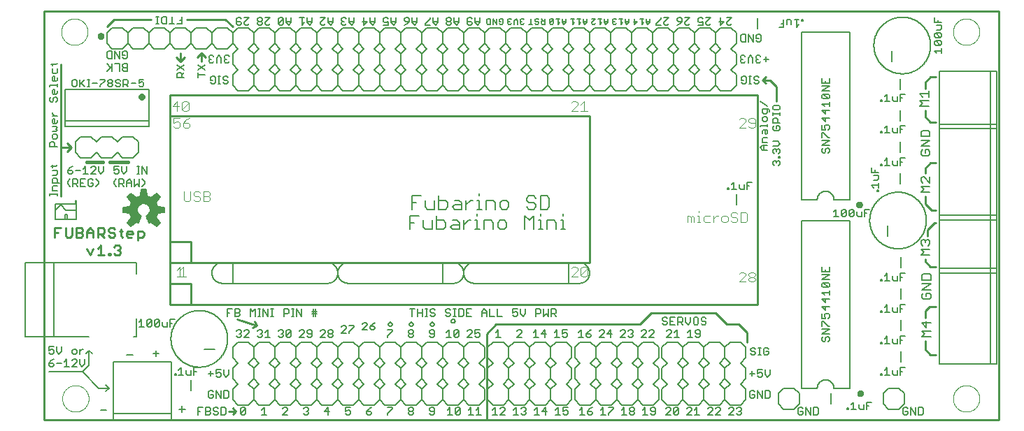
<source format=gto>
G75*
%MOIN*%
%OFA0B0*%
%FSLAX25Y25*%
%IPPOS*%
%LPD*%
%AMOC8*
5,1,8,0,0,1.08239X$1,22.5*
%
%ADD10C,0.01000*%
%ADD11C,0.00000*%
%ADD12C,0.00600*%
%ADD13C,0.01600*%
%ADD14C,0.01100*%
%ADD15C,0.00800*%
%ADD16C,0.00500*%
%ADD17C,0.00400*%
%ADD18C,0.00591*%
D10*
X0010350Y0018333D02*
X0010350Y0213333D01*
X0465350Y0213333D01*
X0465350Y0018333D01*
X0010350Y0018333D01*
X0098350Y0022333D02*
X0101850Y0022333D01*
X0100350Y0020833D01*
X0101850Y0022333D02*
X0100350Y0023833D01*
X0109850Y0062333D02*
X0111850Y0063333D01*
X0110850Y0065333D01*
X0111850Y0063333D02*
X0102350Y0066333D01*
X0080350Y0073333D02*
X0080350Y0083333D01*
X0070350Y0083333D01*
X0070350Y0073333D01*
X0080350Y0073333D01*
X0350350Y0073333D01*
X0350350Y0173333D01*
X0070350Y0173333D01*
X0070350Y0083333D01*
X0070350Y0093333D02*
X0070350Y0103333D01*
X0080350Y0103333D01*
X0080350Y0093333D01*
X0270350Y0093333D01*
X0270350Y0163333D01*
X0070350Y0163333D01*
X0070350Y0103333D01*
X0070350Y0093333D02*
X0080350Y0093333D01*
X0018350Y0124833D02*
X0018350Y0148333D01*
X0023350Y0148333D01*
X0021350Y0146333D01*
X0023350Y0148333D02*
X0021350Y0150333D01*
X0018350Y0148333D02*
X0018350Y0187833D01*
X0040350Y0205833D02*
X0043850Y0209333D01*
X0061350Y0209333D01*
X0078350Y0209333D02*
X0096850Y0209333D01*
X0100350Y0205833D01*
X0087350Y0191333D02*
X0085350Y0193333D01*
X0083350Y0191333D01*
X0085350Y0193333D02*
X0085350Y0189333D01*
X0077350Y0191333D02*
X0075350Y0189333D01*
X0073350Y0191333D01*
X0075350Y0193333D02*
X0075350Y0189333D01*
X0294350Y0063833D02*
X0299850Y0069333D01*
X0330350Y0069333D01*
X0335850Y0063833D01*
X0341350Y0063833D01*
X0345350Y0059833D01*
X0345350Y0055333D01*
X0294350Y0063833D02*
X0225850Y0063833D01*
X0221350Y0059333D01*
X0221350Y0018333D01*
X0430350Y0051833D02*
X0432850Y0049333D01*
X0435350Y0049333D01*
X0430350Y0051833D02*
X0430350Y0055833D01*
X0430350Y0066833D02*
X0430350Y0070333D01*
X0432350Y0072333D01*
X0435350Y0072333D01*
X0435350Y0091333D02*
X0432850Y0091333D01*
X0430350Y0093833D01*
X0430350Y0094833D01*
X0431350Y0105833D02*
X0431350Y0108833D01*
X0434850Y0112333D01*
X0435350Y0112333D01*
X0435350Y0118333D02*
X0433350Y0118333D01*
X0430350Y0121333D01*
X0430350Y0124833D01*
X0430350Y0135833D02*
X0430350Y0138333D01*
X0432850Y0140833D01*
X0435350Y0140833D01*
X0435350Y0160333D02*
X0432850Y0160333D01*
X0430350Y0162833D01*
X0430350Y0165833D01*
X0430350Y0176333D02*
X0430350Y0179333D01*
X0432850Y0181833D01*
X0435350Y0181833D01*
X0359350Y0177333D02*
X0359350Y0170333D01*
X0359350Y0177333D02*
X0356350Y0180333D01*
X0352850Y0180333D01*
X0354350Y0178833D01*
X0352850Y0180333D02*
X0354350Y0181833D01*
D11*
X0443551Y0203333D02*
X0443553Y0203491D01*
X0443559Y0203649D01*
X0443569Y0203807D01*
X0443583Y0203965D01*
X0443601Y0204122D01*
X0443622Y0204279D01*
X0443648Y0204435D01*
X0443678Y0204591D01*
X0443711Y0204746D01*
X0443749Y0204899D01*
X0443790Y0205052D01*
X0443835Y0205204D01*
X0443884Y0205355D01*
X0443937Y0205504D01*
X0443993Y0205652D01*
X0444053Y0205798D01*
X0444117Y0205943D01*
X0444185Y0206086D01*
X0444256Y0206228D01*
X0444330Y0206368D01*
X0444408Y0206505D01*
X0444490Y0206641D01*
X0444574Y0206775D01*
X0444663Y0206906D01*
X0444754Y0207035D01*
X0444849Y0207162D01*
X0444946Y0207287D01*
X0445047Y0207409D01*
X0445151Y0207528D01*
X0445258Y0207645D01*
X0445368Y0207759D01*
X0445481Y0207870D01*
X0445596Y0207979D01*
X0445714Y0208084D01*
X0445835Y0208186D01*
X0445958Y0208286D01*
X0446084Y0208382D01*
X0446212Y0208475D01*
X0446342Y0208565D01*
X0446475Y0208651D01*
X0446610Y0208735D01*
X0446746Y0208814D01*
X0446885Y0208891D01*
X0447026Y0208963D01*
X0447168Y0209033D01*
X0447312Y0209098D01*
X0447458Y0209160D01*
X0447605Y0209218D01*
X0447754Y0209273D01*
X0447904Y0209324D01*
X0448055Y0209371D01*
X0448207Y0209414D01*
X0448360Y0209453D01*
X0448515Y0209489D01*
X0448670Y0209520D01*
X0448826Y0209548D01*
X0448982Y0209572D01*
X0449139Y0209592D01*
X0449297Y0209608D01*
X0449454Y0209620D01*
X0449613Y0209628D01*
X0449771Y0209632D01*
X0449929Y0209632D01*
X0450087Y0209628D01*
X0450246Y0209620D01*
X0450403Y0209608D01*
X0450561Y0209592D01*
X0450718Y0209572D01*
X0450874Y0209548D01*
X0451030Y0209520D01*
X0451185Y0209489D01*
X0451340Y0209453D01*
X0451493Y0209414D01*
X0451645Y0209371D01*
X0451796Y0209324D01*
X0451946Y0209273D01*
X0452095Y0209218D01*
X0452242Y0209160D01*
X0452388Y0209098D01*
X0452532Y0209033D01*
X0452674Y0208963D01*
X0452815Y0208891D01*
X0452954Y0208814D01*
X0453090Y0208735D01*
X0453225Y0208651D01*
X0453358Y0208565D01*
X0453488Y0208475D01*
X0453616Y0208382D01*
X0453742Y0208286D01*
X0453865Y0208186D01*
X0453986Y0208084D01*
X0454104Y0207979D01*
X0454219Y0207870D01*
X0454332Y0207759D01*
X0454442Y0207645D01*
X0454549Y0207528D01*
X0454653Y0207409D01*
X0454754Y0207287D01*
X0454851Y0207162D01*
X0454946Y0207035D01*
X0455037Y0206906D01*
X0455126Y0206775D01*
X0455210Y0206641D01*
X0455292Y0206505D01*
X0455370Y0206368D01*
X0455444Y0206228D01*
X0455515Y0206086D01*
X0455583Y0205943D01*
X0455647Y0205798D01*
X0455707Y0205652D01*
X0455763Y0205504D01*
X0455816Y0205355D01*
X0455865Y0205204D01*
X0455910Y0205052D01*
X0455951Y0204899D01*
X0455989Y0204746D01*
X0456022Y0204591D01*
X0456052Y0204435D01*
X0456078Y0204279D01*
X0456099Y0204122D01*
X0456117Y0203965D01*
X0456131Y0203807D01*
X0456141Y0203649D01*
X0456147Y0203491D01*
X0456149Y0203333D01*
X0456147Y0203175D01*
X0456141Y0203017D01*
X0456131Y0202859D01*
X0456117Y0202701D01*
X0456099Y0202544D01*
X0456078Y0202387D01*
X0456052Y0202231D01*
X0456022Y0202075D01*
X0455989Y0201920D01*
X0455951Y0201767D01*
X0455910Y0201614D01*
X0455865Y0201462D01*
X0455816Y0201311D01*
X0455763Y0201162D01*
X0455707Y0201014D01*
X0455647Y0200868D01*
X0455583Y0200723D01*
X0455515Y0200580D01*
X0455444Y0200438D01*
X0455370Y0200298D01*
X0455292Y0200161D01*
X0455210Y0200025D01*
X0455126Y0199891D01*
X0455037Y0199760D01*
X0454946Y0199631D01*
X0454851Y0199504D01*
X0454754Y0199379D01*
X0454653Y0199257D01*
X0454549Y0199138D01*
X0454442Y0199021D01*
X0454332Y0198907D01*
X0454219Y0198796D01*
X0454104Y0198687D01*
X0453986Y0198582D01*
X0453865Y0198480D01*
X0453742Y0198380D01*
X0453616Y0198284D01*
X0453488Y0198191D01*
X0453358Y0198101D01*
X0453225Y0198015D01*
X0453090Y0197931D01*
X0452954Y0197852D01*
X0452815Y0197775D01*
X0452674Y0197703D01*
X0452532Y0197633D01*
X0452388Y0197568D01*
X0452242Y0197506D01*
X0452095Y0197448D01*
X0451946Y0197393D01*
X0451796Y0197342D01*
X0451645Y0197295D01*
X0451493Y0197252D01*
X0451340Y0197213D01*
X0451185Y0197177D01*
X0451030Y0197146D01*
X0450874Y0197118D01*
X0450718Y0197094D01*
X0450561Y0197074D01*
X0450403Y0197058D01*
X0450246Y0197046D01*
X0450087Y0197038D01*
X0449929Y0197034D01*
X0449771Y0197034D01*
X0449613Y0197038D01*
X0449454Y0197046D01*
X0449297Y0197058D01*
X0449139Y0197074D01*
X0448982Y0197094D01*
X0448826Y0197118D01*
X0448670Y0197146D01*
X0448515Y0197177D01*
X0448360Y0197213D01*
X0448207Y0197252D01*
X0448055Y0197295D01*
X0447904Y0197342D01*
X0447754Y0197393D01*
X0447605Y0197448D01*
X0447458Y0197506D01*
X0447312Y0197568D01*
X0447168Y0197633D01*
X0447026Y0197703D01*
X0446885Y0197775D01*
X0446746Y0197852D01*
X0446610Y0197931D01*
X0446475Y0198015D01*
X0446342Y0198101D01*
X0446212Y0198191D01*
X0446084Y0198284D01*
X0445958Y0198380D01*
X0445835Y0198480D01*
X0445714Y0198582D01*
X0445596Y0198687D01*
X0445481Y0198796D01*
X0445368Y0198907D01*
X0445258Y0199021D01*
X0445151Y0199138D01*
X0445047Y0199257D01*
X0444946Y0199379D01*
X0444849Y0199504D01*
X0444754Y0199631D01*
X0444663Y0199760D01*
X0444574Y0199891D01*
X0444490Y0200025D01*
X0444408Y0200161D01*
X0444330Y0200298D01*
X0444256Y0200438D01*
X0444185Y0200580D01*
X0444117Y0200723D01*
X0444053Y0200868D01*
X0443993Y0201014D01*
X0443937Y0201162D01*
X0443884Y0201311D01*
X0443835Y0201462D01*
X0443790Y0201614D01*
X0443749Y0201767D01*
X0443711Y0201920D01*
X0443678Y0202075D01*
X0443648Y0202231D01*
X0443622Y0202387D01*
X0443601Y0202544D01*
X0443583Y0202701D01*
X0443569Y0202859D01*
X0443559Y0203017D01*
X0443553Y0203175D01*
X0443551Y0203333D01*
X0443551Y0028333D02*
X0443553Y0028491D01*
X0443559Y0028649D01*
X0443569Y0028807D01*
X0443583Y0028965D01*
X0443601Y0029122D01*
X0443622Y0029279D01*
X0443648Y0029435D01*
X0443678Y0029591D01*
X0443711Y0029746D01*
X0443749Y0029899D01*
X0443790Y0030052D01*
X0443835Y0030204D01*
X0443884Y0030355D01*
X0443937Y0030504D01*
X0443993Y0030652D01*
X0444053Y0030798D01*
X0444117Y0030943D01*
X0444185Y0031086D01*
X0444256Y0031228D01*
X0444330Y0031368D01*
X0444408Y0031505D01*
X0444490Y0031641D01*
X0444574Y0031775D01*
X0444663Y0031906D01*
X0444754Y0032035D01*
X0444849Y0032162D01*
X0444946Y0032287D01*
X0445047Y0032409D01*
X0445151Y0032528D01*
X0445258Y0032645D01*
X0445368Y0032759D01*
X0445481Y0032870D01*
X0445596Y0032979D01*
X0445714Y0033084D01*
X0445835Y0033186D01*
X0445958Y0033286D01*
X0446084Y0033382D01*
X0446212Y0033475D01*
X0446342Y0033565D01*
X0446475Y0033651D01*
X0446610Y0033735D01*
X0446746Y0033814D01*
X0446885Y0033891D01*
X0447026Y0033963D01*
X0447168Y0034033D01*
X0447312Y0034098D01*
X0447458Y0034160D01*
X0447605Y0034218D01*
X0447754Y0034273D01*
X0447904Y0034324D01*
X0448055Y0034371D01*
X0448207Y0034414D01*
X0448360Y0034453D01*
X0448515Y0034489D01*
X0448670Y0034520D01*
X0448826Y0034548D01*
X0448982Y0034572D01*
X0449139Y0034592D01*
X0449297Y0034608D01*
X0449454Y0034620D01*
X0449613Y0034628D01*
X0449771Y0034632D01*
X0449929Y0034632D01*
X0450087Y0034628D01*
X0450246Y0034620D01*
X0450403Y0034608D01*
X0450561Y0034592D01*
X0450718Y0034572D01*
X0450874Y0034548D01*
X0451030Y0034520D01*
X0451185Y0034489D01*
X0451340Y0034453D01*
X0451493Y0034414D01*
X0451645Y0034371D01*
X0451796Y0034324D01*
X0451946Y0034273D01*
X0452095Y0034218D01*
X0452242Y0034160D01*
X0452388Y0034098D01*
X0452532Y0034033D01*
X0452674Y0033963D01*
X0452815Y0033891D01*
X0452954Y0033814D01*
X0453090Y0033735D01*
X0453225Y0033651D01*
X0453358Y0033565D01*
X0453488Y0033475D01*
X0453616Y0033382D01*
X0453742Y0033286D01*
X0453865Y0033186D01*
X0453986Y0033084D01*
X0454104Y0032979D01*
X0454219Y0032870D01*
X0454332Y0032759D01*
X0454442Y0032645D01*
X0454549Y0032528D01*
X0454653Y0032409D01*
X0454754Y0032287D01*
X0454851Y0032162D01*
X0454946Y0032035D01*
X0455037Y0031906D01*
X0455126Y0031775D01*
X0455210Y0031641D01*
X0455292Y0031505D01*
X0455370Y0031368D01*
X0455444Y0031228D01*
X0455515Y0031086D01*
X0455583Y0030943D01*
X0455647Y0030798D01*
X0455707Y0030652D01*
X0455763Y0030504D01*
X0455816Y0030355D01*
X0455865Y0030204D01*
X0455910Y0030052D01*
X0455951Y0029899D01*
X0455989Y0029746D01*
X0456022Y0029591D01*
X0456052Y0029435D01*
X0456078Y0029279D01*
X0456099Y0029122D01*
X0456117Y0028965D01*
X0456131Y0028807D01*
X0456141Y0028649D01*
X0456147Y0028491D01*
X0456149Y0028333D01*
X0456147Y0028175D01*
X0456141Y0028017D01*
X0456131Y0027859D01*
X0456117Y0027701D01*
X0456099Y0027544D01*
X0456078Y0027387D01*
X0456052Y0027231D01*
X0456022Y0027075D01*
X0455989Y0026920D01*
X0455951Y0026767D01*
X0455910Y0026614D01*
X0455865Y0026462D01*
X0455816Y0026311D01*
X0455763Y0026162D01*
X0455707Y0026014D01*
X0455647Y0025868D01*
X0455583Y0025723D01*
X0455515Y0025580D01*
X0455444Y0025438D01*
X0455370Y0025298D01*
X0455292Y0025161D01*
X0455210Y0025025D01*
X0455126Y0024891D01*
X0455037Y0024760D01*
X0454946Y0024631D01*
X0454851Y0024504D01*
X0454754Y0024379D01*
X0454653Y0024257D01*
X0454549Y0024138D01*
X0454442Y0024021D01*
X0454332Y0023907D01*
X0454219Y0023796D01*
X0454104Y0023687D01*
X0453986Y0023582D01*
X0453865Y0023480D01*
X0453742Y0023380D01*
X0453616Y0023284D01*
X0453488Y0023191D01*
X0453358Y0023101D01*
X0453225Y0023015D01*
X0453090Y0022931D01*
X0452954Y0022852D01*
X0452815Y0022775D01*
X0452674Y0022703D01*
X0452532Y0022633D01*
X0452388Y0022568D01*
X0452242Y0022506D01*
X0452095Y0022448D01*
X0451946Y0022393D01*
X0451796Y0022342D01*
X0451645Y0022295D01*
X0451493Y0022252D01*
X0451340Y0022213D01*
X0451185Y0022177D01*
X0451030Y0022146D01*
X0450874Y0022118D01*
X0450718Y0022094D01*
X0450561Y0022074D01*
X0450403Y0022058D01*
X0450246Y0022046D01*
X0450087Y0022038D01*
X0449929Y0022034D01*
X0449771Y0022034D01*
X0449613Y0022038D01*
X0449454Y0022046D01*
X0449297Y0022058D01*
X0449139Y0022074D01*
X0448982Y0022094D01*
X0448826Y0022118D01*
X0448670Y0022146D01*
X0448515Y0022177D01*
X0448360Y0022213D01*
X0448207Y0022252D01*
X0448055Y0022295D01*
X0447904Y0022342D01*
X0447754Y0022393D01*
X0447605Y0022448D01*
X0447458Y0022506D01*
X0447312Y0022568D01*
X0447168Y0022633D01*
X0447026Y0022703D01*
X0446885Y0022775D01*
X0446746Y0022852D01*
X0446610Y0022931D01*
X0446475Y0023015D01*
X0446342Y0023101D01*
X0446212Y0023191D01*
X0446084Y0023284D01*
X0445958Y0023380D01*
X0445835Y0023480D01*
X0445714Y0023582D01*
X0445596Y0023687D01*
X0445481Y0023796D01*
X0445368Y0023907D01*
X0445258Y0024021D01*
X0445151Y0024138D01*
X0445047Y0024257D01*
X0444946Y0024379D01*
X0444849Y0024504D01*
X0444754Y0024631D01*
X0444663Y0024760D01*
X0444574Y0024891D01*
X0444490Y0025025D01*
X0444408Y0025161D01*
X0444330Y0025298D01*
X0444256Y0025438D01*
X0444185Y0025580D01*
X0444117Y0025723D01*
X0444053Y0025868D01*
X0443993Y0026014D01*
X0443937Y0026162D01*
X0443884Y0026311D01*
X0443835Y0026462D01*
X0443790Y0026614D01*
X0443749Y0026767D01*
X0443711Y0026920D01*
X0443678Y0027075D01*
X0443648Y0027231D01*
X0443622Y0027387D01*
X0443601Y0027544D01*
X0443583Y0027701D01*
X0443569Y0027859D01*
X0443559Y0028017D01*
X0443553Y0028175D01*
X0443551Y0028333D01*
X0019051Y0028333D02*
X0019053Y0028491D01*
X0019059Y0028649D01*
X0019069Y0028807D01*
X0019083Y0028965D01*
X0019101Y0029122D01*
X0019122Y0029279D01*
X0019148Y0029435D01*
X0019178Y0029591D01*
X0019211Y0029746D01*
X0019249Y0029899D01*
X0019290Y0030052D01*
X0019335Y0030204D01*
X0019384Y0030355D01*
X0019437Y0030504D01*
X0019493Y0030652D01*
X0019553Y0030798D01*
X0019617Y0030943D01*
X0019685Y0031086D01*
X0019756Y0031228D01*
X0019830Y0031368D01*
X0019908Y0031505D01*
X0019990Y0031641D01*
X0020074Y0031775D01*
X0020163Y0031906D01*
X0020254Y0032035D01*
X0020349Y0032162D01*
X0020446Y0032287D01*
X0020547Y0032409D01*
X0020651Y0032528D01*
X0020758Y0032645D01*
X0020868Y0032759D01*
X0020981Y0032870D01*
X0021096Y0032979D01*
X0021214Y0033084D01*
X0021335Y0033186D01*
X0021458Y0033286D01*
X0021584Y0033382D01*
X0021712Y0033475D01*
X0021842Y0033565D01*
X0021975Y0033651D01*
X0022110Y0033735D01*
X0022246Y0033814D01*
X0022385Y0033891D01*
X0022526Y0033963D01*
X0022668Y0034033D01*
X0022812Y0034098D01*
X0022958Y0034160D01*
X0023105Y0034218D01*
X0023254Y0034273D01*
X0023404Y0034324D01*
X0023555Y0034371D01*
X0023707Y0034414D01*
X0023860Y0034453D01*
X0024015Y0034489D01*
X0024170Y0034520D01*
X0024326Y0034548D01*
X0024482Y0034572D01*
X0024639Y0034592D01*
X0024797Y0034608D01*
X0024954Y0034620D01*
X0025113Y0034628D01*
X0025271Y0034632D01*
X0025429Y0034632D01*
X0025587Y0034628D01*
X0025746Y0034620D01*
X0025903Y0034608D01*
X0026061Y0034592D01*
X0026218Y0034572D01*
X0026374Y0034548D01*
X0026530Y0034520D01*
X0026685Y0034489D01*
X0026840Y0034453D01*
X0026993Y0034414D01*
X0027145Y0034371D01*
X0027296Y0034324D01*
X0027446Y0034273D01*
X0027595Y0034218D01*
X0027742Y0034160D01*
X0027888Y0034098D01*
X0028032Y0034033D01*
X0028174Y0033963D01*
X0028315Y0033891D01*
X0028454Y0033814D01*
X0028590Y0033735D01*
X0028725Y0033651D01*
X0028858Y0033565D01*
X0028988Y0033475D01*
X0029116Y0033382D01*
X0029242Y0033286D01*
X0029365Y0033186D01*
X0029486Y0033084D01*
X0029604Y0032979D01*
X0029719Y0032870D01*
X0029832Y0032759D01*
X0029942Y0032645D01*
X0030049Y0032528D01*
X0030153Y0032409D01*
X0030254Y0032287D01*
X0030351Y0032162D01*
X0030446Y0032035D01*
X0030537Y0031906D01*
X0030626Y0031775D01*
X0030710Y0031641D01*
X0030792Y0031505D01*
X0030870Y0031368D01*
X0030944Y0031228D01*
X0031015Y0031086D01*
X0031083Y0030943D01*
X0031147Y0030798D01*
X0031207Y0030652D01*
X0031263Y0030504D01*
X0031316Y0030355D01*
X0031365Y0030204D01*
X0031410Y0030052D01*
X0031451Y0029899D01*
X0031489Y0029746D01*
X0031522Y0029591D01*
X0031552Y0029435D01*
X0031578Y0029279D01*
X0031599Y0029122D01*
X0031617Y0028965D01*
X0031631Y0028807D01*
X0031641Y0028649D01*
X0031647Y0028491D01*
X0031649Y0028333D01*
X0031647Y0028175D01*
X0031641Y0028017D01*
X0031631Y0027859D01*
X0031617Y0027701D01*
X0031599Y0027544D01*
X0031578Y0027387D01*
X0031552Y0027231D01*
X0031522Y0027075D01*
X0031489Y0026920D01*
X0031451Y0026767D01*
X0031410Y0026614D01*
X0031365Y0026462D01*
X0031316Y0026311D01*
X0031263Y0026162D01*
X0031207Y0026014D01*
X0031147Y0025868D01*
X0031083Y0025723D01*
X0031015Y0025580D01*
X0030944Y0025438D01*
X0030870Y0025298D01*
X0030792Y0025161D01*
X0030710Y0025025D01*
X0030626Y0024891D01*
X0030537Y0024760D01*
X0030446Y0024631D01*
X0030351Y0024504D01*
X0030254Y0024379D01*
X0030153Y0024257D01*
X0030049Y0024138D01*
X0029942Y0024021D01*
X0029832Y0023907D01*
X0029719Y0023796D01*
X0029604Y0023687D01*
X0029486Y0023582D01*
X0029365Y0023480D01*
X0029242Y0023380D01*
X0029116Y0023284D01*
X0028988Y0023191D01*
X0028858Y0023101D01*
X0028725Y0023015D01*
X0028590Y0022931D01*
X0028454Y0022852D01*
X0028315Y0022775D01*
X0028174Y0022703D01*
X0028032Y0022633D01*
X0027888Y0022568D01*
X0027742Y0022506D01*
X0027595Y0022448D01*
X0027446Y0022393D01*
X0027296Y0022342D01*
X0027145Y0022295D01*
X0026993Y0022252D01*
X0026840Y0022213D01*
X0026685Y0022177D01*
X0026530Y0022146D01*
X0026374Y0022118D01*
X0026218Y0022094D01*
X0026061Y0022074D01*
X0025903Y0022058D01*
X0025746Y0022046D01*
X0025587Y0022038D01*
X0025429Y0022034D01*
X0025271Y0022034D01*
X0025113Y0022038D01*
X0024954Y0022046D01*
X0024797Y0022058D01*
X0024639Y0022074D01*
X0024482Y0022094D01*
X0024326Y0022118D01*
X0024170Y0022146D01*
X0024015Y0022177D01*
X0023860Y0022213D01*
X0023707Y0022252D01*
X0023555Y0022295D01*
X0023404Y0022342D01*
X0023254Y0022393D01*
X0023105Y0022448D01*
X0022958Y0022506D01*
X0022812Y0022568D01*
X0022668Y0022633D01*
X0022526Y0022703D01*
X0022385Y0022775D01*
X0022246Y0022852D01*
X0022110Y0022931D01*
X0021975Y0023015D01*
X0021842Y0023101D01*
X0021712Y0023191D01*
X0021584Y0023284D01*
X0021458Y0023380D01*
X0021335Y0023480D01*
X0021214Y0023582D01*
X0021096Y0023687D01*
X0020981Y0023796D01*
X0020868Y0023907D01*
X0020758Y0024021D01*
X0020651Y0024138D01*
X0020547Y0024257D01*
X0020446Y0024379D01*
X0020349Y0024504D01*
X0020254Y0024631D01*
X0020163Y0024760D01*
X0020074Y0024891D01*
X0019990Y0025025D01*
X0019908Y0025161D01*
X0019830Y0025298D01*
X0019756Y0025438D01*
X0019685Y0025580D01*
X0019617Y0025723D01*
X0019553Y0025868D01*
X0019493Y0026014D01*
X0019437Y0026162D01*
X0019384Y0026311D01*
X0019335Y0026462D01*
X0019290Y0026614D01*
X0019249Y0026767D01*
X0019211Y0026920D01*
X0019178Y0027075D01*
X0019148Y0027231D01*
X0019122Y0027387D01*
X0019101Y0027544D01*
X0019083Y0027701D01*
X0019069Y0027859D01*
X0019059Y0028017D01*
X0019053Y0028175D01*
X0019051Y0028333D01*
X0018551Y0203333D02*
X0018553Y0203491D01*
X0018559Y0203649D01*
X0018569Y0203807D01*
X0018583Y0203965D01*
X0018601Y0204122D01*
X0018622Y0204279D01*
X0018648Y0204435D01*
X0018678Y0204591D01*
X0018711Y0204746D01*
X0018749Y0204899D01*
X0018790Y0205052D01*
X0018835Y0205204D01*
X0018884Y0205355D01*
X0018937Y0205504D01*
X0018993Y0205652D01*
X0019053Y0205798D01*
X0019117Y0205943D01*
X0019185Y0206086D01*
X0019256Y0206228D01*
X0019330Y0206368D01*
X0019408Y0206505D01*
X0019490Y0206641D01*
X0019574Y0206775D01*
X0019663Y0206906D01*
X0019754Y0207035D01*
X0019849Y0207162D01*
X0019946Y0207287D01*
X0020047Y0207409D01*
X0020151Y0207528D01*
X0020258Y0207645D01*
X0020368Y0207759D01*
X0020481Y0207870D01*
X0020596Y0207979D01*
X0020714Y0208084D01*
X0020835Y0208186D01*
X0020958Y0208286D01*
X0021084Y0208382D01*
X0021212Y0208475D01*
X0021342Y0208565D01*
X0021475Y0208651D01*
X0021610Y0208735D01*
X0021746Y0208814D01*
X0021885Y0208891D01*
X0022026Y0208963D01*
X0022168Y0209033D01*
X0022312Y0209098D01*
X0022458Y0209160D01*
X0022605Y0209218D01*
X0022754Y0209273D01*
X0022904Y0209324D01*
X0023055Y0209371D01*
X0023207Y0209414D01*
X0023360Y0209453D01*
X0023515Y0209489D01*
X0023670Y0209520D01*
X0023826Y0209548D01*
X0023982Y0209572D01*
X0024139Y0209592D01*
X0024297Y0209608D01*
X0024454Y0209620D01*
X0024613Y0209628D01*
X0024771Y0209632D01*
X0024929Y0209632D01*
X0025087Y0209628D01*
X0025246Y0209620D01*
X0025403Y0209608D01*
X0025561Y0209592D01*
X0025718Y0209572D01*
X0025874Y0209548D01*
X0026030Y0209520D01*
X0026185Y0209489D01*
X0026340Y0209453D01*
X0026493Y0209414D01*
X0026645Y0209371D01*
X0026796Y0209324D01*
X0026946Y0209273D01*
X0027095Y0209218D01*
X0027242Y0209160D01*
X0027388Y0209098D01*
X0027532Y0209033D01*
X0027674Y0208963D01*
X0027815Y0208891D01*
X0027954Y0208814D01*
X0028090Y0208735D01*
X0028225Y0208651D01*
X0028358Y0208565D01*
X0028488Y0208475D01*
X0028616Y0208382D01*
X0028742Y0208286D01*
X0028865Y0208186D01*
X0028986Y0208084D01*
X0029104Y0207979D01*
X0029219Y0207870D01*
X0029332Y0207759D01*
X0029442Y0207645D01*
X0029549Y0207528D01*
X0029653Y0207409D01*
X0029754Y0207287D01*
X0029851Y0207162D01*
X0029946Y0207035D01*
X0030037Y0206906D01*
X0030126Y0206775D01*
X0030210Y0206641D01*
X0030292Y0206505D01*
X0030370Y0206368D01*
X0030444Y0206228D01*
X0030515Y0206086D01*
X0030583Y0205943D01*
X0030647Y0205798D01*
X0030707Y0205652D01*
X0030763Y0205504D01*
X0030816Y0205355D01*
X0030865Y0205204D01*
X0030910Y0205052D01*
X0030951Y0204899D01*
X0030989Y0204746D01*
X0031022Y0204591D01*
X0031052Y0204435D01*
X0031078Y0204279D01*
X0031099Y0204122D01*
X0031117Y0203965D01*
X0031131Y0203807D01*
X0031141Y0203649D01*
X0031147Y0203491D01*
X0031149Y0203333D01*
X0031147Y0203175D01*
X0031141Y0203017D01*
X0031131Y0202859D01*
X0031117Y0202701D01*
X0031099Y0202544D01*
X0031078Y0202387D01*
X0031052Y0202231D01*
X0031022Y0202075D01*
X0030989Y0201920D01*
X0030951Y0201767D01*
X0030910Y0201614D01*
X0030865Y0201462D01*
X0030816Y0201311D01*
X0030763Y0201162D01*
X0030707Y0201014D01*
X0030647Y0200868D01*
X0030583Y0200723D01*
X0030515Y0200580D01*
X0030444Y0200438D01*
X0030370Y0200298D01*
X0030292Y0200161D01*
X0030210Y0200025D01*
X0030126Y0199891D01*
X0030037Y0199760D01*
X0029946Y0199631D01*
X0029851Y0199504D01*
X0029754Y0199379D01*
X0029653Y0199257D01*
X0029549Y0199138D01*
X0029442Y0199021D01*
X0029332Y0198907D01*
X0029219Y0198796D01*
X0029104Y0198687D01*
X0028986Y0198582D01*
X0028865Y0198480D01*
X0028742Y0198380D01*
X0028616Y0198284D01*
X0028488Y0198191D01*
X0028358Y0198101D01*
X0028225Y0198015D01*
X0028090Y0197931D01*
X0027954Y0197852D01*
X0027815Y0197775D01*
X0027674Y0197703D01*
X0027532Y0197633D01*
X0027388Y0197568D01*
X0027242Y0197506D01*
X0027095Y0197448D01*
X0026946Y0197393D01*
X0026796Y0197342D01*
X0026645Y0197295D01*
X0026493Y0197252D01*
X0026340Y0197213D01*
X0026185Y0197177D01*
X0026030Y0197146D01*
X0025874Y0197118D01*
X0025718Y0197094D01*
X0025561Y0197074D01*
X0025403Y0197058D01*
X0025246Y0197046D01*
X0025087Y0197038D01*
X0024929Y0197034D01*
X0024771Y0197034D01*
X0024613Y0197038D01*
X0024454Y0197046D01*
X0024297Y0197058D01*
X0024139Y0197074D01*
X0023982Y0197094D01*
X0023826Y0197118D01*
X0023670Y0197146D01*
X0023515Y0197177D01*
X0023360Y0197213D01*
X0023207Y0197252D01*
X0023055Y0197295D01*
X0022904Y0197342D01*
X0022754Y0197393D01*
X0022605Y0197448D01*
X0022458Y0197506D01*
X0022312Y0197568D01*
X0022168Y0197633D01*
X0022026Y0197703D01*
X0021885Y0197775D01*
X0021746Y0197852D01*
X0021610Y0197931D01*
X0021475Y0198015D01*
X0021342Y0198101D01*
X0021212Y0198191D01*
X0021084Y0198284D01*
X0020958Y0198380D01*
X0020835Y0198480D01*
X0020714Y0198582D01*
X0020596Y0198687D01*
X0020481Y0198796D01*
X0020368Y0198907D01*
X0020258Y0199021D01*
X0020151Y0199138D01*
X0020047Y0199257D01*
X0019946Y0199379D01*
X0019849Y0199504D01*
X0019754Y0199631D01*
X0019663Y0199760D01*
X0019574Y0199891D01*
X0019490Y0200025D01*
X0019408Y0200161D01*
X0019330Y0200298D01*
X0019256Y0200438D01*
X0019185Y0200580D01*
X0019117Y0200723D01*
X0019053Y0200868D01*
X0018993Y0201014D01*
X0018937Y0201162D01*
X0018884Y0201311D01*
X0018835Y0201462D01*
X0018790Y0201614D01*
X0018749Y0201767D01*
X0018711Y0201920D01*
X0018678Y0202075D01*
X0018648Y0202231D01*
X0018622Y0202387D01*
X0018601Y0202544D01*
X0018583Y0202701D01*
X0018569Y0202859D01*
X0018559Y0203017D01*
X0018553Y0203175D01*
X0018551Y0203333D01*
D12*
X0040415Y0193466D02*
X0040415Y0191198D01*
X0040982Y0190630D01*
X0042684Y0190630D01*
X0042684Y0194033D01*
X0040982Y0194033D01*
X0040415Y0193466D01*
X0044098Y0194033D02*
X0044098Y0190630D01*
X0046367Y0190630D02*
X0044098Y0194033D01*
X0046367Y0194033D02*
X0046367Y0190630D01*
X0047781Y0191198D02*
X0048349Y0190630D01*
X0049483Y0190630D01*
X0050050Y0191198D01*
X0050050Y0193466D01*
X0049483Y0194033D01*
X0048349Y0194033D01*
X0047781Y0193466D01*
X0047781Y0192332D01*
X0048916Y0192332D01*
X0048349Y0188033D02*
X0050050Y0188033D01*
X0050050Y0184630D01*
X0048349Y0184630D01*
X0047781Y0185198D01*
X0047781Y0185765D01*
X0048349Y0186332D01*
X0050050Y0186332D01*
X0048349Y0186332D02*
X0047781Y0186899D01*
X0047781Y0187466D01*
X0048349Y0188033D01*
X0046367Y0188033D02*
X0046367Y0184630D01*
X0046367Y0188033D02*
X0044098Y0188033D01*
X0042684Y0188033D02*
X0042684Y0184630D01*
X0042117Y0186332D02*
X0040415Y0188033D01*
X0042684Y0186899D02*
X0040415Y0184630D01*
X0041405Y0180536D02*
X0042539Y0180536D01*
X0043107Y0179969D01*
X0043107Y0179402D01*
X0042539Y0178835D01*
X0041405Y0178835D01*
X0040838Y0179402D01*
X0040838Y0179969D01*
X0041405Y0180536D01*
X0041405Y0178835D02*
X0040838Y0178268D01*
X0040838Y0177700D01*
X0041405Y0177133D01*
X0042539Y0177133D01*
X0043107Y0177700D01*
X0043107Y0178268D01*
X0042539Y0178835D01*
X0044521Y0179402D02*
X0045088Y0178835D01*
X0046223Y0178835D01*
X0046790Y0178268D01*
X0046790Y0177700D01*
X0046223Y0177133D01*
X0045088Y0177133D01*
X0044521Y0177700D01*
X0044521Y0179402D02*
X0044521Y0179969D01*
X0045088Y0180536D01*
X0046223Y0180536D01*
X0046790Y0179969D01*
X0048204Y0180536D02*
X0049906Y0180536D01*
X0050473Y0179969D01*
X0050473Y0178835D01*
X0049906Y0178268D01*
X0048204Y0178268D01*
X0049339Y0178268D02*
X0050473Y0177133D01*
X0051887Y0178835D02*
X0054156Y0178835D01*
X0055571Y0178835D02*
X0056705Y0179402D01*
X0057272Y0179402D01*
X0057839Y0178835D01*
X0057839Y0177700D01*
X0057272Y0177133D01*
X0056138Y0177133D01*
X0055571Y0177700D01*
X0055571Y0178835D02*
X0055571Y0180536D01*
X0057839Y0180536D01*
X0048204Y0180536D02*
X0048204Y0177133D01*
X0039423Y0179969D02*
X0037155Y0177700D01*
X0037155Y0177133D01*
X0035740Y0178835D02*
X0033472Y0178835D01*
X0032151Y0180536D02*
X0031016Y0180536D01*
X0031583Y0180536D02*
X0031583Y0177133D01*
X0031016Y0177133D02*
X0032151Y0177133D01*
X0029602Y0177133D02*
X0027900Y0178835D01*
X0027333Y0178268D02*
X0029602Y0180536D01*
X0027333Y0180536D02*
X0027333Y0177133D01*
X0025919Y0177700D02*
X0025351Y0177133D01*
X0024217Y0177133D01*
X0023650Y0177700D01*
X0023650Y0179969D01*
X0024217Y0180536D01*
X0025351Y0180536D01*
X0025919Y0179969D01*
X0025919Y0177700D01*
X0016550Y0177878D02*
X0013147Y0177878D01*
X0013147Y0177311D01*
X0014849Y0175897D02*
X0015416Y0175897D01*
X0015416Y0173628D01*
X0015983Y0173628D02*
X0014849Y0173628D01*
X0014281Y0174195D01*
X0014281Y0175330D01*
X0014849Y0175897D01*
X0016550Y0175330D02*
X0016550Y0174195D01*
X0015983Y0173628D01*
X0015983Y0172214D02*
X0016550Y0171646D01*
X0016550Y0170512D01*
X0015983Y0169945D01*
X0014849Y0170512D02*
X0014849Y0171646D01*
X0015416Y0172214D01*
X0015983Y0172214D01*
X0014849Y0170512D02*
X0014281Y0169945D01*
X0013714Y0169945D01*
X0013147Y0170512D01*
X0013147Y0171646D01*
X0013714Y0172214D01*
X0016550Y0177311D02*
X0016550Y0178445D01*
X0015983Y0179767D02*
X0014849Y0179767D01*
X0014281Y0180334D01*
X0014281Y0181468D01*
X0014849Y0182035D01*
X0015416Y0182035D01*
X0015416Y0179767D01*
X0015983Y0179767D02*
X0016550Y0180334D01*
X0016550Y0181468D01*
X0015983Y0183450D02*
X0016550Y0184017D01*
X0016550Y0185718D01*
X0015983Y0187700D02*
X0013714Y0187700D01*
X0014281Y0187133D02*
X0014281Y0188267D01*
X0015983Y0187700D02*
X0016550Y0188267D01*
X0014281Y0185718D02*
X0014281Y0184017D01*
X0014849Y0183450D01*
X0015983Y0183450D01*
X0037155Y0180536D02*
X0039423Y0180536D01*
X0039423Y0179969D01*
X0015416Y0163192D02*
X0014281Y0164327D01*
X0014281Y0164894D01*
X0014281Y0163192D02*
X0016550Y0163192D01*
X0015416Y0161778D02*
X0015416Y0159509D01*
X0015983Y0159509D02*
X0014849Y0159509D01*
X0014281Y0160076D01*
X0014281Y0161211D01*
X0014849Y0161778D01*
X0015416Y0161778D01*
X0016550Y0161211D02*
X0016550Y0160076D01*
X0015983Y0159509D01*
X0015983Y0158095D02*
X0014281Y0158095D01*
X0015983Y0158095D02*
X0016550Y0157528D01*
X0015983Y0156960D01*
X0016550Y0156393D01*
X0015983Y0155826D01*
X0014281Y0155826D01*
X0014849Y0154412D02*
X0014281Y0153845D01*
X0014281Y0152710D01*
X0014849Y0152143D01*
X0015983Y0152143D01*
X0016550Y0152710D01*
X0016550Y0153845D01*
X0015983Y0154412D01*
X0014849Y0154412D01*
X0014849Y0150729D02*
X0013714Y0150729D01*
X0013147Y0150161D01*
X0013147Y0148460D01*
X0016550Y0148460D01*
X0015416Y0148460D02*
X0015416Y0150161D01*
X0014849Y0150729D01*
X0014281Y0139772D02*
X0014281Y0138638D01*
X0013714Y0139205D02*
X0015983Y0139205D01*
X0016550Y0139772D01*
X0016550Y0137224D02*
X0014281Y0137224D01*
X0014281Y0134955D02*
X0015983Y0134955D01*
X0016550Y0135522D01*
X0016550Y0137224D01*
X0015983Y0133541D02*
X0016550Y0132973D01*
X0016550Y0131272D01*
X0017684Y0131272D02*
X0014281Y0131272D01*
X0014281Y0132973D01*
X0014849Y0133541D01*
X0015983Y0133541D01*
X0021650Y0131902D02*
X0022784Y0133036D01*
X0024105Y0133036D02*
X0024105Y0129633D01*
X0024105Y0130768D02*
X0025807Y0130768D01*
X0026374Y0131335D01*
X0026374Y0132469D01*
X0025807Y0133036D01*
X0024105Y0133036D01*
X0025240Y0130768D02*
X0026374Y0129633D01*
X0027789Y0129633D02*
X0030057Y0129633D01*
X0031472Y0130200D02*
X0032039Y0129633D01*
X0033173Y0129633D01*
X0033740Y0130200D01*
X0033740Y0131335D01*
X0032606Y0131335D01*
X0031472Y0132469D02*
X0031472Y0130200D01*
X0031472Y0132469D02*
X0032039Y0133036D01*
X0033173Y0133036D01*
X0033740Y0132469D01*
X0035155Y0133036D02*
X0036289Y0131902D01*
X0036289Y0130768D01*
X0035155Y0129633D01*
X0030057Y0133036D02*
X0027789Y0133036D01*
X0027789Y0129633D01*
X0027789Y0131335D02*
X0028923Y0131335D01*
X0029016Y0135633D02*
X0031285Y0135633D01*
X0030151Y0135633D02*
X0030151Y0139036D01*
X0029016Y0137902D01*
X0027602Y0137335D02*
X0025333Y0137335D01*
X0023919Y0136768D02*
X0023351Y0137335D01*
X0021650Y0137335D01*
X0021650Y0136200D01*
X0022217Y0135633D01*
X0023351Y0135633D01*
X0023919Y0136200D01*
X0023919Y0136768D01*
X0022784Y0138469D02*
X0021650Y0137335D01*
X0022784Y0138469D02*
X0023919Y0139036D01*
X0032699Y0138469D02*
X0033267Y0139036D01*
X0034401Y0139036D01*
X0034968Y0138469D01*
X0034968Y0137902D01*
X0032699Y0135633D01*
X0034968Y0135633D01*
X0036383Y0136768D02*
X0037517Y0135633D01*
X0038651Y0136768D01*
X0038651Y0139036D01*
X0036383Y0139036D02*
X0036383Y0136768D01*
X0043650Y0137335D02*
X0044784Y0137902D01*
X0045351Y0137902D01*
X0045919Y0137335D01*
X0045919Y0136200D01*
X0045351Y0135633D01*
X0044217Y0135633D01*
X0043650Y0136200D01*
X0043650Y0137335D02*
X0043650Y0139036D01*
X0045919Y0139036D01*
X0047333Y0139036D02*
X0047333Y0136768D01*
X0048467Y0135633D01*
X0049602Y0136768D01*
X0049602Y0139036D01*
X0054699Y0139036D02*
X0055834Y0139036D01*
X0055267Y0139036D02*
X0055267Y0135633D01*
X0055834Y0135633D02*
X0054699Y0135633D01*
X0057155Y0135633D02*
X0057155Y0139036D01*
X0059423Y0135633D01*
X0059423Y0139036D01*
X0057155Y0133036D02*
X0058289Y0131902D01*
X0058289Y0130768D01*
X0057155Y0129633D01*
X0055740Y0129633D02*
X0055740Y0133036D01*
X0053472Y0133036D02*
X0053472Y0129633D01*
X0054606Y0130768D01*
X0055740Y0129633D01*
X0052057Y0129633D02*
X0052057Y0131902D01*
X0050923Y0133036D01*
X0049789Y0131902D01*
X0049789Y0129633D01*
X0048374Y0129633D02*
X0047240Y0130768D01*
X0047807Y0130768D02*
X0046105Y0130768D01*
X0046105Y0129633D02*
X0046105Y0133036D01*
X0047807Y0133036D01*
X0048374Y0132469D01*
X0048374Y0131335D01*
X0047807Y0130768D01*
X0049789Y0131335D02*
X0052057Y0131335D01*
X0044784Y0133036D02*
X0043650Y0131902D01*
X0043650Y0130768D01*
X0044784Y0129633D01*
X0022784Y0129633D02*
X0021650Y0130768D01*
X0021650Y0131902D01*
X0016550Y0129857D02*
X0014849Y0129857D01*
X0014281Y0129290D01*
X0014281Y0127589D01*
X0016550Y0127589D01*
X0016550Y0126268D02*
X0016550Y0125133D01*
X0016550Y0125700D02*
X0013147Y0125700D01*
X0013147Y0125133D02*
X0013147Y0126268D01*
X0089643Y0179198D02*
X0090210Y0178630D01*
X0091344Y0178630D01*
X0091911Y0179198D01*
X0091911Y0181466D01*
X0091344Y0182033D01*
X0090210Y0182033D01*
X0089643Y0181466D01*
X0089643Y0180332D01*
X0090777Y0180332D01*
X0093233Y0182033D02*
X0094367Y0182033D01*
X0093800Y0182033D02*
X0093800Y0178630D01*
X0094367Y0178630D02*
X0093233Y0178630D01*
X0095781Y0179198D02*
X0096349Y0178630D01*
X0097483Y0178630D01*
X0098050Y0179198D01*
X0098050Y0179765D01*
X0097483Y0180332D01*
X0096349Y0180332D01*
X0095781Y0180899D01*
X0095781Y0181466D01*
X0096349Y0182033D01*
X0097483Y0182033D01*
X0098050Y0181466D01*
X0097983Y0188630D02*
X0096849Y0188630D01*
X0096281Y0189198D01*
X0096281Y0189765D01*
X0096849Y0190332D01*
X0096281Y0190899D01*
X0096281Y0191466D01*
X0096849Y0192033D01*
X0097983Y0192033D01*
X0098550Y0191466D01*
X0097416Y0190332D02*
X0096849Y0190332D01*
X0098550Y0189198D02*
X0097983Y0188630D01*
X0094867Y0188630D02*
X0094867Y0190899D01*
X0093733Y0192033D01*
X0092598Y0190899D01*
X0092598Y0188630D01*
X0091184Y0189198D02*
X0090617Y0188630D01*
X0089482Y0188630D01*
X0088915Y0189198D01*
X0088915Y0189765D01*
X0089482Y0190332D01*
X0088915Y0190899D01*
X0088915Y0191466D01*
X0089482Y0192033D01*
X0090617Y0192033D01*
X0091184Y0191466D01*
X0090049Y0190332D02*
X0089482Y0190332D01*
X0087050Y0187585D02*
X0083647Y0185316D01*
X0083647Y0183902D02*
X0083647Y0181633D01*
X0083647Y0182768D02*
X0087050Y0182768D01*
X0087050Y0185316D02*
X0083647Y0187585D01*
X0077050Y0187585D02*
X0073647Y0185316D01*
X0074214Y0183902D02*
X0075349Y0183902D01*
X0075916Y0183335D01*
X0075916Y0181633D01*
X0077050Y0181633D02*
X0073647Y0181633D01*
X0073647Y0183335D01*
X0074214Y0183902D01*
X0075916Y0182768D02*
X0077050Y0183902D01*
X0077050Y0185316D02*
X0073647Y0187585D01*
X0073781Y0207130D02*
X0076050Y0207130D01*
X0076050Y0210533D01*
X0076050Y0208832D02*
X0074916Y0208832D01*
X0072367Y0207130D02*
X0070098Y0207130D01*
X0071233Y0207130D02*
X0071233Y0210533D01*
X0068684Y0210533D02*
X0066982Y0210533D01*
X0066415Y0209966D01*
X0066415Y0207698D01*
X0066982Y0207130D01*
X0068684Y0207130D01*
X0068684Y0210533D01*
X0065001Y0210533D02*
X0063866Y0210533D01*
X0064433Y0210533D02*
X0064433Y0207130D01*
X0063866Y0207130D02*
X0065001Y0207130D01*
X0102098Y0207198D02*
X0102665Y0206630D01*
X0103800Y0206630D01*
X0104367Y0207198D01*
X0104367Y0207765D01*
X0103800Y0208332D01*
X0102098Y0208332D01*
X0102098Y0209466D02*
X0102098Y0207198D01*
X0102098Y0209466D02*
X0102665Y0210033D01*
X0103800Y0210033D01*
X0104367Y0209466D01*
X0105781Y0210033D02*
X0108050Y0210033D01*
X0105781Y0207765D01*
X0105781Y0207198D01*
X0106349Y0206630D01*
X0107483Y0206630D01*
X0108050Y0207198D01*
X0112098Y0207198D02*
X0112098Y0207765D01*
X0112665Y0208332D01*
X0113800Y0208332D01*
X0114367Y0207765D01*
X0114367Y0207198D01*
X0113800Y0206630D01*
X0112665Y0206630D01*
X0112098Y0207198D01*
X0112665Y0208332D02*
X0112098Y0208899D01*
X0112098Y0209466D01*
X0112665Y0210033D01*
X0113800Y0210033D01*
X0114367Y0209466D01*
X0114367Y0208899D01*
X0113800Y0208332D01*
X0115781Y0207765D02*
X0115781Y0207198D01*
X0116349Y0206630D01*
X0117483Y0206630D01*
X0118050Y0207198D01*
X0115781Y0207765D02*
X0118050Y0210033D01*
X0115781Y0210033D01*
X0122098Y0209466D02*
X0122098Y0207198D01*
X0124367Y0209466D01*
X0123800Y0210033D01*
X0122665Y0210033D01*
X0122098Y0209466D01*
X0122098Y0207198D02*
X0122665Y0206630D01*
X0123800Y0206630D01*
X0124367Y0207198D01*
X0124367Y0209466D01*
X0125781Y0210033D02*
X0125781Y0207765D01*
X0126916Y0206630D01*
X0128050Y0207765D01*
X0128050Y0210033D01*
X0128050Y0208332D02*
X0125781Y0208332D01*
X0132098Y0210033D02*
X0134367Y0210033D01*
X0133233Y0210033D02*
X0133233Y0206630D01*
X0134367Y0207765D01*
X0135781Y0207765D02*
X0135781Y0210033D01*
X0135781Y0208332D02*
X0138050Y0208332D01*
X0138050Y0207765D02*
X0138050Y0210033D01*
X0138050Y0207765D02*
X0136916Y0206630D01*
X0135781Y0207765D01*
X0142098Y0207765D02*
X0144367Y0210033D01*
X0142098Y0210033D01*
X0142098Y0207765D02*
X0142098Y0207198D01*
X0142665Y0206630D01*
X0143800Y0206630D01*
X0144367Y0207198D01*
X0145781Y0207765D02*
X0145781Y0210033D01*
X0145781Y0208332D02*
X0148050Y0208332D01*
X0148050Y0207765D02*
X0148050Y0210033D01*
X0148050Y0207765D02*
X0146916Y0206630D01*
X0145781Y0207765D01*
X0152098Y0207765D02*
X0152665Y0208332D01*
X0152098Y0208899D01*
X0152098Y0209466D01*
X0152665Y0210033D01*
X0153800Y0210033D01*
X0154367Y0209466D01*
X0155781Y0210033D02*
X0155781Y0207765D01*
X0156916Y0206630D01*
X0158050Y0207765D01*
X0158050Y0210033D01*
X0158050Y0208332D02*
X0155781Y0208332D01*
X0154367Y0207198D02*
X0153800Y0206630D01*
X0152665Y0206630D01*
X0152098Y0207198D01*
X0152098Y0207765D01*
X0152665Y0208332D02*
X0153233Y0208332D01*
X0162098Y0208332D02*
X0164367Y0208332D01*
X0162665Y0206630D01*
X0162665Y0210033D01*
X0165781Y0210033D02*
X0165781Y0207765D01*
X0166916Y0206630D01*
X0168050Y0207765D01*
X0168050Y0210033D01*
X0168050Y0208332D02*
X0165781Y0208332D01*
X0172098Y0208332D02*
X0172665Y0207765D01*
X0173233Y0207765D01*
X0174367Y0208332D01*
X0174367Y0206630D01*
X0172098Y0206630D01*
X0172098Y0208332D02*
X0172098Y0209466D01*
X0172665Y0210033D01*
X0173800Y0210033D01*
X0174367Y0209466D01*
X0175781Y0210033D02*
X0175781Y0207765D01*
X0176916Y0206630D01*
X0178050Y0207765D01*
X0178050Y0210033D01*
X0178050Y0208332D02*
X0175781Y0208332D01*
X0182098Y0208899D02*
X0182665Y0208332D01*
X0184367Y0208332D01*
X0184367Y0209466D01*
X0183800Y0210033D01*
X0182665Y0210033D01*
X0182098Y0209466D01*
X0182098Y0208899D01*
X0183233Y0207198D02*
X0184367Y0208332D01*
X0185781Y0208332D02*
X0188050Y0208332D01*
X0188050Y0207765D02*
X0188050Y0210033D01*
X0188050Y0207765D02*
X0186916Y0206630D01*
X0185781Y0207765D01*
X0185781Y0210033D01*
X0183233Y0207198D02*
X0182098Y0206630D01*
X0192098Y0206630D02*
X0192098Y0207198D01*
X0194367Y0209466D01*
X0194367Y0210033D01*
X0195781Y0210033D02*
X0195781Y0207765D01*
X0196916Y0206630D01*
X0198050Y0207765D01*
X0198050Y0210033D01*
X0198050Y0208332D02*
X0195781Y0208332D01*
X0194367Y0206630D02*
X0192098Y0206630D01*
X0202098Y0207198D02*
X0202098Y0207765D01*
X0202665Y0208332D01*
X0203800Y0208332D01*
X0204367Y0207765D01*
X0204367Y0207198D01*
X0203800Y0206630D01*
X0202665Y0206630D01*
X0202098Y0207198D01*
X0202665Y0208332D02*
X0202098Y0208899D01*
X0202098Y0209466D01*
X0202665Y0210033D01*
X0203800Y0210033D01*
X0204367Y0209466D01*
X0204367Y0208899D01*
X0203800Y0208332D01*
X0205781Y0208332D02*
X0208050Y0208332D01*
X0208050Y0207765D02*
X0208050Y0210033D01*
X0208050Y0207765D02*
X0206916Y0206630D01*
X0205781Y0207765D01*
X0205781Y0210033D01*
X0212098Y0209466D02*
X0212098Y0207198D01*
X0212665Y0206630D01*
X0213800Y0206630D01*
X0214367Y0207198D01*
X0214367Y0207765D01*
X0213800Y0208332D01*
X0212098Y0208332D01*
X0212098Y0209466D02*
X0212665Y0210033D01*
X0213800Y0210033D01*
X0214367Y0209466D01*
X0215781Y0210033D02*
X0215781Y0207765D01*
X0216916Y0206630D01*
X0218050Y0207765D01*
X0218050Y0210033D01*
X0218050Y0208332D02*
X0215781Y0208332D01*
X0221422Y0209100D02*
X0221422Y0207365D01*
X0221856Y0206931D01*
X0223157Y0206931D01*
X0223157Y0209533D01*
X0221856Y0209533D01*
X0221422Y0209100D01*
X0224369Y0209533D02*
X0224369Y0206931D01*
X0226103Y0206931D02*
X0224369Y0209533D01*
X0226103Y0209533D02*
X0226103Y0206931D01*
X0227315Y0207365D02*
X0227749Y0206931D01*
X0228616Y0206931D01*
X0229050Y0207365D01*
X0229050Y0209100D01*
X0228616Y0209533D01*
X0227749Y0209533D01*
X0227315Y0209100D01*
X0227315Y0208232D01*
X0228183Y0208232D01*
X0231422Y0207799D02*
X0231856Y0208232D01*
X0231422Y0208666D01*
X0231422Y0209100D01*
X0231856Y0209533D01*
X0232723Y0209533D01*
X0233157Y0209100D01*
X0232290Y0208232D02*
X0231856Y0208232D01*
X0231422Y0207799D02*
X0231422Y0207365D01*
X0231856Y0206931D01*
X0232723Y0206931D01*
X0233157Y0207365D01*
X0234369Y0206931D02*
X0234369Y0208666D01*
X0235236Y0209533D01*
X0236103Y0208666D01*
X0236103Y0206931D01*
X0237315Y0207365D02*
X0237315Y0207799D01*
X0237749Y0208232D01*
X0237315Y0208666D01*
X0237315Y0209100D01*
X0237749Y0209533D01*
X0238616Y0209533D01*
X0239050Y0209100D01*
X0238183Y0208232D02*
X0237749Y0208232D01*
X0237315Y0207365D02*
X0237749Y0206931D01*
X0238616Y0206931D01*
X0239050Y0207365D01*
X0241422Y0206931D02*
X0243157Y0206931D01*
X0242290Y0206931D02*
X0242290Y0209533D01*
X0244369Y0209100D02*
X0244802Y0209533D01*
X0245670Y0209533D01*
X0246103Y0209100D01*
X0245670Y0208232D02*
X0244802Y0208232D01*
X0244369Y0208666D01*
X0244369Y0209100D01*
X0245670Y0208232D02*
X0246103Y0207799D01*
X0246103Y0207365D01*
X0245670Y0206931D01*
X0244802Y0206931D01*
X0244369Y0207365D01*
X0247315Y0207365D02*
X0247315Y0208232D01*
X0247749Y0208666D01*
X0249050Y0208666D01*
X0249050Y0209533D02*
X0249050Y0206931D01*
X0247749Y0206931D01*
X0247315Y0207365D01*
X0248183Y0208666D02*
X0247315Y0209533D01*
X0251422Y0209100D02*
X0251422Y0207365D01*
X0253157Y0209100D01*
X0252723Y0209533D01*
X0251856Y0209533D01*
X0251422Y0209100D01*
X0253157Y0209100D02*
X0253157Y0207365D01*
X0252723Y0206931D01*
X0251856Y0206931D01*
X0251422Y0207365D01*
X0254369Y0209533D02*
X0256103Y0209533D01*
X0255236Y0209533D02*
X0255236Y0206931D01*
X0256103Y0207799D01*
X0257315Y0207799D02*
X0257315Y0209533D01*
X0257315Y0208232D02*
X0259050Y0208232D01*
X0259050Y0207799D02*
X0259050Y0209533D01*
X0259050Y0207799D02*
X0258183Y0206931D01*
X0257315Y0207799D01*
X0261422Y0209533D02*
X0263157Y0209533D01*
X0262290Y0209533D02*
X0262290Y0206931D01*
X0263157Y0207799D01*
X0264369Y0209533D02*
X0266103Y0209533D01*
X0265236Y0209533D02*
X0265236Y0206931D01*
X0266103Y0207799D01*
X0267315Y0207799D02*
X0267315Y0209533D01*
X0267315Y0208232D02*
X0269050Y0208232D01*
X0269050Y0207799D02*
X0269050Y0209533D01*
X0269050Y0207799D02*
X0268183Y0206931D01*
X0267315Y0207799D01*
X0271422Y0207799D02*
X0273157Y0209533D01*
X0271422Y0209533D01*
X0271422Y0207799D02*
X0271422Y0207365D01*
X0271856Y0206931D01*
X0272723Y0206931D01*
X0273157Y0207365D01*
X0275236Y0206931D02*
X0275236Y0209533D01*
X0276103Y0209533D02*
X0274369Y0209533D01*
X0276103Y0207799D02*
X0275236Y0206931D01*
X0277315Y0207799D02*
X0277315Y0209533D01*
X0277315Y0208232D02*
X0279050Y0208232D01*
X0279050Y0207799D02*
X0279050Y0209533D01*
X0279050Y0207799D02*
X0278183Y0206931D01*
X0277315Y0207799D01*
X0281422Y0207799D02*
X0281856Y0208232D01*
X0281422Y0208666D01*
X0281422Y0209100D01*
X0281856Y0209533D01*
X0282723Y0209533D01*
X0283157Y0209100D01*
X0282290Y0208232D02*
X0281856Y0208232D01*
X0281422Y0207799D02*
X0281422Y0207365D01*
X0281856Y0206931D01*
X0282723Y0206931D01*
X0283157Y0207365D01*
X0285236Y0206931D02*
X0285236Y0209533D01*
X0286103Y0209533D02*
X0284369Y0209533D01*
X0286103Y0207799D02*
X0285236Y0206931D01*
X0287315Y0207799D02*
X0287315Y0209533D01*
X0287315Y0208232D02*
X0289050Y0208232D01*
X0289050Y0207799D02*
X0289050Y0209533D01*
X0289050Y0207799D02*
X0288183Y0206931D01*
X0287315Y0207799D01*
X0291422Y0208232D02*
X0293157Y0208232D01*
X0291856Y0206931D01*
X0291856Y0209533D01*
X0294369Y0209533D02*
X0296103Y0209533D01*
X0295236Y0209533D02*
X0295236Y0206931D01*
X0296103Y0207799D01*
X0297315Y0207799D02*
X0297315Y0209533D01*
X0297315Y0208232D02*
X0299050Y0208232D01*
X0299050Y0207799D02*
X0299050Y0209533D01*
X0299050Y0207799D02*
X0298183Y0206931D01*
X0297315Y0207799D01*
X0302098Y0207198D02*
X0304367Y0209466D01*
X0304367Y0210033D01*
X0305781Y0210033D02*
X0308050Y0210033D01*
X0305781Y0207765D01*
X0305781Y0207198D01*
X0306349Y0206630D01*
X0307483Y0206630D01*
X0308050Y0207198D01*
X0304367Y0206630D02*
X0302098Y0206630D01*
X0302098Y0207198D01*
X0312098Y0206630D02*
X0313233Y0207198D01*
X0314367Y0208332D01*
X0312665Y0208332D01*
X0312098Y0208899D01*
X0312098Y0209466D01*
X0312665Y0210033D01*
X0313800Y0210033D01*
X0314367Y0209466D01*
X0314367Y0208332D01*
X0315781Y0207765D02*
X0315781Y0207198D01*
X0316349Y0206630D01*
X0317483Y0206630D01*
X0318050Y0207198D01*
X0315781Y0207765D02*
X0318050Y0210033D01*
X0315781Y0210033D01*
X0322098Y0209466D02*
X0322665Y0210033D01*
X0323800Y0210033D01*
X0324367Y0209466D01*
X0324367Y0208332D02*
X0323233Y0207765D01*
X0322665Y0207765D01*
X0322098Y0208332D01*
X0322098Y0209466D01*
X0324367Y0208332D02*
X0324367Y0206630D01*
X0322098Y0206630D01*
X0325781Y0207198D02*
X0326349Y0206630D01*
X0327483Y0206630D01*
X0328050Y0207198D01*
X0325781Y0207198D02*
X0325781Y0207765D01*
X0328050Y0210033D01*
X0325781Y0210033D01*
X0332098Y0208332D02*
X0334367Y0208332D01*
X0332665Y0206630D01*
X0332665Y0210033D01*
X0335781Y0210033D02*
X0338050Y0210033D01*
X0335781Y0207765D01*
X0335781Y0207198D01*
X0336349Y0206630D01*
X0337483Y0206630D01*
X0338050Y0207198D01*
X0342982Y0202033D02*
X0342415Y0201466D01*
X0342415Y0199198D01*
X0342982Y0198630D01*
X0344684Y0198630D01*
X0344684Y0202033D01*
X0342982Y0202033D01*
X0346098Y0202033D02*
X0346098Y0198630D01*
X0348367Y0198630D02*
X0346098Y0202033D01*
X0348367Y0202033D02*
X0348367Y0198630D01*
X0349781Y0199198D02*
X0350349Y0198630D01*
X0351483Y0198630D01*
X0352050Y0199198D01*
X0352050Y0201466D01*
X0351483Y0202033D01*
X0350349Y0202033D01*
X0349781Y0201466D01*
X0349781Y0200332D01*
X0350916Y0200332D01*
X0351300Y0192033D02*
X0351867Y0191466D01*
X0351300Y0192033D02*
X0350165Y0192033D01*
X0349598Y0191466D01*
X0349598Y0190899D01*
X0350165Y0190332D01*
X0350733Y0190332D01*
X0350165Y0190332D02*
X0349598Y0189765D01*
X0349598Y0189198D01*
X0350165Y0188630D01*
X0351300Y0188630D01*
X0351867Y0189198D01*
X0353281Y0190332D02*
X0355550Y0190332D01*
X0354416Y0189198D02*
X0354416Y0191466D01*
X0348184Y0190899D02*
X0348184Y0188630D01*
X0345915Y0188630D02*
X0345915Y0190899D01*
X0347049Y0192033D01*
X0348184Y0190899D01*
X0344501Y0191466D02*
X0343933Y0192033D01*
X0342799Y0192033D01*
X0342232Y0191466D01*
X0342232Y0190899D01*
X0342799Y0190332D01*
X0343366Y0190332D01*
X0342799Y0190332D02*
X0342232Y0189765D01*
X0342232Y0189198D01*
X0342799Y0188630D01*
X0343933Y0188630D01*
X0344501Y0189198D01*
X0344344Y0182033D02*
X0343210Y0182033D01*
X0342643Y0181466D01*
X0342643Y0180332D01*
X0343777Y0180332D01*
X0344911Y0181466D02*
X0344344Y0182033D01*
X0344911Y0181466D02*
X0344911Y0179198D01*
X0344344Y0178630D01*
X0343210Y0178630D01*
X0342643Y0179198D01*
X0346233Y0178630D02*
X0347367Y0178630D01*
X0346800Y0178630D02*
X0346800Y0182033D01*
X0347367Y0182033D02*
X0346233Y0182033D01*
X0348781Y0181466D02*
X0349349Y0182033D01*
X0350483Y0182033D01*
X0351050Y0181466D01*
X0350483Y0180332D02*
X0349349Y0180332D01*
X0348781Y0180899D01*
X0348781Y0181466D01*
X0350483Y0180332D02*
X0351050Y0179765D01*
X0351050Y0179198D01*
X0350483Y0178630D01*
X0349349Y0178630D01*
X0348781Y0179198D01*
X0351647Y0170139D02*
X0355050Y0167871D01*
X0355050Y0166456D02*
X0355050Y0164755D01*
X0354483Y0164188D01*
X0353349Y0164188D01*
X0352781Y0164755D01*
X0352781Y0166456D01*
X0355617Y0166456D01*
X0356184Y0165889D01*
X0356184Y0165322D01*
X0357647Y0164708D02*
X0357647Y0163574D01*
X0357647Y0164141D02*
X0361050Y0164141D01*
X0361050Y0163574D02*
X0361050Y0164708D01*
X0360483Y0166029D02*
X0358214Y0166029D01*
X0357647Y0166596D01*
X0357647Y0167731D01*
X0358214Y0168298D01*
X0360483Y0168298D01*
X0361050Y0167731D01*
X0361050Y0166596D01*
X0360483Y0166029D01*
X0359349Y0162159D02*
X0359916Y0161592D01*
X0359916Y0159891D01*
X0361050Y0159891D02*
X0357647Y0159891D01*
X0357647Y0161592D01*
X0358214Y0162159D01*
X0359349Y0162159D01*
X0355050Y0162206D02*
X0354483Y0162773D01*
X0353349Y0162773D01*
X0352781Y0162206D01*
X0352781Y0161072D01*
X0353349Y0160504D01*
X0354483Y0160504D01*
X0355050Y0161072D01*
X0355050Y0162206D01*
X0355050Y0159183D02*
X0355050Y0158049D01*
X0355050Y0158616D02*
X0351647Y0158616D01*
X0351647Y0158049D01*
X0353349Y0156635D02*
X0355050Y0156635D01*
X0355050Y0154933D01*
X0354483Y0154366D01*
X0353916Y0154933D01*
X0353916Y0156635D01*
X0353349Y0156635D02*
X0352781Y0156067D01*
X0352781Y0154933D01*
X0353349Y0152951D02*
X0355050Y0152951D01*
X0353349Y0152951D02*
X0352781Y0152384D01*
X0352781Y0150683D01*
X0355050Y0150683D01*
X0355050Y0149268D02*
X0352781Y0149268D01*
X0351647Y0148134D01*
X0352781Y0147000D01*
X0355050Y0147000D01*
X0353349Y0147000D02*
X0353349Y0149268D01*
X0357647Y0148841D02*
X0359916Y0148841D01*
X0361050Y0149975D01*
X0359916Y0151110D01*
X0357647Y0151110D01*
X0358214Y0147427D02*
X0358781Y0147427D01*
X0359349Y0146859D01*
X0359916Y0147427D01*
X0360483Y0147427D01*
X0361050Y0146859D01*
X0361050Y0145725D01*
X0360483Y0145158D01*
X0360483Y0143884D02*
X0361050Y0143884D01*
X0361050Y0143316D01*
X0360483Y0143316D01*
X0360483Y0143884D01*
X0360483Y0141902D02*
X0361050Y0141335D01*
X0361050Y0140200D01*
X0360483Y0139633D01*
X0359349Y0140768D02*
X0359349Y0141335D01*
X0359916Y0141902D01*
X0360483Y0141902D01*
X0359349Y0141335D02*
X0358781Y0141902D01*
X0358214Y0141902D01*
X0357647Y0141335D01*
X0357647Y0140200D01*
X0358214Y0139633D01*
X0358214Y0145158D02*
X0357647Y0145725D01*
X0357647Y0146859D01*
X0358214Y0147427D01*
X0359349Y0146859D02*
X0359349Y0146292D01*
X0358214Y0156207D02*
X0360483Y0156207D01*
X0361050Y0156775D01*
X0361050Y0157909D01*
X0360483Y0158476D01*
X0359349Y0158476D01*
X0359349Y0157342D01*
X0358214Y0158476D02*
X0357647Y0157909D01*
X0357647Y0156775D01*
X0358214Y0156207D01*
X0381147Y0156683D02*
X0382849Y0156683D01*
X0382281Y0157817D01*
X0382281Y0158384D01*
X0382849Y0158951D01*
X0383983Y0158951D01*
X0384550Y0158384D01*
X0384550Y0157250D01*
X0383983Y0156683D01*
X0381714Y0155268D02*
X0383983Y0153000D01*
X0384550Y0153000D01*
X0384550Y0151585D02*
X0381147Y0151585D01*
X0381147Y0153000D02*
X0381147Y0155268D01*
X0381714Y0155268D01*
X0381147Y0156683D02*
X0381147Y0158951D01*
X0382849Y0160366D02*
X0381147Y0162067D01*
X0384550Y0162067D01*
X0382849Y0162635D02*
X0382849Y0160366D01*
X0382849Y0164049D02*
X0381147Y0165751D01*
X0384550Y0165751D01*
X0382849Y0166318D02*
X0382849Y0164049D01*
X0382281Y0167732D02*
X0381147Y0168866D01*
X0384550Y0168866D01*
X0384550Y0167732D02*
X0384550Y0170001D01*
X0383983Y0171415D02*
X0381714Y0171415D01*
X0381147Y0171982D01*
X0381147Y0173117D01*
X0381714Y0173684D01*
X0383983Y0171415D01*
X0384550Y0171982D01*
X0384550Y0173117D01*
X0383983Y0173684D01*
X0381714Y0173684D01*
X0381147Y0175098D02*
X0384550Y0177367D01*
X0381147Y0177367D01*
X0381147Y0178782D02*
X0384550Y0178782D01*
X0384550Y0181050D01*
X0382849Y0179916D02*
X0382849Y0178782D01*
X0381147Y0178782D02*
X0381147Y0181050D01*
X0381147Y0175098D02*
X0384550Y0175098D01*
X0409150Y0170700D02*
X0409150Y0170133D01*
X0409717Y0170133D01*
X0409717Y0170700D01*
X0409150Y0170700D01*
X0410992Y0170133D02*
X0413260Y0170133D01*
X0412126Y0170133D02*
X0412126Y0173536D01*
X0410992Y0172402D01*
X0414675Y0172402D02*
X0414675Y0170700D01*
X0415242Y0170133D01*
X0416943Y0170133D01*
X0416943Y0172402D01*
X0418358Y0171835D02*
X0419492Y0171835D01*
X0418358Y0173536D02*
X0418358Y0170133D01*
X0418358Y0173536D02*
X0420626Y0173536D01*
X0420626Y0158536D02*
X0418358Y0158536D01*
X0418358Y0155133D01*
X0416943Y0155133D02*
X0416943Y0157402D01*
X0418358Y0156835D02*
X0419492Y0156835D01*
X0416943Y0155133D02*
X0415242Y0155133D01*
X0414675Y0155700D01*
X0414675Y0157402D01*
X0413260Y0155133D02*
X0410992Y0155133D01*
X0412126Y0155133D02*
X0412126Y0158536D01*
X0410992Y0157402D01*
X0409717Y0155700D02*
X0409717Y0155133D01*
X0409150Y0155133D01*
X0409150Y0155700D01*
X0409717Y0155700D01*
X0412126Y0143036D02*
X0412126Y0139633D01*
X0410992Y0139633D02*
X0413260Y0139633D01*
X0414675Y0140200D02*
X0415242Y0139633D01*
X0416943Y0139633D01*
X0416943Y0141902D01*
X0418358Y0141335D02*
X0419492Y0141335D01*
X0418358Y0143036D02*
X0418358Y0139633D01*
X0414675Y0140200D02*
X0414675Y0141902D01*
X0412126Y0143036D02*
X0410992Y0141902D01*
X0409717Y0140200D02*
X0409717Y0139633D01*
X0409150Y0139633D01*
X0409150Y0140200D01*
X0409717Y0140200D01*
X0404647Y0138610D02*
X0404647Y0136341D01*
X0408050Y0136341D01*
X0408050Y0134927D02*
X0405781Y0134927D01*
X0406349Y0136341D02*
X0406349Y0137475D01*
X0408050Y0134927D02*
X0408050Y0133225D01*
X0407483Y0132658D01*
X0405781Y0132658D01*
X0408050Y0131244D02*
X0408050Y0128975D01*
X0408050Y0130109D02*
X0404647Y0130109D01*
X0405781Y0128975D01*
X0407483Y0127700D02*
X0408050Y0127700D01*
X0408050Y0127133D01*
X0407483Y0127133D01*
X0407483Y0127700D01*
X0394350Y0123333D02*
X0386850Y0123333D01*
X0386848Y0123459D01*
X0386842Y0123584D01*
X0386832Y0123709D01*
X0386818Y0123834D01*
X0386801Y0123959D01*
X0386779Y0124083D01*
X0386754Y0124206D01*
X0386724Y0124328D01*
X0386691Y0124449D01*
X0386654Y0124569D01*
X0386614Y0124688D01*
X0386569Y0124805D01*
X0386521Y0124922D01*
X0386469Y0125036D01*
X0386414Y0125149D01*
X0386355Y0125260D01*
X0386293Y0125369D01*
X0386227Y0125476D01*
X0386158Y0125581D01*
X0386086Y0125684D01*
X0386011Y0125785D01*
X0385932Y0125883D01*
X0385850Y0125978D01*
X0385766Y0126071D01*
X0385678Y0126161D01*
X0385588Y0126249D01*
X0385495Y0126333D01*
X0385400Y0126415D01*
X0385302Y0126494D01*
X0385201Y0126569D01*
X0385098Y0126641D01*
X0384993Y0126710D01*
X0384886Y0126776D01*
X0384777Y0126838D01*
X0384666Y0126897D01*
X0384553Y0126952D01*
X0384439Y0127004D01*
X0384322Y0127052D01*
X0384205Y0127097D01*
X0384086Y0127137D01*
X0383966Y0127174D01*
X0383845Y0127207D01*
X0383723Y0127237D01*
X0383600Y0127262D01*
X0383476Y0127284D01*
X0383351Y0127301D01*
X0383226Y0127315D01*
X0383101Y0127325D01*
X0382976Y0127331D01*
X0382850Y0127333D01*
X0382724Y0127331D01*
X0382599Y0127325D01*
X0382474Y0127315D01*
X0382349Y0127301D01*
X0382224Y0127284D01*
X0382100Y0127262D01*
X0381977Y0127237D01*
X0381855Y0127207D01*
X0381734Y0127174D01*
X0381614Y0127137D01*
X0381495Y0127097D01*
X0381378Y0127052D01*
X0381261Y0127004D01*
X0381147Y0126952D01*
X0381034Y0126897D01*
X0380923Y0126838D01*
X0380814Y0126776D01*
X0380707Y0126710D01*
X0380602Y0126641D01*
X0380499Y0126569D01*
X0380398Y0126494D01*
X0380300Y0126415D01*
X0380205Y0126333D01*
X0380112Y0126249D01*
X0380022Y0126161D01*
X0379934Y0126071D01*
X0379850Y0125978D01*
X0379768Y0125883D01*
X0379689Y0125785D01*
X0379614Y0125684D01*
X0379542Y0125581D01*
X0379473Y0125476D01*
X0379407Y0125369D01*
X0379345Y0125260D01*
X0379286Y0125149D01*
X0379231Y0125036D01*
X0379179Y0124922D01*
X0379131Y0124805D01*
X0379086Y0124688D01*
X0379046Y0124569D01*
X0379009Y0124449D01*
X0378976Y0124328D01*
X0378946Y0124206D01*
X0378921Y0124083D01*
X0378899Y0123959D01*
X0378882Y0123834D01*
X0378868Y0123709D01*
X0378858Y0123584D01*
X0378852Y0123459D01*
X0378850Y0123333D01*
X0371350Y0123333D01*
X0371350Y0203333D01*
X0394350Y0203333D01*
X0394350Y0123333D01*
X0394583Y0118536D02*
X0395718Y0118536D01*
X0396285Y0117969D01*
X0394016Y0115700D01*
X0394583Y0115133D01*
X0395718Y0115133D01*
X0396285Y0115700D01*
X0396285Y0117969D01*
X0397699Y0117402D02*
X0397699Y0115700D01*
X0398267Y0115133D01*
X0399968Y0115133D01*
X0399968Y0117402D01*
X0401383Y0116835D02*
X0402517Y0116835D01*
X0401383Y0118536D02*
X0403651Y0118536D01*
X0401383Y0118536D02*
X0401383Y0115133D01*
X0394350Y0113333D02*
X0371350Y0113333D01*
X0371350Y0033333D01*
X0378850Y0033333D01*
X0378852Y0033459D01*
X0378858Y0033584D01*
X0378868Y0033709D01*
X0378882Y0033834D01*
X0378899Y0033959D01*
X0378921Y0034083D01*
X0378946Y0034206D01*
X0378976Y0034328D01*
X0379009Y0034449D01*
X0379046Y0034569D01*
X0379086Y0034688D01*
X0379131Y0034805D01*
X0379179Y0034922D01*
X0379231Y0035036D01*
X0379286Y0035149D01*
X0379345Y0035260D01*
X0379407Y0035369D01*
X0379473Y0035476D01*
X0379542Y0035581D01*
X0379614Y0035684D01*
X0379689Y0035785D01*
X0379768Y0035883D01*
X0379850Y0035978D01*
X0379934Y0036071D01*
X0380022Y0036161D01*
X0380112Y0036249D01*
X0380205Y0036333D01*
X0380300Y0036415D01*
X0380398Y0036494D01*
X0380499Y0036569D01*
X0380602Y0036641D01*
X0380707Y0036710D01*
X0380814Y0036776D01*
X0380923Y0036838D01*
X0381034Y0036897D01*
X0381147Y0036952D01*
X0381261Y0037004D01*
X0381378Y0037052D01*
X0381495Y0037097D01*
X0381614Y0037137D01*
X0381734Y0037174D01*
X0381855Y0037207D01*
X0381977Y0037237D01*
X0382100Y0037262D01*
X0382224Y0037284D01*
X0382349Y0037301D01*
X0382474Y0037315D01*
X0382599Y0037325D01*
X0382724Y0037331D01*
X0382850Y0037333D01*
X0382976Y0037331D01*
X0383101Y0037325D01*
X0383226Y0037315D01*
X0383351Y0037301D01*
X0383476Y0037284D01*
X0383600Y0037262D01*
X0383723Y0037237D01*
X0383845Y0037207D01*
X0383966Y0037174D01*
X0384086Y0037137D01*
X0384205Y0037097D01*
X0384322Y0037052D01*
X0384439Y0037004D01*
X0384553Y0036952D01*
X0384666Y0036897D01*
X0384777Y0036838D01*
X0384886Y0036776D01*
X0384993Y0036710D01*
X0385098Y0036641D01*
X0385201Y0036569D01*
X0385302Y0036494D01*
X0385400Y0036415D01*
X0385495Y0036333D01*
X0385588Y0036249D01*
X0385678Y0036161D01*
X0385766Y0036071D01*
X0385850Y0035978D01*
X0385932Y0035883D01*
X0386011Y0035785D01*
X0386086Y0035684D01*
X0386158Y0035581D01*
X0386227Y0035476D01*
X0386293Y0035369D01*
X0386355Y0035260D01*
X0386414Y0035149D01*
X0386469Y0035036D01*
X0386521Y0034922D01*
X0386569Y0034805D01*
X0386614Y0034688D01*
X0386654Y0034569D01*
X0386691Y0034449D01*
X0386724Y0034328D01*
X0386754Y0034206D01*
X0386779Y0034083D01*
X0386801Y0033959D01*
X0386818Y0033834D01*
X0386832Y0033709D01*
X0386842Y0033584D01*
X0386848Y0033459D01*
X0386850Y0033333D01*
X0394350Y0033333D01*
X0394350Y0113333D01*
X0394016Y0115700D02*
X0394016Y0117969D01*
X0394583Y0118536D01*
X0392602Y0117969D02*
X0390333Y0115700D01*
X0390900Y0115133D01*
X0392035Y0115133D01*
X0392602Y0115700D01*
X0392602Y0117969D01*
X0392035Y0118536D01*
X0390900Y0118536D01*
X0390333Y0117969D01*
X0390333Y0115700D01*
X0388919Y0115133D02*
X0386650Y0115133D01*
X0387784Y0115133D02*
X0387784Y0118536D01*
X0386650Y0117402D01*
X0347626Y0131536D02*
X0345358Y0131536D01*
X0345358Y0128133D01*
X0343943Y0128133D02*
X0343943Y0130402D01*
X0345358Y0129835D02*
X0346492Y0129835D01*
X0343943Y0128133D02*
X0342242Y0128133D01*
X0341675Y0128700D01*
X0341675Y0130402D01*
X0340260Y0128133D02*
X0337992Y0128133D01*
X0339126Y0128133D02*
X0339126Y0131536D01*
X0337992Y0130402D01*
X0336717Y0128700D02*
X0336717Y0128133D01*
X0336150Y0128133D01*
X0336150Y0128700D01*
X0336717Y0128700D01*
X0381147Y0146200D02*
X0381714Y0145633D01*
X0382281Y0145633D01*
X0382849Y0146200D01*
X0382849Y0147335D01*
X0383416Y0147902D01*
X0383983Y0147902D01*
X0384550Y0147335D01*
X0384550Y0146200D01*
X0383983Y0145633D01*
X0381147Y0146200D02*
X0381147Y0147335D01*
X0381714Y0147902D01*
X0381147Y0149316D02*
X0384550Y0151585D01*
X0384550Y0149316D02*
X0381147Y0149316D01*
X0418358Y0143036D02*
X0420626Y0143036D01*
X0435781Y0193133D02*
X0434647Y0194268D01*
X0438050Y0194268D01*
X0438050Y0195402D02*
X0438050Y0193133D01*
X0437483Y0196816D02*
X0435214Y0199085D01*
X0437483Y0199085D01*
X0438050Y0198518D01*
X0438050Y0197384D01*
X0437483Y0196816D01*
X0435214Y0196816D01*
X0434647Y0197384D01*
X0434647Y0198518D01*
X0435214Y0199085D01*
X0435214Y0200500D02*
X0434647Y0201067D01*
X0434647Y0202201D01*
X0435214Y0202768D01*
X0437483Y0200500D01*
X0438050Y0201067D01*
X0438050Y0202201D01*
X0437483Y0202768D01*
X0435214Y0202768D01*
X0435781Y0204183D02*
X0437483Y0204183D01*
X0438050Y0204750D01*
X0438050Y0206451D01*
X0435781Y0206451D01*
X0436349Y0207866D02*
X0436349Y0209000D01*
X0438050Y0207866D02*
X0434647Y0207866D01*
X0434647Y0210135D01*
X0435214Y0200500D02*
X0437483Y0200500D01*
X0372050Y0208466D02*
X0371483Y0208466D01*
X0371483Y0209033D01*
X0372050Y0209033D01*
X0372050Y0208466D01*
X0370208Y0209033D02*
X0367940Y0209033D01*
X0369074Y0209033D02*
X0369074Y0205630D01*
X0370208Y0206765D01*
X0366525Y0206765D02*
X0366525Y0208466D01*
X0365958Y0209033D01*
X0364257Y0209033D01*
X0364257Y0206765D01*
X0362842Y0207332D02*
X0361708Y0207332D01*
X0362842Y0209033D02*
X0362842Y0205630D01*
X0360574Y0205630D01*
X0251153Y0123971D02*
X0250085Y0125039D01*
X0246882Y0125039D01*
X0246882Y0118633D01*
X0250085Y0118633D01*
X0251153Y0119701D01*
X0251153Y0123971D01*
X0244707Y0123971D02*
X0243639Y0125039D01*
X0241504Y0125039D01*
X0240437Y0123971D01*
X0240437Y0122904D01*
X0241504Y0121836D01*
X0243639Y0121836D01*
X0244707Y0120768D01*
X0244707Y0119701D01*
X0243639Y0118633D01*
X0241504Y0118633D01*
X0240437Y0119701D01*
X0239437Y0115539D02*
X0241572Y0113404D01*
X0243707Y0115539D01*
X0243707Y0109133D01*
X0245882Y0109133D02*
X0248017Y0109133D01*
X0246950Y0109133D02*
X0246950Y0113404D01*
X0245882Y0113404D01*
X0246950Y0115539D02*
X0246950Y0116606D01*
X0250179Y0113404D02*
X0253382Y0113404D01*
X0254450Y0112336D01*
X0254450Y0109133D01*
X0256625Y0109133D02*
X0258760Y0109133D01*
X0257692Y0109133D02*
X0257692Y0113404D01*
X0256625Y0113404D01*
X0257692Y0115539D02*
X0257692Y0116606D01*
X0250179Y0113404D02*
X0250179Y0109133D01*
X0239437Y0109133D02*
X0239437Y0115539D01*
X0231816Y0119701D02*
X0231816Y0121836D01*
X0230748Y0122904D01*
X0228613Y0122904D01*
X0227546Y0121836D01*
X0227546Y0119701D01*
X0228613Y0118633D01*
X0230748Y0118633D01*
X0231816Y0119701D01*
X0225371Y0118633D02*
X0225371Y0121836D01*
X0224303Y0122904D01*
X0221100Y0122904D01*
X0221100Y0118633D01*
X0218938Y0118633D02*
X0216803Y0118633D01*
X0217871Y0118633D02*
X0217871Y0122904D01*
X0216803Y0122904D01*
X0214635Y0122904D02*
X0213567Y0122904D01*
X0211432Y0120768D01*
X0211432Y0118633D02*
X0211432Y0122904D01*
X0209257Y0121836D02*
X0209257Y0118633D01*
X0206054Y0118633D01*
X0204986Y0119701D01*
X0206054Y0120768D01*
X0209257Y0120768D01*
X0209257Y0121836D02*
X0208189Y0122904D01*
X0206054Y0122904D01*
X0202811Y0121836D02*
X0202811Y0119701D01*
X0201744Y0118633D01*
X0198541Y0118633D01*
X0198541Y0125039D01*
X0198541Y0122904D02*
X0201744Y0122904D01*
X0202811Y0121836D01*
X0196366Y0122904D02*
X0196366Y0118633D01*
X0193163Y0118633D01*
X0192095Y0119701D01*
X0192095Y0122904D01*
X0189920Y0125039D02*
X0185650Y0125039D01*
X0185650Y0118633D01*
X0184650Y0115539D02*
X0188920Y0115539D01*
X0191095Y0113404D02*
X0191095Y0110201D01*
X0192163Y0109133D01*
X0195366Y0109133D01*
X0195366Y0113404D01*
X0197541Y0113404D02*
X0200744Y0113404D01*
X0201811Y0112336D01*
X0201811Y0110201D01*
X0200744Y0109133D01*
X0197541Y0109133D01*
X0197541Y0115539D01*
X0205054Y0113404D02*
X0207189Y0113404D01*
X0208257Y0112336D01*
X0208257Y0109133D01*
X0205054Y0109133D01*
X0203986Y0110201D01*
X0205054Y0111268D01*
X0208257Y0111268D01*
X0210432Y0111268D02*
X0212567Y0113404D01*
X0213635Y0113404D01*
X0215803Y0113404D02*
X0216871Y0113404D01*
X0216871Y0109133D01*
X0217938Y0109133D02*
X0215803Y0109133D01*
X0220100Y0109133D02*
X0220100Y0113404D01*
X0223303Y0113404D01*
X0224371Y0112336D01*
X0224371Y0109133D01*
X0226546Y0110201D02*
X0227613Y0109133D01*
X0229748Y0109133D01*
X0230816Y0110201D01*
X0230816Y0112336D01*
X0229748Y0113404D01*
X0227613Y0113404D01*
X0226546Y0112336D01*
X0226546Y0110201D01*
X0216871Y0115539D02*
X0216871Y0116606D01*
X0210432Y0113404D02*
X0210432Y0109133D01*
X0186785Y0112336D02*
X0184650Y0112336D01*
X0184650Y0109133D02*
X0184650Y0115539D01*
X0185650Y0121836D02*
X0187785Y0121836D01*
X0217871Y0125039D02*
X0217871Y0126106D01*
X0220160Y0071036D02*
X0221295Y0069902D01*
X0221295Y0067633D01*
X0222709Y0067633D02*
X0224978Y0067633D01*
X0226392Y0067633D02*
X0228661Y0067633D01*
X0226392Y0067633D02*
X0226392Y0071036D01*
X0222709Y0071036D02*
X0222709Y0067633D01*
X0221295Y0069335D02*
X0219026Y0069335D01*
X0219026Y0069902D02*
X0220160Y0071036D01*
X0219026Y0069902D02*
X0219026Y0067633D01*
X0213928Y0067633D02*
X0211660Y0067633D01*
X0211660Y0071036D01*
X0213928Y0071036D01*
X0212794Y0069335D02*
X0211660Y0069335D01*
X0210245Y0068200D02*
X0210245Y0070469D01*
X0209678Y0071036D01*
X0207977Y0071036D01*
X0207977Y0067633D01*
X0209678Y0067633D01*
X0210245Y0068200D01*
X0206655Y0067633D02*
X0205521Y0067633D01*
X0206088Y0067633D02*
X0206088Y0071036D01*
X0205521Y0071036D02*
X0206655Y0071036D01*
X0204107Y0070469D02*
X0203539Y0071036D01*
X0202405Y0071036D01*
X0201838Y0070469D01*
X0201838Y0069902D01*
X0202405Y0069335D01*
X0203539Y0069335D01*
X0204107Y0068768D01*
X0204107Y0068200D01*
X0203539Y0067633D01*
X0202405Y0067633D01*
X0201838Y0068200D01*
X0196740Y0068200D02*
X0196173Y0067633D01*
X0195039Y0067633D01*
X0194472Y0068200D01*
X0195039Y0069335D02*
X0196173Y0069335D01*
X0196740Y0068768D01*
X0196740Y0068200D01*
X0195039Y0069335D02*
X0194472Y0069902D01*
X0194472Y0070469D01*
X0195039Y0071036D01*
X0196173Y0071036D01*
X0196740Y0070469D01*
X0193151Y0071036D02*
X0192016Y0071036D01*
X0192583Y0071036D02*
X0192583Y0067633D01*
X0192016Y0067633D02*
X0193151Y0067633D01*
X0190602Y0067633D02*
X0190602Y0071036D01*
X0190602Y0069335D02*
X0188333Y0069335D01*
X0188333Y0071036D02*
X0188333Y0067633D01*
X0185784Y0067633D02*
X0185784Y0071036D01*
X0184650Y0071036D02*
X0186919Y0071036D01*
X0185851Y0061036D02*
X0186419Y0060469D01*
X0186419Y0059902D01*
X0185851Y0059335D01*
X0184717Y0059335D01*
X0184150Y0059902D01*
X0184150Y0060469D01*
X0184717Y0061036D01*
X0185851Y0061036D01*
X0185851Y0059335D02*
X0186419Y0058768D01*
X0186419Y0058200D01*
X0185851Y0057633D01*
X0184717Y0057633D01*
X0184150Y0058200D01*
X0184150Y0058768D01*
X0184717Y0059335D01*
X0176419Y0060469D02*
X0174150Y0058200D01*
X0174150Y0057633D01*
X0176419Y0060469D02*
X0176419Y0061036D01*
X0174150Y0061036D01*
X0168102Y0061700D02*
X0168102Y0062268D01*
X0167535Y0062835D01*
X0165833Y0062835D01*
X0165833Y0061700D01*
X0166400Y0061133D01*
X0167535Y0061133D01*
X0168102Y0061700D01*
X0166967Y0063969D02*
X0165833Y0062835D01*
X0164419Y0063402D02*
X0164419Y0063969D01*
X0163851Y0064536D01*
X0162717Y0064536D01*
X0162150Y0063969D01*
X0164419Y0063402D02*
X0162150Y0061133D01*
X0164419Y0061133D01*
X0166967Y0063969D02*
X0168102Y0064536D01*
X0158102Y0063036D02*
X0158102Y0062469D01*
X0155833Y0060200D01*
X0155833Y0059633D01*
X0154419Y0059633D02*
X0152150Y0059633D01*
X0154419Y0061902D01*
X0154419Y0062469D01*
X0153851Y0063036D01*
X0152717Y0063036D01*
X0152150Y0062469D01*
X0155833Y0063036D02*
X0158102Y0063036D01*
X0148102Y0060469D02*
X0148102Y0059902D01*
X0147535Y0059335D01*
X0146400Y0059335D01*
X0145833Y0059902D01*
X0145833Y0060469D01*
X0146400Y0061036D01*
X0147535Y0061036D01*
X0148102Y0060469D01*
X0147535Y0059335D02*
X0148102Y0058768D01*
X0148102Y0058200D01*
X0147535Y0057633D01*
X0146400Y0057633D01*
X0145833Y0058200D01*
X0145833Y0058768D01*
X0146400Y0059335D01*
X0144419Y0059902D02*
X0142150Y0057633D01*
X0144419Y0057633D01*
X0144419Y0059902D02*
X0144419Y0060469D01*
X0143851Y0061036D01*
X0142717Y0061036D01*
X0142150Y0060469D01*
X0138102Y0060469D02*
X0138102Y0058200D01*
X0137535Y0057633D01*
X0136400Y0057633D01*
X0135833Y0058200D01*
X0136400Y0059335D02*
X0138102Y0059335D01*
X0138102Y0060469D02*
X0137535Y0061036D01*
X0136400Y0061036D01*
X0135833Y0060469D01*
X0135833Y0059902D01*
X0136400Y0059335D01*
X0134419Y0059902D02*
X0132150Y0057633D01*
X0134419Y0057633D01*
X0134419Y0059902D02*
X0134419Y0060469D01*
X0133851Y0061036D01*
X0132717Y0061036D01*
X0132150Y0060469D01*
X0128102Y0060469D02*
X0128102Y0058200D01*
X0127535Y0057633D01*
X0126400Y0057633D01*
X0125833Y0058200D01*
X0128102Y0060469D01*
X0127535Y0061036D01*
X0126400Y0061036D01*
X0125833Y0060469D01*
X0125833Y0058200D01*
X0124419Y0058200D02*
X0123851Y0057633D01*
X0122717Y0057633D01*
X0122150Y0058200D01*
X0123284Y0059335D02*
X0123851Y0059335D01*
X0124419Y0058768D01*
X0124419Y0058200D01*
X0123851Y0059335D02*
X0124419Y0059902D01*
X0124419Y0060469D01*
X0123851Y0061036D01*
X0122717Y0061036D01*
X0122150Y0060469D01*
X0118102Y0057633D02*
X0115833Y0057633D01*
X0116967Y0057633D02*
X0116967Y0061036D01*
X0115833Y0059902D01*
X0114419Y0059902D02*
X0113851Y0059335D01*
X0114419Y0058768D01*
X0114419Y0058200D01*
X0113851Y0057633D01*
X0112717Y0057633D01*
X0112150Y0058200D01*
X0113284Y0059335D02*
X0113851Y0059335D01*
X0114419Y0059902D02*
X0114419Y0060469D01*
X0113851Y0061036D01*
X0112717Y0061036D01*
X0112150Y0060469D01*
X0108102Y0060469D02*
X0107535Y0061036D01*
X0106400Y0061036D01*
X0105833Y0060469D01*
X0104419Y0060469D02*
X0104419Y0059902D01*
X0103851Y0059335D01*
X0104419Y0058768D01*
X0104419Y0058200D01*
X0103851Y0057633D01*
X0102717Y0057633D01*
X0102150Y0058200D01*
X0103284Y0059335D02*
X0103851Y0059335D01*
X0104419Y0060469D02*
X0103851Y0061036D01*
X0102717Y0061036D01*
X0102150Y0060469D01*
X0105833Y0057633D02*
X0108102Y0059902D01*
X0108102Y0060469D01*
X0108102Y0057633D02*
X0105833Y0057633D01*
X0103035Y0067633D02*
X0101333Y0067633D01*
X0101333Y0071036D01*
X0103035Y0071036D01*
X0103602Y0070469D01*
X0103602Y0069902D01*
X0103035Y0069335D01*
X0101333Y0069335D01*
X0103035Y0069335D02*
X0103602Y0068768D01*
X0103602Y0068200D01*
X0103035Y0067633D01*
X0098784Y0069335D02*
X0097650Y0069335D01*
X0097650Y0071036D02*
X0097650Y0067633D01*
X0097650Y0071036D02*
X0099919Y0071036D01*
X0108699Y0071036D02*
X0108699Y0067633D01*
X0110968Y0067633D02*
X0110968Y0071036D01*
X0109834Y0069902D01*
X0108699Y0071036D01*
X0112383Y0071036D02*
X0113517Y0071036D01*
X0112950Y0071036D02*
X0112950Y0067633D01*
X0112383Y0067633D02*
X0113517Y0067633D01*
X0114838Y0067633D02*
X0114838Y0071036D01*
X0117107Y0067633D01*
X0117107Y0071036D01*
X0118521Y0071036D02*
X0119655Y0071036D01*
X0119088Y0071036D02*
X0119088Y0067633D01*
X0118521Y0067633D02*
X0119655Y0067633D01*
X0124660Y0067633D02*
X0124660Y0071036D01*
X0126361Y0071036D01*
X0126928Y0070469D01*
X0126928Y0069335D01*
X0126361Y0068768D01*
X0124660Y0068768D01*
X0128343Y0067633D02*
X0129477Y0067633D01*
X0128910Y0067633D02*
X0128910Y0071036D01*
X0128343Y0071036D02*
X0129477Y0071036D01*
X0130798Y0071036D02*
X0133067Y0067633D01*
X0133067Y0071036D01*
X0130798Y0071036D02*
X0130798Y0067633D01*
X0138165Y0068768D02*
X0140433Y0068768D01*
X0140433Y0069902D02*
X0139866Y0069902D01*
X0138165Y0069902D01*
X0138732Y0071036D02*
X0138732Y0067633D01*
X0139866Y0067633D02*
X0139866Y0071036D01*
X0194150Y0060469D02*
X0194150Y0059902D01*
X0194717Y0059335D01*
X0196419Y0059335D01*
X0196419Y0060469D02*
X0195851Y0061036D01*
X0194717Y0061036D01*
X0194150Y0060469D01*
X0194150Y0058200D02*
X0194717Y0057633D01*
X0195851Y0057633D01*
X0196419Y0058200D01*
X0196419Y0060469D01*
X0202150Y0059902D02*
X0203284Y0061036D01*
X0203284Y0057633D01*
X0202150Y0057633D02*
X0204419Y0057633D01*
X0205833Y0058200D02*
X0208102Y0060469D01*
X0208102Y0058200D01*
X0207535Y0057633D01*
X0206400Y0057633D01*
X0205833Y0058200D01*
X0205833Y0060469D01*
X0206400Y0061036D01*
X0207535Y0061036D01*
X0208102Y0060469D01*
X0212150Y0060469D02*
X0212717Y0061036D01*
X0213851Y0061036D01*
X0214419Y0060469D01*
X0214419Y0059902D01*
X0212150Y0057633D01*
X0214419Y0057633D01*
X0215833Y0058200D02*
X0216400Y0057633D01*
X0217535Y0057633D01*
X0218102Y0058200D01*
X0218102Y0059335D01*
X0217535Y0059902D01*
X0216967Y0059902D01*
X0215833Y0059335D01*
X0215833Y0061036D01*
X0218102Y0061036D01*
X0225650Y0059902D02*
X0226784Y0061036D01*
X0226784Y0057633D01*
X0225650Y0057633D02*
X0227919Y0057633D01*
X0235650Y0057633D02*
X0237919Y0059902D01*
X0237919Y0060469D01*
X0237351Y0061036D01*
X0236217Y0061036D01*
X0235650Y0060469D01*
X0235650Y0057633D02*
X0237919Y0057633D01*
X0243650Y0057633D02*
X0245919Y0057633D01*
X0244784Y0057633D02*
X0244784Y0061036D01*
X0243650Y0059902D01*
X0247333Y0059335D02*
X0249602Y0059335D01*
X0249035Y0057633D02*
X0249035Y0061036D01*
X0247333Y0059335D01*
X0253650Y0059902D02*
X0254784Y0061036D01*
X0254784Y0057633D01*
X0253650Y0057633D02*
X0255919Y0057633D01*
X0257333Y0058200D02*
X0257900Y0057633D01*
X0259035Y0057633D01*
X0259602Y0058200D01*
X0259602Y0059335D01*
X0259035Y0059902D01*
X0258467Y0059902D01*
X0257333Y0059335D01*
X0257333Y0061036D01*
X0259602Y0061036D01*
X0265150Y0059902D02*
X0266284Y0061036D01*
X0266284Y0057633D01*
X0265150Y0057633D02*
X0267419Y0057633D01*
X0268833Y0058200D02*
X0269400Y0057633D01*
X0270535Y0057633D01*
X0271102Y0058200D01*
X0271102Y0058768D01*
X0270535Y0059335D01*
X0268833Y0059335D01*
X0268833Y0058200D01*
X0268833Y0059335D02*
X0269967Y0060469D01*
X0271102Y0061036D01*
X0275150Y0060469D02*
X0275717Y0061036D01*
X0276851Y0061036D01*
X0277419Y0060469D01*
X0277419Y0059902D01*
X0275150Y0057633D01*
X0277419Y0057633D01*
X0278833Y0059335D02*
X0281102Y0059335D01*
X0280535Y0057633D02*
X0280535Y0061036D01*
X0278833Y0059335D01*
X0285150Y0060469D02*
X0285717Y0061036D01*
X0286851Y0061036D01*
X0287419Y0060469D01*
X0287419Y0059902D01*
X0285150Y0057633D01*
X0287419Y0057633D01*
X0288833Y0058200D02*
X0289400Y0057633D01*
X0290535Y0057633D01*
X0291102Y0058200D01*
X0291102Y0058768D01*
X0290535Y0059335D01*
X0289967Y0059335D01*
X0290535Y0059335D02*
X0291102Y0059902D01*
X0291102Y0060469D01*
X0290535Y0061036D01*
X0289400Y0061036D01*
X0288833Y0060469D01*
X0295150Y0060469D02*
X0295717Y0061036D01*
X0296851Y0061036D01*
X0297419Y0060469D01*
X0297419Y0059902D01*
X0295150Y0057633D01*
X0297419Y0057633D01*
X0298833Y0057633D02*
X0301102Y0059902D01*
X0301102Y0060469D01*
X0300535Y0061036D01*
X0299400Y0061036D01*
X0298833Y0060469D01*
X0298833Y0057633D02*
X0301102Y0057633D01*
X0307150Y0057633D02*
X0309419Y0059902D01*
X0309419Y0060469D01*
X0308851Y0061036D01*
X0307717Y0061036D01*
X0307150Y0060469D01*
X0307150Y0057633D02*
X0309419Y0057633D01*
X0310833Y0057633D02*
X0313102Y0057633D01*
X0311967Y0057633D02*
X0311967Y0061036D01*
X0310833Y0059902D01*
X0317150Y0059902D02*
X0318284Y0061036D01*
X0318284Y0057633D01*
X0317150Y0057633D02*
X0319419Y0057633D01*
X0320833Y0058200D02*
X0321400Y0057633D01*
X0322535Y0057633D01*
X0323102Y0058200D01*
X0323102Y0060469D01*
X0322535Y0061036D01*
X0321400Y0061036D01*
X0320833Y0060469D01*
X0320833Y0059902D01*
X0321400Y0059335D01*
X0323102Y0059335D01*
X0324133Y0063633D02*
X0323566Y0064200D01*
X0324133Y0063633D02*
X0325267Y0063633D01*
X0325834Y0064200D01*
X0325834Y0064768D01*
X0325267Y0065335D01*
X0324133Y0065335D01*
X0323566Y0065902D01*
X0323566Y0066469D01*
X0324133Y0067036D01*
X0325267Y0067036D01*
X0325834Y0066469D01*
X0322151Y0066469D02*
X0321584Y0067036D01*
X0320450Y0067036D01*
X0319883Y0066469D01*
X0319883Y0064200D01*
X0320450Y0063633D01*
X0321584Y0063633D01*
X0322151Y0064200D01*
X0322151Y0066469D01*
X0318468Y0067036D02*
X0318468Y0064768D01*
X0317334Y0063633D01*
X0316199Y0064768D01*
X0316199Y0067036D01*
X0314785Y0066469D02*
X0314785Y0065335D01*
X0314218Y0064768D01*
X0312516Y0064768D01*
X0313651Y0064768D02*
X0314785Y0063633D01*
X0312516Y0063633D02*
X0312516Y0067036D01*
X0314218Y0067036D01*
X0314785Y0066469D01*
X0311102Y0067036D02*
X0308833Y0067036D01*
X0308833Y0063633D01*
X0311102Y0063633D01*
X0309967Y0065335D02*
X0308833Y0065335D01*
X0307419Y0064768D02*
X0307419Y0064200D01*
X0306851Y0063633D01*
X0305717Y0063633D01*
X0305150Y0064200D01*
X0305717Y0065335D02*
X0306851Y0065335D01*
X0307419Y0064768D01*
X0307419Y0066469D02*
X0306851Y0067036D01*
X0305717Y0067036D01*
X0305150Y0066469D01*
X0305150Y0065902D01*
X0305717Y0065335D01*
X0347150Y0051969D02*
X0347150Y0051402D01*
X0347717Y0050835D01*
X0348851Y0050835D01*
X0349419Y0050268D01*
X0349419Y0049700D01*
X0348851Y0049133D01*
X0347717Y0049133D01*
X0347150Y0049700D01*
X0347150Y0051969D02*
X0347717Y0052536D01*
X0348851Y0052536D01*
X0349419Y0051969D01*
X0350833Y0052536D02*
X0351967Y0052536D01*
X0351400Y0052536D02*
X0351400Y0049133D01*
X0350833Y0049133D02*
X0351967Y0049133D01*
X0353289Y0049700D02*
X0353856Y0049133D01*
X0354990Y0049133D01*
X0355557Y0049700D01*
X0355557Y0050835D01*
X0354423Y0050835D01*
X0355557Y0051969D02*
X0354990Y0052536D01*
X0353856Y0052536D01*
X0353289Y0051969D01*
X0353289Y0049700D01*
X0352602Y0042036D02*
X0350333Y0042036D01*
X0350333Y0040335D01*
X0351467Y0040902D01*
X0352035Y0040902D01*
X0352602Y0040335D01*
X0352602Y0039200D01*
X0352035Y0038633D01*
X0350900Y0038633D01*
X0350333Y0039200D01*
X0348919Y0040335D02*
X0346650Y0040335D01*
X0347784Y0041469D02*
X0347784Y0039200D01*
X0354016Y0039768D02*
X0355151Y0038633D01*
X0356285Y0039768D01*
X0356285Y0042036D01*
X0354016Y0042036D02*
X0354016Y0039768D01*
X0354016Y0032036D02*
X0355718Y0032036D01*
X0356285Y0031469D01*
X0356285Y0029200D01*
X0355718Y0028633D01*
X0354016Y0028633D01*
X0354016Y0032036D01*
X0352602Y0032036D02*
X0352602Y0028633D01*
X0350333Y0032036D01*
X0350333Y0028633D01*
X0348919Y0029200D02*
X0348919Y0030335D01*
X0347784Y0030335D01*
X0346650Y0031469D02*
X0346650Y0029200D01*
X0347217Y0028633D01*
X0348351Y0028633D01*
X0348919Y0029200D01*
X0348919Y0031469D02*
X0348351Y0032036D01*
X0347217Y0032036D01*
X0346650Y0031469D01*
X0342035Y0024036D02*
X0342602Y0023469D01*
X0342602Y0022902D01*
X0342035Y0022335D01*
X0342602Y0021768D01*
X0342602Y0021200D01*
X0342035Y0020633D01*
X0340900Y0020633D01*
X0340333Y0021200D01*
X0338919Y0020633D02*
X0336650Y0020633D01*
X0338919Y0022902D01*
X0338919Y0023469D01*
X0338351Y0024036D01*
X0337217Y0024036D01*
X0336650Y0023469D01*
X0340333Y0023469D02*
X0340900Y0024036D01*
X0342035Y0024036D01*
X0342035Y0022335D02*
X0341467Y0022335D01*
X0332602Y0022902D02*
X0332602Y0023469D01*
X0332035Y0024036D01*
X0330900Y0024036D01*
X0330333Y0023469D01*
X0328919Y0023469D02*
X0328351Y0024036D01*
X0327217Y0024036D01*
X0326650Y0023469D01*
X0328919Y0023469D02*
X0328919Y0022902D01*
X0326650Y0020633D01*
X0328919Y0020633D01*
X0330333Y0020633D02*
X0332602Y0022902D01*
X0332602Y0020633D02*
X0330333Y0020633D01*
X0322602Y0020633D02*
X0320333Y0020633D01*
X0321467Y0020633D02*
X0321467Y0024036D01*
X0320333Y0022902D01*
X0318919Y0022902D02*
X0318919Y0023469D01*
X0318351Y0024036D01*
X0317217Y0024036D01*
X0316650Y0023469D01*
X0318919Y0022902D02*
X0316650Y0020633D01*
X0318919Y0020633D01*
X0312602Y0021200D02*
X0312602Y0023469D01*
X0310333Y0021200D01*
X0310900Y0020633D01*
X0312035Y0020633D01*
X0312602Y0021200D01*
X0310333Y0021200D02*
X0310333Y0023469D01*
X0310900Y0024036D01*
X0312035Y0024036D01*
X0312602Y0023469D01*
X0308919Y0023469D02*
X0308351Y0024036D01*
X0307217Y0024036D01*
X0306650Y0023469D01*
X0308919Y0023469D02*
X0308919Y0022902D01*
X0306650Y0020633D01*
X0308919Y0020633D01*
X0301602Y0021200D02*
X0301602Y0023469D01*
X0301035Y0024036D01*
X0299900Y0024036D01*
X0299333Y0023469D01*
X0299333Y0022902D01*
X0299900Y0022335D01*
X0301602Y0022335D01*
X0301602Y0021200D02*
X0301035Y0020633D01*
X0299900Y0020633D01*
X0299333Y0021200D01*
X0297919Y0020633D02*
X0295650Y0020633D01*
X0296784Y0020633D02*
X0296784Y0024036D01*
X0295650Y0022902D01*
X0291602Y0022902D02*
X0291602Y0023469D01*
X0291035Y0024036D01*
X0289900Y0024036D01*
X0289333Y0023469D01*
X0289333Y0022902D01*
X0289900Y0022335D01*
X0291035Y0022335D01*
X0291602Y0021768D01*
X0291602Y0021200D01*
X0291035Y0020633D01*
X0289900Y0020633D01*
X0289333Y0021200D01*
X0289333Y0021768D01*
X0289900Y0022335D01*
X0291035Y0022335D02*
X0291602Y0022902D01*
X0287919Y0020633D02*
X0285650Y0020633D01*
X0286784Y0020633D02*
X0286784Y0024036D01*
X0285650Y0022902D01*
X0281602Y0023469D02*
X0279333Y0021200D01*
X0279333Y0020633D01*
X0277919Y0020633D02*
X0275650Y0020633D01*
X0276784Y0020633D02*
X0276784Y0024036D01*
X0275650Y0022902D01*
X0279333Y0024036D02*
X0281602Y0024036D01*
X0281602Y0023469D01*
X0271602Y0024036D02*
X0270467Y0023469D01*
X0269333Y0022335D01*
X0271035Y0022335D01*
X0271602Y0021768D01*
X0271602Y0021200D01*
X0271035Y0020633D01*
X0269900Y0020633D01*
X0269333Y0021200D01*
X0269333Y0022335D01*
X0267919Y0020633D02*
X0265650Y0020633D01*
X0266784Y0020633D02*
X0266784Y0024036D01*
X0265650Y0022902D01*
X0260102Y0022335D02*
X0260102Y0021200D01*
X0259535Y0020633D01*
X0258400Y0020633D01*
X0257833Y0021200D01*
X0257833Y0022335D02*
X0258967Y0022902D01*
X0259535Y0022902D01*
X0260102Y0022335D01*
X0260102Y0024036D02*
X0257833Y0024036D01*
X0257833Y0022335D01*
X0256419Y0020633D02*
X0254150Y0020633D01*
X0255284Y0020633D02*
X0255284Y0024036D01*
X0254150Y0022902D01*
X0250102Y0022335D02*
X0247833Y0022335D01*
X0249535Y0024036D01*
X0249535Y0020633D01*
X0246419Y0020633D02*
X0244150Y0020633D01*
X0245284Y0020633D02*
X0245284Y0024036D01*
X0244150Y0022902D01*
X0240102Y0022902D02*
X0240102Y0023469D01*
X0239535Y0024036D01*
X0238400Y0024036D01*
X0237833Y0023469D01*
X0238967Y0022335D02*
X0239535Y0022335D01*
X0240102Y0021768D01*
X0240102Y0021200D01*
X0239535Y0020633D01*
X0238400Y0020633D01*
X0237833Y0021200D01*
X0236419Y0020633D02*
X0234150Y0020633D01*
X0235284Y0020633D02*
X0235284Y0024036D01*
X0234150Y0022902D01*
X0230102Y0022902D02*
X0230102Y0023469D01*
X0229535Y0024036D01*
X0228400Y0024036D01*
X0227833Y0023469D01*
X0230102Y0022902D02*
X0227833Y0020633D01*
X0230102Y0020633D01*
X0226419Y0020633D02*
X0224150Y0020633D01*
X0225284Y0020633D02*
X0225284Y0024036D01*
X0224150Y0022902D01*
X0218602Y0020633D02*
X0216333Y0020633D01*
X0217467Y0020633D02*
X0217467Y0024036D01*
X0216333Y0022902D01*
X0214919Y0020633D02*
X0212650Y0020633D01*
X0213784Y0020633D02*
X0213784Y0024036D01*
X0212650Y0022902D01*
X0208602Y0023469D02*
X0206333Y0021200D01*
X0206900Y0020633D01*
X0208035Y0020633D01*
X0208602Y0021200D01*
X0208602Y0023469D01*
X0208035Y0024036D01*
X0206900Y0024036D01*
X0206333Y0023469D01*
X0206333Y0021200D01*
X0204919Y0020633D02*
X0202650Y0020633D01*
X0203784Y0020633D02*
X0203784Y0024036D01*
X0202650Y0022902D01*
X0196419Y0023469D02*
X0195851Y0024036D01*
X0194717Y0024036D01*
X0194150Y0023469D01*
X0194150Y0022902D01*
X0194717Y0022335D01*
X0196419Y0022335D01*
X0196419Y0023469D02*
X0196419Y0021200D01*
X0195851Y0020633D01*
X0194717Y0020633D01*
X0194150Y0021200D01*
X0186419Y0021200D02*
X0185851Y0020633D01*
X0184717Y0020633D01*
X0184150Y0021200D01*
X0184150Y0021768D01*
X0184717Y0022335D01*
X0185851Y0022335D01*
X0186419Y0021768D01*
X0186419Y0021200D01*
X0185851Y0022335D02*
X0186419Y0022902D01*
X0186419Y0023469D01*
X0185851Y0024036D01*
X0184717Y0024036D01*
X0184150Y0023469D01*
X0184150Y0022902D01*
X0184717Y0022335D01*
X0176419Y0023469D02*
X0174150Y0021200D01*
X0174150Y0020633D01*
X0174150Y0024036D02*
X0176419Y0024036D01*
X0176419Y0023469D01*
X0166419Y0024036D02*
X0165284Y0023469D01*
X0164150Y0022335D01*
X0165851Y0022335D01*
X0166419Y0021768D01*
X0166419Y0021200D01*
X0165851Y0020633D01*
X0164717Y0020633D01*
X0164150Y0021200D01*
X0164150Y0022335D01*
X0156419Y0022335D02*
X0156419Y0021200D01*
X0155851Y0020633D01*
X0154717Y0020633D01*
X0154150Y0021200D01*
X0154150Y0022335D02*
X0155284Y0022902D01*
X0155851Y0022902D01*
X0156419Y0022335D01*
X0156419Y0024036D02*
X0154150Y0024036D01*
X0154150Y0022335D01*
X0146419Y0022335D02*
X0144150Y0022335D01*
X0145851Y0024036D01*
X0145851Y0020633D01*
X0136419Y0021200D02*
X0135851Y0020633D01*
X0134717Y0020633D01*
X0134150Y0021200D01*
X0135284Y0022335D02*
X0135851Y0022335D01*
X0136419Y0021768D01*
X0136419Y0021200D01*
X0135851Y0022335D02*
X0136419Y0022902D01*
X0136419Y0023469D01*
X0135851Y0024036D01*
X0134717Y0024036D01*
X0134150Y0023469D01*
X0126419Y0023469D02*
X0126419Y0022902D01*
X0124150Y0020633D01*
X0126419Y0020633D01*
X0126419Y0023469D02*
X0125851Y0024036D01*
X0124717Y0024036D01*
X0124150Y0023469D01*
X0116419Y0020633D02*
X0114150Y0020633D01*
X0115284Y0020633D02*
X0115284Y0024036D01*
X0114150Y0022902D01*
X0106419Y0023469D02*
X0104150Y0021200D01*
X0104717Y0020633D01*
X0105851Y0020633D01*
X0106419Y0021200D01*
X0106419Y0023469D01*
X0105851Y0024036D01*
X0104717Y0024036D01*
X0104150Y0023469D01*
X0104150Y0021200D01*
X0096968Y0021200D02*
X0096401Y0020633D01*
X0094699Y0020633D01*
X0094699Y0024036D01*
X0096401Y0024036D01*
X0096968Y0023469D01*
X0096968Y0021200D01*
X0093285Y0021200D02*
X0092718Y0020633D01*
X0091583Y0020633D01*
X0091016Y0021200D01*
X0091583Y0022335D02*
X0092718Y0022335D01*
X0093285Y0021768D01*
X0093285Y0021200D01*
X0091583Y0022335D02*
X0091016Y0022902D01*
X0091016Y0023469D01*
X0091583Y0024036D01*
X0092718Y0024036D01*
X0093285Y0023469D01*
X0089602Y0023469D02*
X0089602Y0022902D01*
X0089035Y0022335D01*
X0087333Y0022335D01*
X0087333Y0024036D02*
X0087333Y0020633D01*
X0089035Y0020633D01*
X0089602Y0021200D01*
X0089602Y0021768D01*
X0089035Y0022335D01*
X0089602Y0023469D02*
X0089035Y0024036D01*
X0087333Y0024036D01*
X0085919Y0024036D02*
X0083650Y0024036D01*
X0083650Y0020633D01*
X0083650Y0022335D02*
X0084784Y0022335D01*
X0089217Y0028633D02*
X0088650Y0029200D01*
X0088650Y0031469D01*
X0089217Y0032036D01*
X0090351Y0032036D01*
X0090919Y0031469D01*
X0090919Y0030335D02*
X0089784Y0030335D01*
X0090919Y0030335D02*
X0090919Y0029200D01*
X0090351Y0028633D01*
X0089217Y0028633D01*
X0092333Y0028633D02*
X0092333Y0032036D01*
X0094602Y0028633D01*
X0094602Y0032036D01*
X0096016Y0032036D02*
X0097718Y0032036D01*
X0098285Y0031469D01*
X0098285Y0029200D01*
X0097718Y0028633D01*
X0096016Y0028633D01*
X0096016Y0032036D01*
X0097151Y0038633D02*
X0098285Y0039768D01*
X0098285Y0042036D01*
X0096016Y0042036D02*
X0096016Y0039768D01*
X0097151Y0038633D01*
X0094602Y0039200D02*
X0094035Y0038633D01*
X0092900Y0038633D01*
X0092333Y0039200D01*
X0092333Y0040335D02*
X0093467Y0040902D01*
X0094035Y0040902D01*
X0094602Y0040335D01*
X0094602Y0039200D01*
X0092333Y0040335D02*
X0092333Y0042036D01*
X0094602Y0042036D01*
X0090919Y0040335D02*
X0088650Y0040335D01*
X0089784Y0041469D02*
X0089784Y0039200D01*
X0084126Y0043036D02*
X0081858Y0043036D01*
X0081858Y0039633D01*
X0080443Y0039633D02*
X0080443Y0041902D01*
X0081858Y0041335D02*
X0082992Y0041335D01*
X0080443Y0039633D02*
X0078742Y0039633D01*
X0078175Y0040200D01*
X0078175Y0041902D01*
X0076760Y0039633D02*
X0074492Y0039633D01*
X0075626Y0039633D02*
X0075626Y0043036D01*
X0074492Y0041902D01*
X0073217Y0040200D02*
X0073217Y0039633D01*
X0072650Y0039633D01*
X0072650Y0040200D01*
X0073217Y0040200D01*
X0070383Y0062633D02*
X0070383Y0066036D01*
X0072651Y0066036D01*
X0071517Y0064335D02*
X0070383Y0064335D01*
X0068968Y0064902D02*
X0068968Y0062633D01*
X0067267Y0062633D01*
X0066699Y0063200D01*
X0066699Y0064902D01*
X0065285Y0065469D02*
X0063016Y0063200D01*
X0063583Y0062633D01*
X0064718Y0062633D01*
X0065285Y0063200D01*
X0065285Y0065469D01*
X0064718Y0066036D01*
X0063583Y0066036D01*
X0063016Y0065469D01*
X0063016Y0063200D01*
X0061602Y0063200D02*
X0061035Y0062633D01*
X0059900Y0062633D01*
X0059333Y0063200D01*
X0061602Y0065469D01*
X0061602Y0063200D01*
X0059333Y0063200D02*
X0059333Y0065469D01*
X0059900Y0066036D01*
X0061035Y0066036D01*
X0061602Y0065469D01*
X0056784Y0066036D02*
X0056784Y0062633D01*
X0055650Y0062633D02*
X0057919Y0062633D01*
X0055650Y0064902D02*
X0056784Y0066036D01*
X0029084Y0051902D02*
X0028517Y0051902D01*
X0027383Y0050768D01*
X0027383Y0051902D02*
X0027383Y0049633D01*
X0025968Y0050200D02*
X0025968Y0051335D01*
X0025401Y0051902D01*
X0024267Y0051902D01*
X0023699Y0051335D01*
X0023699Y0050200D01*
X0024267Y0049633D01*
X0025401Y0049633D01*
X0025968Y0050200D01*
X0025401Y0047036D02*
X0024267Y0047036D01*
X0023699Y0046469D01*
X0025401Y0047036D02*
X0025968Y0046469D01*
X0025968Y0045902D01*
X0023699Y0043633D01*
X0025968Y0043633D01*
X0027383Y0044768D02*
X0028517Y0043633D01*
X0029651Y0044768D01*
X0029651Y0047036D01*
X0027383Y0047036D02*
X0027383Y0044768D01*
X0022285Y0043633D02*
X0020016Y0043633D01*
X0021151Y0043633D02*
X0021151Y0047036D01*
X0020016Y0045902D01*
X0018602Y0045335D02*
X0016333Y0045335D01*
X0014919Y0044768D02*
X0014351Y0045335D01*
X0012650Y0045335D01*
X0012650Y0044200D01*
X0013217Y0043633D01*
X0014351Y0043633D01*
X0014919Y0044200D01*
X0014919Y0044768D01*
X0013784Y0046469D02*
X0014919Y0047036D01*
X0013784Y0046469D02*
X0012650Y0045335D01*
X0013217Y0049633D02*
X0012650Y0050200D01*
X0013217Y0049633D02*
X0014351Y0049633D01*
X0014919Y0050200D01*
X0014919Y0051335D01*
X0014351Y0051902D01*
X0013784Y0051902D01*
X0012650Y0051335D01*
X0012650Y0053036D01*
X0014919Y0053036D01*
X0016333Y0053036D02*
X0016333Y0050768D01*
X0017467Y0049633D01*
X0018602Y0050768D01*
X0018602Y0053036D01*
X0233759Y0068200D02*
X0234326Y0067633D01*
X0235460Y0067633D01*
X0236027Y0068200D01*
X0236027Y0069335D01*
X0235460Y0069902D01*
X0234893Y0069902D01*
X0233759Y0069335D01*
X0233759Y0071036D01*
X0236027Y0071036D01*
X0237442Y0071036D02*
X0237442Y0068768D01*
X0238576Y0067633D01*
X0239710Y0068768D01*
X0239710Y0071036D01*
X0244808Y0071036D02*
X0246509Y0071036D01*
X0247077Y0070469D01*
X0247077Y0069335D01*
X0246509Y0068768D01*
X0244808Y0068768D01*
X0244808Y0067633D02*
X0244808Y0071036D01*
X0248491Y0071036D02*
X0248491Y0067633D01*
X0249625Y0068768D01*
X0250760Y0067633D01*
X0250760Y0071036D01*
X0252174Y0071036D02*
X0253876Y0071036D01*
X0254443Y0070469D01*
X0254443Y0069335D01*
X0253876Y0068768D01*
X0252174Y0068768D01*
X0253309Y0068768D02*
X0254443Y0067633D01*
X0252174Y0067633D02*
X0252174Y0071036D01*
X0240102Y0022902D02*
X0239535Y0022335D01*
X0369650Y0023469D02*
X0369650Y0021200D01*
X0370217Y0020633D01*
X0371351Y0020633D01*
X0371919Y0021200D01*
X0371919Y0022335D01*
X0370784Y0022335D01*
X0369650Y0023469D02*
X0370217Y0024036D01*
X0371351Y0024036D01*
X0371919Y0023469D01*
X0373333Y0024036D02*
X0375602Y0020633D01*
X0375602Y0024036D01*
X0377016Y0024036D02*
X0378718Y0024036D01*
X0379285Y0023469D01*
X0379285Y0021200D01*
X0378718Y0020633D01*
X0377016Y0020633D01*
X0377016Y0024036D01*
X0373333Y0024036D02*
X0373333Y0020633D01*
X0393150Y0023133D02*
X0393717Y0023133D01*
X0393717Y0023700D01*
X0393150Y0023700D01*
X0393150Y0023133D01*
X0394992Y0023133D02*
X0397260Y0023133D01*
X0396126Y0023133D02*
X0396126Y0026536D01*
X0394992Y0025402D01*
X0398675Y0025402D02*
X0398675Y0023700D01*
X0399242Y0023133D01*
X0400943Y0023133D01*
X0400943Y0025402D01*
X0402358Y0024835D02*
X0403492Y0024835D01*
X0402358Y0026536D02*
X0402358Y0023133D01*
X0402358Y0026536D02*
X0404626Y0026536D01*
X0419650Y0023469D02*
X0419650Y0021200D01*
X0420217Y0020633D01*
X0421351Y0020633D01*
X0421919Y0021200D01*
X0421919Y0022335D01*
X0420784Y0022335D01*
X0419650Y0023469D02*
X0420217Y0024036D01*
X0421351Y0024036D01*
X0421919Y0023469D01*
X0423333Y0024036D02*
X0425602Y0020633D01*
X0425602Y0024036D01*
X0427016Y0024036D02*
X0428718Y0024036D01*
X0429285Y0023469D01*
X0429285Y0021200D01*
X0428718Y0020633D01*
X0427016Y0020633D01*
X0427016Y0024036D01*
X0423333Y0024036D02*
X0423333Y0020633D01*
X0418358Y0039633D02*
X0418358Y0043036D01*
X0420626Y0043036D01*
X0419492Y0041335D02*
X0418358Y0041335D01*
X0416943Y0041902D02*
X0416943Y0039633D01*
X0415242Y0039633D01*
X0414675Y0040200D01*
X0414675Y0041902D01*
X0413260Y0039633D02*
X0410992Y0039633D01*
X0412126Y0039633D02*
X0412126Y0043036D01*
X0410992Y0041902D01*
X0409717Y0040200D02*
X0409717Y0039633D01*
X0409150Y0039633D01*
X0409150Y0040200D01*
X0409717Y0040200D01*
X0409717Y0054633D02*
X0409150Y0054633D01*
X0409150Y0055200D01*
X0409717Y0055200D01*
X0409717Y0054633D01*
X0410992Y0054633D02*
X0413260Y0054633D01*
X0412126Y0054633D02*
X0412126Y0058036D01*
X0410992Y0056902D01*
X0414675Y0056902D02*
X0414675Y0055200D01*
X0415242Y0054633D01*
X0416943Y0054633D01*
X0416943Y0056902D01*
X0418358Y0056335D02*
X0419492Y0056335D01*
X0418358Y0058036D02*
X0420626Y0058036D01*
X0418358Y0058036D02*
X0418358Y0054633D01*
X0418358Y0069633D02*
X0418358Y0073036D01*
X0420626Y0073036D01*
X0419492Y0071335D02*
X0418358Y0071335D01*
X0416943Y0071902D02*
X0416943Y0069633D01*
X0415242Y0069633D01*
X0414675Y0070200D01*
X0414675Y0071902D01*
X0413260Y0069633D02*
X0410992Y0069633D01*
X0412126Y0069633D02*
X0412126Y0073036D01*
X0410992Y0071902D01*
X0409717Y0070200D02*
X0409717Y0069633D01*
X0409150Y0069633D01*
X0409150Y0070200D01*
X0409717Y0070200D01*
X0384550Y0068384D02*
X0384550Y0067250D01*
X0383983Y0066683D01*
X0382849Y0066683D02*
X0382281Y0067817D01*
X0382281Y0068384D01*
X0382849Y0068951D01*
X0383983Y0068951D01*
X0384550Y0068384D01*
X0382849Y0066683D02*
X0381147Y0066683D01*
X0381147Y0068951D01*
X0382849Y0070366D02*
X0381147Y0072067D01*
X0384550Y0072067D01*
X0382849Y0072635D02*
X0382849Y0070366D01*
X0382849Y0074049D02*
X0382849Y0076318D01*
X0382281Y0077732D02*
X0381147Y0078866D01*
X0384550Y0078866D01*
X0384550Y0077732D02*
X0384550Y0080001D01*
X0383983Y0081415D02*
X0381714Y0083684D01*
X0383983Y0083684D01*
X0384550Y0083117D01*
X0384550Y0081982D01*
X0383983Y0081415D01*
X0381714Y0081415D01*
X0381147Y0081982D01*
X0381147Y0083117D01*
X0381714Y0083684D01*
X0381147Y0085098D02*
X0384550Y0087367D01*
X0381147Y0087367D01*
X0381147Y0088782D02*
X0384550Y0088782D01*
X0384550Y0091050D01*
X0382849Y0089916D02*
X0382849Y0088782D01*
X0381147Y0088782D02*
X0381147Y0091050D01*
X0381147Y0085098D02*
X0384550Y0085098D01*
X0384550Y0075751D02*
X0381147Y0075751D01*
X0382849Y0074049D01*
X0381714Y0065268D02*
X0383983Y0063000D01*
X0384550Y0063000D01*
X0384550Y0061585D02*
X0381147Y0061585D01*
X0381147Y0063000D02*
X0381147Y0065268D01*
X0381714Y0065268D01*
X0384550Y0061585D02*
X0381147Y0059316D01*
X0384550Y0059316D01*
X0383983Y0057902D02*
X0384550Y0057335D01*
X0384550Y0056200D01*
X0383983Y0055633D01*
X0382849Y0056200D02*
X0382849Y0057335D01*
X0383416Y0057902D01*
X0383983Y0057902D01*
X0382849Y0056200D02*
X0382281Y0055633D01*
X0381714Y0055633D01*
X0381147Y0056200D01*
X0381147Y0057335D01*
X0381714Y0057902D01*
X0409150Y0084633D02*
X0409717Y0084633D01*
X0409717Y0085200D01*
X0409150Y0085200D01*
X0409150Y0084633D01*
X0410992Y0084633D02*
X0413260Y0084633D01*
X0412126Y0084633D02*
X0412126Y0088036D01*
X0410992Y0086902D01*
X0414675Y0086902D02*
X0414675Y0085200D01*
X0415242Y0084633D01*
X0416943Y0084633D01*
X0416943Y0086902D01*
X0418358Y0086335D02*
X0419492Y0086335D01*
X0418358Y0088036D02*
X0418358Y0084633D01*
X0418358Y0088036D02*
X0420626Y0088036D01*
D13*
X0398143Y0120833D02*
X0398145Y0120886D01*
X0398151Y0120938D01*
X0398161Y0120990D01*
X0398174Y0121041D01*
X0398192Y0121091D01*
X0398213Y0121140D01*
X0398238Y0121187D01*
X0398266Y0121231D01*
X0398297Y0121274D01*
X0398332Y0121314D01*
X0398369Y0121351D01*
X0398409Y0121386D01*
X0398452Y0121417D01*
X0398497Y0121445D01*
X0398543Y0121470D01*
X0398592Y0121491D01*
X0398642Y0121509D01*
X0398693Y0121522D01*
X0398745Y0121532D01*
X0398797Y0121538D01*
X0398850Y0121540D01*
X0398903Y0121538D01*
X0398955Y0121532D01*
X0399007Y0121522D01*
X0399058Y0121509D01*
X0399108Y0121491D01*
X0399157Y0121470D01*
X0399204Y0121445D01*
X0399248Y0121417D01*
X0399291Y0121386D01*
X0399331Y0121351D01*
X0399368Y0121314D01*
X0399403Y0121274D01*
X0399434Y0121231D01*
X0399462Y0121186D01*
X0399487Y0121140D01*
X0399508Y0121091D01*
X0399526Y0121041D01*
X0399539Y0120990D01*
X0399549Y0120938D01*
X0399555Y0120886D01*
X0399557Y0120833D01*
X0399555Y0120780D01*
X0399549Y0120728D01*
X0399539Y0120676D01*
X0399526Y0120625D01*
X0399508Y0120575D01*
X0399487Y0120526D01*
X0399462Y0120479D01*
X0399434Y0120435D01*
X0399403Y0120392D01*
X0399368Y0120352D01*
X0399331Y0120315D01*
X0399291Y0120280D01*
X0399248Y0120249D01*
X0399203Y0120221D01*
X0399157Y0120196D01*
X0399108Y0120175D01*
X0399058Y0120157D01*
X0399007Y0120144D01*
X0398955Y0120134D01*
X0398903Y0120128D01*
X0398850Y0120126D01*
X0398797Y0120128D01*
X0398745Y0120134D01*
X0398693Y0120144D01*
X0398642Y0120157D01*
X0398592Y0120175D01*
X0398543Y0120196D01*
X0398496Y0120221D01*
X0398452Y0120249D01*
X0398409Y0120280D01*
X0398369Y0120315D01*
X0398332Y0120352D01*
X0398297Y0120392D01*
X0398266Y0120435D01*
X0398238Y0120480D01*
X0398213Y0120526D01*
X0398192Y0120575D01*
X0398174Y0120625D01*
X0398161Y0120676D01*
X0398151Y0120728D01*
X0398145Y0120780D01*
X0398143Y0120833D01*
X0398643Y0030833D02*
X0398645Y0030886D01*
X0398651Y0030938D01*
X0398661Y0030990D01*
X0398674Y0031041D01*
X0398692Y0031091D01*
X0398713Y0031140D01*
X0398738Y0031187D01*
X0398766Y0031231D01*
X0398797Y0031274D01*
X0398832Y0031314D01*
X0398869Y0031351D01*
X0398909Y0031386D01*
X0398952Y0031417D01*
X0398997Y0031445D01*
X0399043Y0031470D01*
X0399092Y0031491D01*
X0399142Y0031509D01*
X0399193Y0031522D01*
X0399245Y0031532D01*
X0399297Y0031538D01*
X0399350Y0031540D01*
X0399403Y0031538D01*
X0399455Y0031532D01*
X0399507Y0031522D01*
X0399558Y0031509D01*
X0399608Y0031491D01*
X0399657Y0031470D01*
X0399704Y0031445D01*
X0399748Y0031417D01*
X0399791Y0031386D01*
X0399831Y0031351D01*
X0399868Y0031314D01*
X0399903Y0031274D01*
X0399934Y0031231D01*
X0399962Y0031186D01*
X0399987Y0031140D01*
X0400008Y0031091D01*
X0400026Y0031041D01*
X0400039Y0030990D01*
X0400049Y0030938D01*
X0400055Y0030886D01*
X0400057Y0030833D01*
X0400055Y0030780D01*
X0400049Y0030728D01*
X0400039Y0030676D01*
X0400026Y0030625D01*
X0400008Y0030575D01*
X0399987Y0030526D01*
X0399962Y0030479D01*
X0399934Y0030435D01*
X0399903Y0030392D01*
X0399868Y0030352D01*
X0399831Y0030315D01*
X0399791Y0030280D01*
X0399748Y0030249D01*
X0399703Y0030221D01*
X0399657Y0030196D01*
X0399608Y0030175D01*
X0399558Y0030157D01*
X0399507Y0030144D01*
X0399455Y0030134D01*
X0399403Y0030128D01*
X0399350Y0030126D01*
X0399297Y0030128D01*
X0399245Y0030134D01*
X0399193Y0030144D01*
X0399142Y0030157D01*
X0399092Y0030175D01*
X0399043Y0030196D01*
X0398996Y0030221D01*
X0398952Y0030249D01*
X0398909Y0030280D01*
X0398869Y0030315D01*
X0398832Y0030352D01*
X0398797Y0030392D01*
X0398766Y0030435D01*
X0398738Y0030480D01*
X0398713Y0030526D01*
X0398692Y0030575D01*
X0398674Y0030625D01*
X0398661Y0030676D01*
X0398651Y0030728D01*
X0398645Y0030780D01*
X0398643Y0030833D01*
X0056143Y0172333D02*
X0056145Y0172386D01*
X0056151Y0172438D01*
X0056161Y0172490D01*
X0056174Y0172541D01*
X0056192Y0172591D01*
X0056213Y0172640D01*
X0056238Y0172687D01*
X0056266Y0172731D01*
X0056297Y0172774D01*
X0056332Y0172814D01*
X0056369Y0172851D01*
X0056409Y0172886D01*
X0056452Y0172917D01*
X0056497Y0172945D01*
X0056543Y0172970D01*
X0056592Y0172991D01*
X0056642Y0173009D01*
X0056693Y0173022D01*
X0056745Y0173032D01*
X0056797Y0173038D01*
X0056850Y0173040D01*
X0056903Y0173038D01*
X0056955Y0173032D01*
X0057007Y0173022D01*
X0057058Y0173009D01*
X0057108Y0172991D01*
X0057157Y0172970D01*
X0057204Y0172945D01*
X0057248Y0172917D01*
X0057291Y0172886D01*
X0057331Y0172851D01*
X0057368Y0172814D01*
X0057403Y0172774D01*
X0057434Y0172731D01*
X0057462Y0172686D01*
X0057487Y0172640D01*
X0057508Y0172591D01*
X0057526Y0172541D01*
X0057539Y0172490D01*
X0057549Y0172438D01*
X0057555Y0172386D01*
X0057557Y0172333D01*
X0057555Y0172280D01*
X0057549Y0172228D01*
X0057539Y0172176D01*
X0057526Y0172125D01*
X0057508Y0172075D01*
X0057487Y0172026D01*
X0057462Y0171979D01*
X0057434Y0171935D01*
X0057403Y0171892D01*
X0057368Y0171852D01*
X0057331Y0171815D01*
X0057291Y0171780D01*
X0057248Y0171749D01*
X0057203Y0171721D01*
X0057157Y0171696D01*
X0057108Y0171675D01*
X0057058Y0171657D01*
X0057007Y0171644D01*
X0056955Y0171634D01*
X0056903Y0171628D01*
X0056850Y0171626D01*
X0056797Y0171628D01*
X0056745Y0171634D01*
X0056693Y0171644D01*
X0056642Y0171657D01*
X0056592Y0171675D01*
X0056543Y0171696D01*
X0056496Y0171721D01*
X0056452Y0171749D01*
X0056409Y0171780D01*
X0056369Y0171815D01*
X0056332Y0171852D01*
X0056297Y0171892D01*
X0056266Y0171935D01*
X0056238Y0171980D01*
X0056213Y0172026D01*
X0056192Y0172075D01*
X0056174Y0172125D01*
X0056161Y0172176D01*
X0056151Y0172228D01*
X0056145Y0172280D01*
X0056143Y0172333D01*
X0050350Y0141333D02*
X0041850Y0141333D01*
X0038350Y0141333D02*
X0030850Y0141333D01*
X0036643Y0201333D02*
X0036645Y0201386D01*
X0036651Y0201438D01*
X0036661Y0201490D01*
X0036674Y0201541D01*
X0036692Y0201591D01*
X0036713Y0201640D01*
X0036738Y0201687D01*
X0036766Y0201731D01*
X0036797Y0201774D01*
X0036832Y0201814D01*
X0036869Y0201851D01*
X0036909Y0201886D01*
X0036952Y0201917D01*
X0036997Y0201945D01*
X0037043Y0201970D01*
X0037092Y0201991D01*
X0037142Y0202009D01*
X0037193Y0202022D01*
X0037245Y0202032D01*
X0037297Y0202038D01*
X0037350Y0202040D01*
X0037403Y0202038D01*
X0037455Y0202032D01*
X0037507Y0202022D01*
X0037558Y0202009D01*
X0037608Y0201991D01*
X0037657Y0201970D01*
X0037704Y0201945D01*
X0037748Y0201917D01*
X0037791Y0201886D01*
X0037831Y0201851D01*
X0037868Y0201814D01*
X0037903Y0201774D01*
X0037934Y0201731D01*
X0037962Y0201686D01*
X0037987Y0201640D01*
X0038008Y0201591D01*
X0038026Y0201541D01*
X0038039Y0201490D01*
X0038049Y0201438D01*
X0038055Y0201386D01*
X0038057Y0201333D01*
X0038055Y0201280D01*
X0038049Y0201228D01*
X0038039Y0201176D01*
X0038026Y0201125D01*
X0038008Y0201075D01*
X0037987Y0201026D01*
X0037962Y0200979D01*
X0037934Y0200935D01*
X0037903Y0200892D01*
X0037868Y0200852D01*
X0037831Y0200815D01*
X0037791Y0200780D01*
X0037748Y0200749D01*
X0037703Y0200721D01*
X0037657Y0200696D01*
X0037608Y0200675D01*
X0037558Y0200657D01*
X0037507Y0200644D01*
X0037455Y0200634D01*
X0037403Y0200628D01*
X0037350Y0200626D01*
X0037297Y0200628D01*
X0037245Y0200634D01*
X0037193Y0200644D01*
X0037142Y0200657D01*
X0037092Y0200675D01*
X0037043Y0200696D01*
X0036996Y0200721D01*
X0036952Y0200749D01*
X0036909Y0200780D01*
X0036869Y0200815D01*
X0036832Y0200852D01*
X0036797Y0200892D01*
X0036766Y0200935D01*
X0036738Y0200980D01*
X0036713Y0201026D01*
X0036692Y0201075D01*
X0036674Y0201125D01*
X0036661Y0201176D01*
X0036651Y0201228D01*
X0036645Y0201280D01*
X0036643Y0201333D01*
D14*
X0036026Y0109787D02*
X0038278Y0109787D01*
X0039028Y0109037D01*
X0039028Y0107535D01*
X0038278Y0106785D01*
X0036026Y0106785D01*
X0037527Y0106785D02*
X0039028Y0105283D01*
X0041182Y0106034D02*
X0041933Y0105283D01*
X0043434Y0105283D01*
X0044185Y0106034D01*
X0044185Y0106785D01*
X0043434Y0107535D01*
X0041933Y0107535D01*
X0041182Y0108286D01*
X0041182Y0109037D01*
X0041933Y0109787D01*
X0043434Y0109787D01*
X0044185Y0109037D01*
X0046338Y0108286D02*
X0047840Y0108286D01*
X0047089Y0109037D02*
X0047089Y0106034D01*
X0047840Y0105283D01*
X0049776Y0106034D02*
X0049776Y0107535D01*
X0050527Y0108286D01*
X0052028Y0108286D01*
X0052779Y0107535D01*
X0052779Y0106785D01*
X0049776Y0106785D01*
X0049776Y0106034D02*
X0050527Y0105283D01*
X0052028Y0105283D01*
X0054932Y0105283D02*
X0057184Y0105283D01*
X0057935Y0106034D01*
X0057935Y0107535D01*
X0057184Y0108286D01*
X0054932Y0108286D01*
X0054932Y0103782D01*
X0046763Y0100637D02*
X0046763Y0099886D01*
X0046012Y0099135D01*
X0046763Y0098385D01*
X0046763Y0097634D01*
X0046012Y0096883D01*
X0044511Y0096883D01*
X0043760Y0097634D01*
X0041933Y0097634D02*
X0041933Y0096883D01*
X0041182Y0096883D01*
X0041182Y0097634D01*
X0041933Y0097634D01*
X0039028Y0096883D02*
X0036026Y0096883D01*
X0037527Y0096883D02*
X0037527Y0101387D01*
X0036026Y0099886D01*
X0033872Y0099886D02*
X0032370Y0096883D01*
X0030869Y0099886D01*
X0030869Y0105283D02*
X0030869Y0108286D01*
X0032370Y0109787D01*
X0033872Y0108286D01*
X0033872Y0105283D01*
X0036026Y0105283D02*
X0036026Y0109787D01*
X0033872Y0107535D02*
X0030869Y0107535D01*
X0028715Y0106785D02*
X0028715Y0106034D01*
X0027965Y0105283D01*
X0025713Y0105283D01*
X0025713Y0109787D01*
X0027965Y0109787D01*
X0028715Y0109037D01*
X0028715Y0108286D01*
X0027965Y0107535D01*
X0025713Y0107535D01*
X0027965Y0107535D02*
X0028715Y0106785D01*
X0023559Y0106034D02*
X0023559Y0109787D01*
X0020556Y0109787D02*
X0020556Y0106034D01*
X0021307Y0105283D01*
X0022808Y0105283D01*
X0023559Y0106034D01*
X0018403Y0109787D02*
X0015400Y0109787D01*
X0015400Y0105283D01*
X0015400Y0107535D02*
X0016901Y0107535D01*
X0043760Y0100637D02*
X0044511Y0101387D01*
X0046012Y0101387D01*
X0046763Y0100637D01*
X0046012Y0099135D02*
X0045261Y0099135D01*
D15*
X0025850Y0113833D02*
X0021350Y0113833D01*
X0021350Y0116333D01*
X0020350Y0116333D01*
X0020350Y0114333D01*
X0021350Y0113833D02*
X0015850Y0113833D01*
X0015850Y0118333D01*
X0018350Y0120833D01*
X0020850Y0118333D01*
X0025850Y0118333D01*
X0025850Y0113833D01*
X0025850Y0118333D02*
X0025850Y0122833D01*
X0025350Y0122833D01*
X0025350Y0121333D01*
X0015850Y0121333D01*
X0015850Y0118333D01*
X0027850Y0143333D02*
X0032850Y0143333D01*
X0035350Y0145833D01*
X0037850Y0143333D01*
X0042850Y0143333D01*
X0045350Y0145833D01*
X0047850Y0143333D01*
X0052850Y0143333D01*
X0055350Y0145833D01*
X0055350Y0150833D01*
X0052850Y0153333D01*
X0047850Y0153333D01*
X0045350Y0150833D01*
X0042850Y0153333D01*
X0037850Y0153333D01*
X0035350Y0150833D01*
X0032850Y0153333D01*
X0027850Y0153333D01*
X0025350Y0150833D01*
X0025350Y0145833D01*
X0027850Y0143333D01*
X0020350Y0158333D02*
X0020350Y0160833D01*
X0060350Y0160833D01*
X0060350Y0158333D01*
X0020350Y0158333D01*
X0020350Y0160833D02*
X0020350Y0175833D01*
X0060350Y0175833D01*
X0060350Y0160833D01*
X0100350Y0177833D02*
X0102850Y0175333D01*
X0107850Y0175333D01*
X0110350Y0177833D01*
X0110350Y0182833D01*
X0107850Y0185333D01*
X0110350Y0187833D01*
X0110350Y0192833D01*
X0107850Y0195333D01*
X0110350Y0197833D01*
X0110350Y0202833D01*
X0107850Y0205333D01*
X0102850Y0205333D01*
X0100350Y0202833D01*
X0100350Y0197833D01*
X0102850Y0195333D01*
X0100350Y0192833D01*
X0100350Y0187833D01*
X0102850Y0185333D01*
X0100350Y0182833D01*
X0100350Y0177833D01*
X0110350Y0177833D02*
X0110350Y0182833D01*
X0112850Y0185333D01*
X0110350Y0187833D01*
X0110350Y0192833D01*
X0112850Y0195333D01*
X0110350Y0197833D01*
X0110350Y0202833D01*
X0112850Y0205333D01*
X0117850Y0205333D01*
X0120350Y0202833D01*
X0120350Y0197833D01*
X0117850Y0195333D01*
X0120350Y0192833D01*
X0120350Y0187833D01*
X0117850Y0185333D01*
X0120350Y0182833D01*
X0120350Y0177833D01*
X0117850Y0175333D01*
X0112850Y0175333D01*
X0110350Y0177833D01*
X0120350Y0177833D02*
X0120350Y0182833D01*
X0122850Y0185333D01*
X0120350Y0187833D01*
X0120350Y0192833D01*
X0122850Y0195333D01*
X0120350Y0197833D01*
X0120350Y0202833D01*
X0122850Y0205333D01*
X0127850Y0205333D01*
X0130350Y0202833D01*
X0132850Y0205333D01*
X0137850Y0205333D01*
X0140350Y0202833D01*
X0142850Y0205333D01*
X0147850Y0205333D01*
X0150350Y0202833D01*
X0152850Y0205333D01*
X0157850Y0205333D01*
X0160350Y0202833D01*
X0162850Y0205333D01*
X0167850Y0205333D01*
X0170350Y0202833D01*
X0172850Y0205333D01*
X0177850Y0205333D01*
X0180350Y0202833D01*
X0180350Y0197833D01*
X0177850Y0195333D01*
X0180350Y0192833D01*
X0180350Y0187833D01*
X0177850Y0185333D01*
X0180350Y0182833D01*
X0180350Y0177833D01*
X0177850Y0175333D01*
X0172850Y0175333D01*
X0170350Y0177833D01*
X0170350Y0182833D01*
X0172850Y0185333D01*
X0170350Y0187833D01*
X0170350Y0192833D01*
X0172850Y0195333D01*
X0170350Y0197833D01*
X0170350Y0202833D01*
X0170350Y0197833D01*
X0167850Y0195333D01*
X0170350Y0192833D01*
X0170350Y0187833D01*
X0167850Y0185333D01*
X0170350Y0182833D01*
X0170350Y0177833D01*
X0167850Y0175333D01*
X0162850Y0175333D01*
X0160350Y0177833D01*
X0160350Y0182833D01*
X0162850Y0185333D01*
X0160350Y0187833D01*
X0160350Y0192833D01*
X0162850Y0195333D01*
X0160350Y0197833D01*
X0160350Y0202833D01*
X0160350Y0197833D01*
X0157850Y0195333D01*
X0160350Y0192833D01*
X0160350Y0187833D01*
X0157850Y0185333D01*
X0160350Y0182833D01*
X0160350Y0177833D01*
X0157850Y0175333D01*
X0152850Y0175333D01*
X0150350Y0177833D01*
X0150350Y0182833D01*
X0152850Y0185333D01*
X0150350Y0187833D01*
X0150350Y0192833D01*
X0152850Y0195333D01*
X0150350Y0197833D01*
X0150350Y0202833D01*
X0150350Y0197833D01*
X0147850Y0195333D01*
X0150350Y0192833D01*
X0150350Y0187833D01*
X0147850Y0185333D01*
X0150350Y0182833D01*
X0150350Y0177833D01*
X0147850Y0175333D01*
X0142850Y0175333D01*
X0140350Y0177833D01*
X0140350Y0182833D01*
X0142850Y0185333D01*
X0140350Y0187833D01*
X0140350Y0192833D01*
X0142850Y0195333D01*
X0140350Y0197833D01*
X0140350Y0202833D01*
X0140350Y0197833D01*
X0137850Y0195333D01*
X0140350Y0192833D01*
X0140350Y0187833D01*
X0137850Y0185333D01*
X0140350Y0182833D01*
X0140350Y0177833D01*
X0137850Y0175333D01*
X0132850Y0175333D01*
X0130350Y0177833D01*
X0130350Y0182833D01*
X0132850Y0185333D01*
X0130350Y0187833D01*
X0130350Y0192833D01*
X0132850Y0195333D01*
X0130350Y0197833D01*
X0130350Y0202833D01*
X0130350Y0197833D01*
X0127850Y0195333D01*
X0130350Y0192833D01*
X0130350Y0187833D01*
X0127850Y0185333D01*
X0130350Y0182833D01*
X0130350Y0177833D01*
X0127850Y0175333D01*
X0122850Y0175333D01*
X0120350Y0177833D01*
X0100350Y0197833D02*
X0097850Y0195333D01*
X0092850Y0195333D01*
X0090350Y0197833D01*
X0090350Y0202833D01*
X0092850Y0205333D01*
X0097850Y0205333D01*
X0100350Y0202833D01*
X0100350Y0197833D01*
X0090350Y0197833D02*
X0087850Y0195333D01*
X0082850Y0195333D01*
X0080350Y0197833D01*
X0080350Y0202833D01*
X0082850Y0205333D01*
X0087850Y0205333D01*
X0090350Y0202833D01*
X0080350Y0202833D02*
X0077850Y0205333D01*
X0072850Y0205333D01*
X0070350Y0202833D01*
X0070350Y0197833D01*
X0067850Y0195333D01*
X0062850Y0195333D01*
X0060350Y0197833D01*
X0060350Y0202833D01*
X0062850Y0205333D01*
X0067850Y0205333D01*
X0070350Y0202833D01*
X0070350Y0197833D02*
X0072850Y0195333D01*
X0077850Y0195333D01*
X0080350Y0197833D01*
X0060350Y0197833D02*
X0057850Y0195333D01*
X0052850Y0195333D01*
X0050350Y0197833D01*
X0050350Y0202833D01*
X0052850Y0205333D01*
X0057850Y0205333D01*
X0060350Y0202833D01*
X0050350Y0202833D02*
X0047850Y0205333D01*
X0042850Y0205333D01*
X0040350Y0202833D01*
X0040350Y0197833D01*
X0042850Y0195333D01*
X0047850Y0195333D01*
X0050350Y0197833D01*
X0180350Y0197833D02*
X0180350Y0202833D01*
X0182850Y0205333D01*
X0187850Y0205333D01*
X0190350Y0202833D01*
X0192850Y0205333D01*
X0197850Y0205333D01*
X0200350Y0202833D01*
X0202850Y0205333D01*
X0207850Y0205333D01*
X0210350Y0202833D01*
X0212850Y0205333D01*
X0217850Y0205333D01*
X0220350Y0202833D01*
X0222850Y0205333D01*
X0227850Y0205333D01*
X0230350Y0202833D01*
X0232850Y0205333D01*
X0237850Y0205333D01*
X0240350Y0202833D01*
X0242850Y0205333D01*
X0247850Y0205333D01*
X0250350Y0202833D01*
X0250350Y0197833D01*
X0247850Y0195333D01*
X0250350Y0192833D01*
X0250350Y0187833D01*
X0247850Y0185333D01*
X0250350Y0182833D01*
X0250350Y0177833D01*
X0247850Y0175333D01*
X0242850Y0175333D01*
X0240350Y0177833D01*
X0240350Y0182833D01*
X0242850Y0185333D01*
X0240350Y0187833D01*
X0240350Y0192833D01*
X0242850Y0195333D01*
X0240350Y0197833D01*
X0240350Y0202833D01*
X0240350Y0197833D01*
X0237850Y0195333D01*
X0240350Y0192833D01*
X0240350Y0187833D01*
X0237850Y0185333D01*
X0240350Y0182833D01*
X0240350Y0177833D01*
X0237850Y0175333D01*
X0232850Y0175333D01*
X0230350Y0177833D01*
X0230350Y0182833D01*
X0232850Y0185333D01*
X0230350Y0187833D01*
X0230350Y0192833D01*
X0232850Y0195333D01*
X0230350Y0197833D01*
X0230350Y0202833D01*
X0230350Y0197833D01*
X0227850Y0195333D01*
X0230350Y0192833D01*
X0230350Y0187833D01*
X0227850Y0185333D01*
X0230350Y0182833D01*
X0230350Y0177833D01*
X0227850Y0175333D01*
X0222850Y0175333D01*
X0220350Y0177833D01*
X0220350Y0182833D01*
X0222850Y0185333D01*
X0220350Y0187833D01*
X0220350Y0192833D01*
X0222850Y0195333D01*
X0220350Y0197833D01*
X0220350Y0202833D01*
X0220350Y0197833D01*
X0217850Y0195333D01*
X0220350Y0192833D01*
X0220350Y0187833D01*
X0217850Y0185333D01*
X0220350Y0182833D01*
X0220350Y0177833D01*
X0217850Y0175333D01*
X0212850Y0175333D01*
X0210350Y0177833D01*
X0210350Y0182833D01*
X0212850Y0185333D01*
X0210350Y0187833D01*
X0210350Y0192833D01*
X0212850Y0195333D01*
X0210350Y0197833D01*
X0210350Y0202833D01*
X0210350Y0197833D01*
X0207850Y0195333D01*
X0210350Y0192833D01*
X0210350Y0187833D01*
X0207850Y0185333D01*
X0210350Y0182833D01*
X0210350Y0177833D01*
X0207850Y0175333D01*
X0202850Y0175333D01*
X0200350Y0177833D01*
X0200350Y0182833D01*
X0202850Y0185333D01*
X0200350Y0187833D01*
X0200350Y0192833D01*
X0202850Y0195333D01*
X0200350Y0197833D01*
X0200350Y0202833D01*
X0200350Y0197833D01*
X0197850Y0195333D01*
X0200350Y0192833D01*
X0200350Y0187833D01*
X0197850Y0185333D01*
X0200350Y0182833D01*
X0200350Y0177833D01*
X0197850Y0175333D01*
X0192850Y0175333D01*
X0190350Y0177833D01*
X0190350Y0182833D01*
X0192850Y0185333D01*
X0190350Y0187833D01*
X0190350Y0192833D01*
X0192850Y0195333D01*
X0190350Y0197833D01*
X0190350Y0202833D01*
X0190350Y0197833D01*
X0187850Y0195333D01*
X0190350Y0192833D01*
X0190350Y0187833D01*
X0187850Y0185333D01*
X0190350Y0182833D01*
X0190350Y0177833D01*
X0187850Y0175333D01*
X0182850Y0175333D01*
X0180350Y0177833D01*
X0180350Y0182833D01*
X0182850Y0185333D01*
X0180350Y0187833D01*
X0180350Y0192833D01*
X0182850Y0195333D01*
X0180350Y0197833D01*
X0250350Y0197833D02*
X0250350Y0202833D01*
X0252850Y0205333D01*
X0257850Y0205333D01*
X0260350Y0202833D01*
X0262850Y0205333D01*
X0267850Y0205333D01*
X0270350Y0202833D01*
X0270350Y0197833D01*
X0267850Y0195333D01*
X0270350Y0192833D01*
X0270350Y0187833D01*
X0267850Y0185333D01*
X0270350Y0182833D01*
X0270350Y0177833D01*
X0267850Y0175333D01*
X0262850Y0175333D01*
X0260350Y0177833D01*
X0260350Y0182833D01*
X0262850Y0185333D01*
X0260350Y0187833D01*
X0260350Y0192833D01*
X0262850Y0195333D01*
X0260350Y0197833D01*
X0260350Y0202833D01*
X0260350Y0197833D01*
X0257850Y0195333D01*
X0260350Y0192833D01*
X0260350Y0187833D01*
X0257850Y0185333D01*
X0260350Y0182833D01*
X0260350Y0177833D01*
X0257850Y0175333D01*
X0252850Y0175333D01*
X0250350Y0177833D01*
X0250350Y0182833D01*
X0252850Y0185333D01*
X0250350Y0187833D01*
X0250350Y0192833D01*
X0252850Y0195333D01*
X0250350Y0197833D01*
X0270350Y0197833D02*
X0270350Y0202833D01*
X0272850Y0205333D01*
X0277850Y0205333D01*
X0280350Y0202833D01*
X0282850Y0205333D01*
X0287850Y0205333D01*
X0290350Y0202833D01*
X0292850Y0205333D01*
X0297850Y0205333D01*
X0300350Y0202833D01*
X0302850Y0205333D01*
X0307850Y0205333D01*
X0310350Y0202833D01*
X0312850Y0205333D01*
X0317850Y0205333D01*
X0320350Y0202833D01*
X0322850Y0205333D01*
X0327850Y0205333D01*
X0330350Y0202833D01*
X0332850Y0205333D01*
X0337850Y0205333D01*
X0340350Y0202833D01*
X0340350Y0197833D01*
X0337850Y0195333D01*
X0340350Y0192833D01*
X0340350Y0187833D01*
X0337850Y0185333D01*
X0340350Y0182833D01*
X0340350Y0177833D01*
X0337850Y0175333D01*
X0332850Y0175333D01*
X0330350Y0177833D01*
X0330350Y0182833D01*
X0332850Y0185333D01*
X0330350Y0187833D01*
X0330350Y0192833D01*
X0332850Y0195333D01*
X0330350Y0197833D01*
X0330350Y0202833D01*
X0330350Y0197833D01*
X0327850Y0195333D01*
X0330350Y0192833D01*
X0330350Y0187833D01*
X0327850Y0185333D01*
X0330350Y0182833D01*
X0330350Y0177833D01*
X0327850Y0175333D01*
X0322850Y0175333D01*
X0320350Y0177833D01*
X0320350Y0182833D01*
X0322850Y0185333D01*
X0320350Y0187833D01*
X0320350Y0192833D01*
X0322850Y0195333D01*
X0320350Y0197833D01*
X0320350Y0202833D01*
X0320350Y0197833D01*
X0317850Y0195333D01*
X0320350Y0192833D01*
X0320350Y0187833D01*
X0317850Y0185333D01*
X0320350Y0182833D01*
X0320350Y0177833D01*
X0317850Y0175333D01*
X0312850Y0175333D01*
X0310350Y0177833D01*
X0310350Y0182833D01*
X0312850Y0185333D01*
X0310350Y0187833D01*
X0310350Y0192833D01*
X0312850Y0195333D01*
X0310350Y0197833D01*
X0310350Y0202833D01*
X0310350Y0197833D01*
X0307850Y0195333D01*
X0310350Y0192833D01*
X0310350Y0187833D01*
X0307850Y0185333D01*
X0310350Y0182833D01*
X0310350Y0177833D01*
X0307850Y0175333D01*
X0302850Y0175333D01*
X0300350Y0177833D01*
X0300350Y0182833D01*
X0302850Y0185333D01*
X0300350Y0187833D01*
X0300350Y0192833D01*
X0302850Y0195333D01*
X0300350Y0197833D01*
X0300350Y0202833D01*
X0300350Y0197833D01*
X0297850Y0195333D01*
X0300350Y0192833D01*
X0300350Y0187833D01*
X0297850Y0185333D01*
X0300350Y0182833D01*
X0300350Y0177833D01*
X0297850Y0175333D01*
X0292850Y0175333D01*
X0290350Y0177833D01*
X0290350Y0182833D01*
X0292850Y0185333D01*
X0290350Y0187833D01*
X0290350Y0192833D01*
X0292850Y0195333D01*
X0290350Y0197833D01*
X0290350Y0202833D01*
X0290350Y0197833D01*
X0287850Y0195333D01*
X0290350Y0192833D01*
X0290350Y0187833D01*
X0287850Y0185333D01*
X0290350Y0182833D01*
X0290350Y0177833D01*
X0287850Y0175333D01*
X0282850Y0175333D01*
X0280350Y0177833D01*
X0280350Y0182833D01*
X0282850Y0185333D01*
X0280350Y0187833D01*
X0280350Y0192833D01*
X0282850Y0195333D01*
X0280350Y0197833D01*
X0280350Y0202833D01*
X0280350Y0197833D01*
X0277850Y0195333D01*
X0280350Y0192833D01*
X0280350Y0187833D01*
X0277850Y0185333D01*
X0280350Y0182833D01*
X0280350Y0177833D01*
X0277850Y0175333D01*
X0272850Y0175333D01*
X0270350Y0177833D01*
X0270350Y0182833D01*
X0272850Y0185333D01*
X0270350Y0187833D01*
X0270350Y0192833D01*
X0272850Y0195333D01*
X0270350Y0197833D01*
X0350350Y0204833D02*
X0350350Y0209833D01*
X0414350Y0194333D02*
X0414350Y0189333D01*
X0405850Y0196833D02*
X0405854Y0197164D01*
X0405866Y0197495D01*
X0405887Y0197826D01*
X0405915Y0198156D01*
X0405952Y0198486D01*
X0405996Y0198814D01*
X0406049Y0199141D01*
X0406109Y0199467D01*
X0406178Y0199791D01*
X0406255Y0200113D01*
X0406339Y0200434D01*
X0406431Y0200752D01*
X0406531Y0201068D01*
X0406639Y0201381D01*
X0406755Y0201692D01*
X0406878Y0201999D01*
X0407008Y0202304D01*
X0407146Y0202605D01*
X0407291Y0202903D01*
X0407444Y0203197D01*
X0407604Y0203487D01*
X0407771Y0203773D01*
X0407944Y0204055D01*
X0408125Y0204333D01*
X0408313Y0204606D01*
X0408507Y0204875D01*
X0408707Y0205139D01*
X0408914Y0205397D01*
X0409128Y0205651D01*
X0409347Y0205899D01*
X0409573Y0206142D01*
X0409804Y0206379D01*
X0410041Y0206610D01*
X0410284Y0206836D01*
X0410532Y0207055D01*
X0410786Y0207269D01*
X0411044Y0207476D01*
X0411308Y0207676D01*
X0411577Y0207870D01*
X0411850Y0208058D01*
X0412128Y0208239D01*
X0412410Y0208412D01*
X0412696Y0208579D01*
X0412986Y0208739D01*
X0413280Y0208892D01*
X0413578Y0209037D01*
X0413879Y0209175D01*
X0414184Y0209305D01*
X0414491Y0209428D01*
X0414802Y0209544D01*
X0415115Y0209652D01*
X0415431Y0209752D01*
X0415749Y0209844D01*
X0416070Y0209928D01*
X0416392Y0210005D01*
X0416716Y0210074D01*
X0417042Y0210134D01*
X0417369Y0210187D01*
X0417697Y0210231D01*
X0418027Y0210268D01*
X0418357Y0210296D01*
X0418688Y0210317D01*
X0419019Y0210329D01*
X0419350Y0210333D01*
X0419681Y0210329D01*
X0420012Y0210317D01*
X0420343Y0210296D01*
X0420673Y0210268D01*
X0421003Y0210231D01*
X0421331Y0210187D01*
X0421658Y0210134D01*
X0421984Y0210074D01*
X0422308Y0210005D01*
X0422630Y0209928D01*
X0422951Y0209844D01*
X0423269Y0209752D01*
X0423585Y0209652D01*
X0423898Y0209544D01*
X0424209Y0209428D01*
X0424516Y0209305D01*
X0424821Y0209175D01*
X0425122Y0209037D01*
X0425420Y0208892D01*
X0425714Y0208739D01*
X0426004Y0208579D01*
X0426290Y0208412D01*
X0426572Y0208239D01*
X0426850Y0208058D01*
X0427123Y0207870D01*
X0427392Y0207676D01*
X0427656Y0207476D01*
X0427914Y0207269D01*
X0428168Y0207055D01*
X0428416Y0206836D01*
X0428659Y0206610D01*
X0428896Y0206379D01*
X0429127Y0206142D01*
X0429353Y0205899D01*
X0429572Y0205651D01*
X0429786Y0205397D01*
X0429993Y0205139D01*
X0430193Y0204875D01*
X0430387Y0204606D01*
X0430575Y0204333D01*
X0430756Y0204055D01*
X0430929Y0203773D01*
X0431096Y0203487D01*
X0431256Y0203197D01*
X0431409Y0202903D01*
X0431554Y0202605D01*
X0431692Y0202304D01*
X0431822Y0201999D01*
X0431945Y0201692D01*
X0432061Y0201381D01*
X0432169Y0201068D01*
X0432269Y0200752D01*
X0432361Y0200434D01*
X0432445Y0200113D01*
X0432522Y0199791D01*
X0432591Y0199467D01*
X0432651Y0199141D01*
X0432704Y0198814D01*
X0432748Y0198486D01*
X0432785Y0198156D01*
X0432813Y0197826D01*
X0432834Y0197495D01*
X0432846Y0197164D01*
X0432850Y0196833D01*
X0432846Y0196502D01*
X0432834Y0196171D01*
X0432813Y0195840D01*
X0432785Y0195510D01*
X0432748Y0195180D01*
X0432704Y0194852D01*
X0432651Y0194525D01*
X0432591Y0194199D01*
X0432522Y0193875D01*
X0432445Y0193553D01*
X0432361Y0193232D01*
X0432269Y0192914D01*
X0432169Y0192598D01*
X0432061Y0192285D01*
X0431945Y0191974D01*
X0431822Y0191667D01*
X0431692Y0191362D01*
X0431554Y0191061D01*
X0431409Y0190763D01*
X0431256Y0190469D01*
X0431096Y0190179D01*
X0430929Y0189893D01*
X0430756Y0189611D01*
X0430575Y0189333D01*
X0430387Y0189060D01*
X0430193Y0188791D01*
X0429993Y0188527D01*
X0429786Y0188269D01*
X0429572Y0188015D01*
X0429353Y0187767D01*
X0429127Y0187524D01*
X0428896Y0187287D01*
X0428659Y0187056D01*
X0428416Y0186830D01*
X0428168Y0186611D01*
X0427914Y0186397D01*
X0427656Y0186190D01*
X0427392Y0185990D01*
X0427123Y0185796D01*
X0426850Y0185608D01*
X0426572Y0185427D01*
X0426290Y0185254D01*
X0426004Y0185087D01*
X0425714Y0184927D01*
X0425420Y0184774D01*
X0425122Y0184629D01*
X0424821Y0184491D01*
X0424516Y0184361D01*
X0424209Y0184238D01*
X0423898Y0184122D01*
X0423585Y0184014D01*
X0423269Y0183914D01*
X0422951Y0183822D01*
X0422630Y0183738D01*
X0422308Y0183661D01*
X0421984Y0183592D01*
X0421658Y0183532D01*
X0421331Y0183479D01*
X0421003Y0183435D01*
X0420673Y0183398D01*
X0420343Y0183370D01*
X0420012Y0183349D01*
X0419681Y0183337D01*
X0419350Y0183333D01*
X0419019Y0183337D01*
X0418688Y0183349D01*
X0418357Y0183370D01*
X0418027Y0183398D01*
X0417697Y0183435D01*
X0417369Y0183479D01*
X0417042Y0183532D01*
X0416716Y0183592D01*
X0416392Y0183661D01*
X0416070Y0183738D01*
X0415749Y0183822D01*
X0415431Y0183914D01*
X0415115Y0184014D01*
X0414802Y0184122D01*
X0414491Y0184238D01*
X0414184Y0184361D01*
X0413879Y0184491D01*
X0413578Y0184629D01*
X0413280Y0184774D01*
X0412986Y0184927D01*
X0412696Y0185087D01*
X0412410Y0185254D01*
X0412128Y0185427D01*
X0411850Y0185608D01*
X0411577Y0185796D01*
X0411308Y0185990D01*
X0411044Y0186190D01*
X0410786Y0186397D01*
X0410532Y0186611D01*
X0410284Y0186830D01*
X0410041Y0187056D01*
X0409804Y0187287D01*
X0409573Y0187524D01*
X0409347Y0187767D01*
X0409128Y0188015D01*
X0408914Y0188269D01*
X0408707Y0188527D01*
X0408507Y0188791D01*
X0408313Y0189060D01*
X0408125Y0189333D01*
X0407944Y0189611D01*
X0407771Y0189893D01*
X0407604Y0190179D01*
X0407444Y0190469D01*
X0407291Y0190763D01*
X0407146Y0191061D01*
X0407008Y0191362D01*
X0406878Y0191667D01*
X0406755Y0191974D01*
X0406639Y0192285D01*
X0406531Y0192598D01*
X0406431Y0192914D01*
X0406339Y0193232D01*
X0406255Y0193553D01*
X0406178Y0193875D01*
X0406109Y0194199D01*
X0406049Y0194525D01*
X0405996Y0194852D01*
X0405952Y0195180D01*
X0405915Y0195510D01*
X0405887Y0195840D01*
X0405866Y0196171D01*
X0405854Y0196502D01*
X0405850Y0196833D01*
X0418350Y0180833D02*
X0418350Y0175833D01*
X0427746Y0173738D02*
X0429148Y0172337D01*
X0427746Y0173738D02*
X0431950Y0173738D01*
X0431950Y0172337D02*
X0431950Y0175140D01*
X0431950Y0170536D02*
X0427746Y0170536D01*
X0429148Y0169135D01*
X0427746Y0167733D01*
X0431950Y0167733D01*
X0436964Y0159278D02*
X0461374Y0159278D01*
X0461374Y0113609D01*
X0436964Y0113609D01*
X0436964Y0159278D01*
X0436964Y0157113D02*
X0461374Y0157113D01*
X0461374Y0184672D01*
X0464523Y0184672D01*
X0464523Y0157113D01*
X0461374Y0157113D01*
X0461374Y0159278D02*
X0464523Y0159278D01*
X0464523Y0113609D01*
X0461374Y0113609D01*
X0461374Y0115774D02*
X0461374Y0088215D01*
X0436964Y0088215D01*
X0436964Y0115774D01*
X0461374Y0115774D01*
X0464523Y0115774D01*
X0464523Y0088215D01*
X0461374Y0088215D01*
X0461374Y0090416D02*
X0461374Y0044747D01*
X0436964Y0044747D01*
X0436964Y0090416D01*
X0461374Y0090416D01*
X0464523Y0090416D01*
X0464523Y0044747D01*
X0461374Y0044747D01*
X0432950Y0057733D02*
X0428746Y0057733D01*
X0430148Y0059135D01*
X0428746Y0060536D01*
X0432950Y0060536D01*
X0430848Y0062337D02*
X0430848Y0065140D01*
X0432950Y0064439D02*
X0428746Y0064439D01*
X0430848Y0062337D01*
X0418850Y0060833D02*
X0418850Y0065833D01*
X0418850Y0075833D02*
X0418850Y0080833D01*
X0428746Y0080337D02*
X0432950Y0083140D01*
X0428746Y0083140D01*
X0428746Y0084941D02*
X0428746Y0087043D01*
X0429447Y0087744D01*
X0432249Y0087744D01*
X0432950Y0087043D01*
X0432950Y0084941D01*
X0428746Y0084941D01*
X0428746Y0080337D02*
X0432950Y0080337D01*
X0432249Y0078536D02*
X0430848Y0078536D01*
X0430848Y0077135D01*
X0429447Y0078536D02*
X0428746Y0077835D01*
X0428746Y0076434D01*
X0429447Y0075733D01*
X0432249Y0075733D01*
X0432950Y0076434D01*
X0432950Y0077835D01*
X0432249Y0078536D01*
X0418850Y0090833D02*
X0418850Y0095833D01*
X0428246Y0096733D02*
X0429648Y0098135D01*
X0428246Y0099536D01*
X0432450Y0099536D01*
X0431749Y0101337D02*
X0432450Y0102038D01*
X0432450Y0103439D01*
X0431749Y0104140D01*
X0431049Y0104140D01*
X0430348Y0103439D01*
X0430348Y0102738D01*
X0430348Y0103439D02*
X0429648Y0104140D01*
X0428947Y0104140D01*
X0428246Y0103439D01*
X0428246Y0102038D01*
X0428947Y0101337D01*
X0428246Y0096733D02*
X0432450Y0096733D01*
X0412350Y0105833D02*
X0412350Y0110833D01*
X0403850Y0113333D02*
X0403854Y0113664D01*
X0403866Y0113995D01*
X0403887Y0114326D01*
X0403915Y0114656D01*
X0403952Y0114986D01*
X0403996Y0115314D01*
X0404049Y0115641D01*
X0404109Y0115967D01*
X0404178Y0116291D01*
X0404255Y0116613D01*
X0404339Y0116934D01*
X0404431Y0117252D01*
X0404531Y0117568D01*
X0404639Y0117881D01*
X0404755Y0118192D01*
X0404878Y0118499D01*
X0405008Y0118804D01*
X0405146Y0119105D01*
X0405291Y0119403D01*
X0405444Y0119697D01*
X0405604Y0119987D01*
X0405771Y0120273D01*
X0405944Y0120555D01*
X0406125Y0120833D01*
X0406313Y0121106D01*
X0406507Y0121375D01*
X0406707Y0121639D01*
X0406914Y0121897D01*
X0407128Y0122151D01*
X0407347Y0122399D01*
X0407573Y0122642D01*
X0407804Y0122879D01*
X0408041Y0123110D01*
X0408284Y0123336D01*
X0408532Y0123555D01*
X0408786Y0123769D01*
X0409044Y0123976D01*
X0409308Y0124176D01*
X0409577Y0124370D01*
X0409850Y0124558D01*
X0410128Y0124739D01*
X0410410Y0124912D01*
X0410696Y0125079D01*
X0410986Y0125239D01*
X0411280Y0125392D01*
X0411578Y0125537D01*
X0411879Y0125675D01*
X0412184Y0125805D01*
X0412491Y0125928D01*
X0412802Y0126044D01*
X0413115Y0126152D01*
X0413431Y0126252D01*
X0413749Y0126344D01*
X0414070Y0126428D01*
X0414392Y0126505D01*
X0414716Y0126574D01*
X0415042Y0126634D01*
X0415369Y0126687D01*
X0415697Y0126731D01*
X0416027Y0126768D01*
X0416357Y0126796D01*
X0416688Y0126817D01*
X0417019Y0126829D01*
X0417350Y0126833D01*
X0417681Y0126829D01*
X0418012Y0126817D01*
X0418343Y0126796D01*
X0418673Y0126768D01*
X0419003Y0126731D01*
X0419331Y0126687D01*
X0419658Y0126634D01*
X0419984Y0126574D01*
X0420308Y0126505D01*
X0420630Y0126428D01*
X0420951Y0126344D01*
X0421269Y0126252D01*
X0421585Y0126152D01*
X0421898Y0126044D01*
X0422209Y0125928D01*
X0422516Y0125805D01*
X0422821Y0125675D01*
X0423122Y0125537D01*
X0423420Y0125392D01*
X0423714Y0125239D01*
X0424004Y0125079D01*
X0424290Y0124912D01*
X0424572Y0124739D01*
X0424850Y0124558D01*
X0425123Y0124370D01*
X0425392Y0124176D01*
X0425656Y0123976D01*
X0425914Y0123769D01*
X0426168Y0123555D01*
X0426416Y0123336D01*
X0426659Y0123110D01*
X0426896Y0122879D01*
X0427127Y0122642D01*
X0427353Y0122399D01*
X0427572Y0122151D01*
X0427786Y0121897D01*
X0427993Y0121639D01*
X0428193Y0121375D01*
X0428387Y0121106D01*
X0428575Y0120833D01*
X0428756Y0120555D01*
X0428929Y0120273D01*
X0429096Y0119987D01*
X0429256Y0119697D01*
X0429409Y0119403D01*
X0429554Y0119105D01*
X0429692Y0118804D01*
X0429822Y0118499D01*
X0429945Y0118192D01*
X0430061Y0117881D01*
X0430169Y0117568D01*
X0430269Y0117252D01*
X0430361Y0116934D01*
X0430445Y0116613D01*
X0430522Y0116291D01*
X0430591Y0115967D01*
X0430651Y0115641D01*
X0430704Y0115314D01*
X0430748Y0114986D01*
X0430785Y0114656D01*
X0430813Y0114326D01*
X0430834Y0113995D01*
X0430846Y0113664D01*
X0430850Y0113333D01*
X0430846Y0113002D01*
X0430834Y0112671D01*
X0430813Y0112340D01*
X0430785Y0112010D01*
X0430748Y0111680D01*
X0430704Y0111352D01*
X0430651Y0111025D01*
X0430591Y0110699D01*
X0430522Y0110375D01*
X0430445Y0110053D01*
X0430361Y0109732D01*
X0430269Y0109414D01*
X0430169Y0109098D01*
X0430061Y0108785D01*
X0429945Y0108474D01*
X0429822Y0108167D01*
X0429692Y0107862D01*
X0429554Y0107561D01*
X0429409Y0107263D01*
X0429256Y0106969D01*
X0429096Y0106679D01*
X0428929Y0106393D01*
X0428756Y0106111D01*
X0428575Y0105833D01*
X0428387Y0105560D01*
X0428193Y0105291D01*
X0427993Y0105027D01*
X0427786Y0104769D01*
X0427572Y0104515D01*
X0427353Y0104267D01*
X0427127Y0104024D01*
X0426896Y0103787D01*
X0426659Y0103556D01*
X0426416Y0103330D01*
X0426168Y0103111D01*
X0425914Y0102897D01*
X0425656Y0102690D01*
X0425392Y0102490D01*
X0425123Y0102296D01*
X0424850Y0102108D01*
X0424572Y0101927D01*
X0424290Y0101754D01*
X0424004Y0101587D01*
X0423714Y0101427D01*
X0423420Y0101274D01*
X0423122Y0101129D01*
X0422821Y0100991D01*
X0422516Y0100861D01*
X0422209Y0100738D01*
X0421898Y0100622D01*
X0421585Y0100514D01*
X0421269Y0100414D01*
X0420951Y0100322D01*
X0420630Y0100238D01*
X0420308Y0100161D01*
X0419984Y0100092D01*
X0419658Y0100032D01*
X0419331Y0099979D01*
X0419003Y0099935D01*
X0418673Y0099898D01*
X0418343Y0099870D01*
X0418012Y0099849D01*
X0417681Y0099837D01*
X0417350Y0099833D01*
X0417019Y0099837D01*
X0416688Y0099849D01*
X0416357Y0099870D01*
X0416027Y0099898D01*
X0415697Y0099935D01*
X0415369Y0099979D01*
X0415042Y0100032D01*
X0414716Y0100092D01*
X0414392Y0100161D01*
X0414070Y0100238D01*
X0413749Y0100322D01*
X0413431Y0100414D01*
X0413115Y0100514D01*
X0412802Y0100622D01*
X0412491Y0100738D01*
X0412184Y0100861D01*
X0411879Y0100991D01*
X0411578Y0101129D01*
X0411280Y0101274D01*
X0410986Y0101427D01*
X0410696Y0101587D01*
X0410410Y0101754D01*
X0410128Y0101927D01*
X0409850Y0102108D01*
X0409577Y0102296D01*
X0409308Y0102490D01*
X0409044Y0102690D01*
X0408786Y0102897D01*
X0408532Y0103111D01*
X0408284Y0103330D01*
X0408041Y0103556D01*
X0407804Y0103787D01*
X0407573Y0104024D01*
X0407347Y0104267D01*
X0407128Y0104515D01*
X0406914Y0104769D01*
X0406707Y0105027D01*
X0406507Y0105291D01*
X0406313Y0105560D01*
X0406125Y0105833D01*
X0405944Y0106111D01*
X0405771Y0106393D01*
X0405604Y0106679D01*
X0405444Y0106969D01*
X0405291Y0107263D01*
X0405146Y0107561D01*
X0405008Y0107862D01*
X0404878Y0108167D01*
X0404755Y0108474D01*
X0404639Y0108785D01*
X0404531Y0109098D01*
X0404431Y0109414D01*
X0404339Y0109732D01*
X0404255Y0110053D01*
X0404178Y0110375D01*
X0404109Y0110699D01*
X0404049Y0111025D01*
X0403996Y0111352D01*
X0403952Y0111680D01*
X0403915Y0112010D01*
X0403887Y0112340D01*
X0403866Y0112671D01*
X0403854Y0113002D01*
X0403850Y0113333D01*
X0428246Y0126733D02*
X0429648Y0128135D01*
X0428246Y0129536D01*
X0432450Y0129536D01*
X0432450Y0131337D02*
X0429648Y0134140D01*
X0428947Y0134140D01*
X0428246Y0133439D01*
X0428246Y0132038D01*
X0428947Y0131337D01*
X0432450Y0131337D02*
X0432450Y0134140D01*
X0432450Y0126733D02*
X0428246Y0126733D01*
X0418350Y0130833D02*
X0418350Y0135833D01*
X0428246Y0144934D02*
X0428947Y0144233D01*
X0431749Y0144233D01*
X0432450Y0144934D01*
X0432450Y0146335D01*
X0431749Y0147036D01*
X0430348Y0147036D01*
X0430348Y0145635D01*
X0428947Y0147036D02*
X0428246Y0146335D01*
X0428246Y0144934D01*
X0428246Y0148837D02*
X0432450Y0151640D01*
X0428246Y0151640D01*
X0428246Y0153441D02*
X0428246Y0155543D01*
X0428947Y0156244D01*
X0431749Y0156244D01*
X0432450Y0155543D01*
X0432450Y0153441D01*
X0428246Y0153441D01*
X0428246Y0148837D02*
X0432450Y0148837D01*
X0418350Y0150833D02*
X0418350Y0145833D01*
X0436964Y0157113D02*
X0436964Y0184672D01*
X0461374Y0184672D01*
X0418350Y0165833D02*
X0418350Y0160833D01*
X0340350Y0125833D02*
X0340350Y0120833D01*
X0265350Y0093333D02*
X0260350Y0093333D01*
X0260350Y0083333D01*
X0265350Y0083333D01*
X0260350Y0083333D02*
X0215350Y0083333D01*
X0215210Y0083335D01*
X0215070Y0083341D01*
X0214930Y0083351D01*
X0214790Y0083364D01*
X0214651Y0083382D01*
X0214512Y0083404D01*
X0214375Y0083429D01*
X0214237Y0083458D01*
X0214101Y0083491D01*
X0213966Y0083528D01*
X0213832Y0083569D01*
X0213699Y0083614D01*
X0213567Y0083662D01*
X0213437Y0083714D01*
X0213308Y0083769D01*
X0213181Y0083828D01*
X0213055Y0083891D01*
X0212931Y0083957D01*
X0212810Y0084026D01*
X0212690Y0084099D01*
X0212572Y0084176D01*
X0212457Y0084255D01*
X0212343Y0084338D01*
X0212233Y0084424D01*
X0212124Y0084513D01*
X0212018Y0084605D01*
X0211915Y0084700D01*
X0211814Y0084797D01*
X0211717Y0084898D01*
X0211622Y0085001D01*
X0211530Y0085107D01*
X0211441Y0085216D01*
X0211355Y0085326D01*
X0211272Y0085440D01*
X0211193Y0085555D01*
X0211116Y0085673D01*
X0211043Y0085793D01*
X0210974Y0085914D01*
X0210908Y0086038D01*
X0210845Y0086164D01*
X0210786Y0086291D01*
X0210731Y0086420D01*
X0210679Y0086550D01*
X0210631Y0086682D01*
X0210586Y0086815D01*
X0210545Y0086949D01*
X0210508Y0087084D01*
X0210475Y0087220D01*
X0210446Y0087358D01*
X0210421Y0087495D01*
X0210399Y0087634D01*
X0210381Y0087773D01*
X0210368Y0087913D01*
X0210358Y0088053D01*
X0210352Y0088193D01*
X0210350Y0088333D01*
X0210352Y0088473D01*
X0210358Y0088613D01*
X0210368Y0088753D01*
X0210381Y0088893D01*
X0210399Y0089032D01*
X0210421Y0089171D01*
X0210446Y0089308D01*
X0210475Y0089446D01*
X0210508Y0089582D01*
X0210545Y0089717D01*
X0210586Y0089851D01*
X0210631Y0089984D01*
X0210679Y0090116D01*
X0210731Y0090246D01*
X0210786Y0090375D01*
X0210845Y0090502D01*
X0210908Y0090628D01*
X0210974Y0090752D01*
X0211043Y0090873D01*
X0211116Y0090993D01*
X0211193Y0091111D01*
X0211272Y0091226D01*
X0211355Y0091340D01*
X0211441Y0091450D01*
X0211530Y0091559D01*
X0211622Y0091665D01*
X0211717Y0091768D01*
X0211814Y0091869D01*
X0211915Y0091966D01*
X0212018Y0092061D01*
X0212124Y0092153D01*
X0212233Y0092242D01*
X0212343Y0092328D01*
X0212457Y0092411D01*
X0212572Y0092490D01*
X0212690Y0092567D01*
X0212810Y0092640D01*
X0212931Y0092709D01*
X0213055Y0092775D01*
X0213181Y0092838D01*
X0213308Y0092897D01*
X0213437Y0092952D01*
X0213567Y0093004D01*
X0213699Y0093052D01*
X0213832Y0093097D01*
X0213966Y0093138D01*
X0214101Y0093175D01*
X0214237Y0093208D01*
X0214375Y0093237D01*
X0214512Y0093262D01*
X0214651Y0093284D01*
X0214790Y0093302D01*
X0214930Y0093315D01*
X0215070Y0093325D01*
X0215210Y0093331D01*
X0215350Y0093333D01*
X0260350Y0093333D01*
X0265350Y0093333D02*
X0265490Y0093331D01*
X0265630Y0093325D01*
X0265770Y0093315D01*
X0265910Y0093302D01*
X0266049Y0093284D01*
X0266188Y0093262D01*
X0266325Y0093237D01*
X0266463Y0093208D01*
X0266599Y0093175D01*
X0266734Y0093138D01*
X0266868Y0093097D01*
X0267001Y0093052D01*
X0267133Y0093004D01*
X0267263Y0092952D01*
X0267392Y0092897D01*
X0267519Y0092838D01*
X0267645Y0092775D01*
X0267769Y0092709D01*
X0267890Y0092640D01*
X0268010Y0092567D01*
X0268128Y0092490D01*
X0268243Y0092411D01*
X0268357Y0092328D01*
X0268467Y0092242D01*
X0268576Y0092153D01*
X0268682Y0092061D01*
X0268785Y0091966D01*
X0268886Y0091869D01*
X0268983Y0091768D01*
X0269078Y0091665D01*
X0269170Y0091559D01*
X0269259Y0091450D01*
X0269345Y0091340D01*
X0269428Y0091226D01*
X0269507Y0091111D01*
X0269584Y0090993D01*
X0269657Y0090873D01*
X0269726Y0090752D01*
X0269792Y0090628D01*
X0269855Y0090502D01*
X0269914Y0090375D01*
X0269969Y0090246D01*
X0270021Y0090116D01*
X0270069Y0089984D01*
X0270114Y0089851D01*
X0270155Y0089717D01*
X0270192Y0089582D01*
X0270225Y0089446D01*
X0270254Y0089308D01*
X0270279Y0089171D01*
X0270301Y0089032D01*
X0270319Y0088893D01*
X0270332Y0088753D01*
X0270342Y0088613D01*
X0270348Y0088473D01*
X0270350Y0088333D01*
X0270348Y0088193D01*
X0270342Y0088053D01*
X0270332Y0087913D01*
X0270319Y0087773D01*
X0270301Y0087634D01*
X0270279Y0087495D01*
X0270254Y0087358D01*
X0270225Y0087220D01*
X0270192Y0087084D01*
X0270155Y0086949D01*
X0270114Y0086815D01*
X0270069Y0086682D01*
X0270021Y0086550D01*
X0269969Y0086420D01*
X0269914Y0086291D01*
X0269855Y0086164D01*
X0269792Y0086038D01*
X0269726Y0085914D01*
X0269657Y0085793D01*
X0269584Y0085673D01*
X0269507Y0085555D01*
X0269428Y0085440D01*
X0269345Y0085326D01*
X0269259Y0085216D01*
X0269170Y0085107D01*
X0269078Y0085001D01*
X0268983Y0084898D01*
X0268886Y0084797D01*
X0268785Y0084700D01*
X0268682Y0084605D01*
X0268576Y0084513D01*
X0268467Y0084424D01*
X0268357Y0084338D01*
X0268243Y0084255D01*
X0268128Y0084176D01*
X0268010Y0084099D01*
X0267890Y0084026D01*
X0267769Y0083957D01*
X0267645Y0083891D01*
X0267519Y0083828D01*
X0267392Y0083769D01*
X0267263Y0083714D01*
X0267133Y0083662D01*
X0267001Y0083614D01*
X0266868Y0083569D01*
X0266734Y0083528D01*
X0266599Y0083491D01*
X0266463Y0083458D01*
X0266325Y0083429D01*
X0266188Y0083404D01*
X0266049Y0083382D01*
X0265910Y0083364D01*
X0265770Y0083351D01*
X0265630Y0083341D01*
X0265490Y0083335D01*
X0265350Y0083333D01*
X0265850Y0055333D02*
X0263350Y0052833D01*
X0263350Y0047833D01*
X0265850Y0045333D01*
X0263350Y0042833D01*
X0263350Y0037833D01*
X0265850Y0035333D01*
X0263350Y0032833D01*
X0263350Y0027833D01*
X0265850Y0025333D01*
X0270850Y0025333D01*
X0273350Y0027833D01*
X0273350Y0032833D01*
X0270850Y0035333D01*
X0273350Y0037833D01*
X0273350Y0042833D01*
X0270850Y0045333D01*
X0273350Y0047833D01*
X0273350Y0052833D01*
X0270850Y0055333D01*
X0265850Y0055333D01*
X0261850Y0052833D02*
X0259350Y0055333D01*
X0254350Y0055333D01*
X0251850Y0052833D01*
X0251850Y0047833D01*
X0254350Y0045333D01*
X0251850Y0042833D01*
X0251850Y0037833D01*
X0254350Y0035333D01*
X0251850Y0032833D01*
X0251850Y0027833D01*
X0254350Y0025333D01*
X0259350Y0025333D01*
X0261850Y0027833D01*
X0261850Y0032833D01*
X0259350Y0035333D01*
X0261850Y0037833D01*
X0261850Y0042833D01*
X0259350Y0045333D01*
X0261850Y0047833D01*
X0261850Y0052833D01*
X0273350Y0052833D02*
X0273350Y0047833D01*
X0275850Y0045333D01*
X0273350Y0042833D01*
X0273350Y0037833D01*
X0275850Y0035333D01*
X0273350Y0032833D01*
X0273350Y0027833D01*
X0275850Y0025333D01*
X0280850Y0025333D01*
X0283350Y0027833D01*
X0283350Y0032833D01*
X0285850Y0035333D01*
X0283350Y0037833D01*
X0283350Y0042833D01*
X0285850Y0045333D01*
X0283350Y0047833D01*
X0283350Y0052833D01*
X0285850Y0055333D01*
X0290850Y0055333D01*
X0293350Y0052833D01*
X0293350Y0047833D01*
X0295850Y0045333D01*
X0293350Y0042833D01*
X0293350Y0037833D01*
X0295850Y0035333D01*
X0293350Y0032833D01*
X0293350Y0027833D01*
X0295850Y0025333D01*
X0300850Y0025333D01*
X0303350Y0027833D01*
X0303350Y0032833D01*
X0300850Y0035333D01*
X0303350Y0037833D01*
X0303350Y0042833D01*
X0300850Y0045333D01*
X0303350Y0047833D01*
X0303350Y0052833D01*
X0300850Y0055333D01*
X0295850Y0055333D01*
X0293350Y0052833D01*
X0293350Y0047833D01*
X0290850Y0045333D01*
X0293350Y0042833D01*
X0293350Y0037833D01*
X0290850Y0035333D01*
X0293350Y0032833D01*
X0293350Y0027833D01*
X0290850Y0025333D01*
X0285850Y0025333D01*
X0283350Y0027833D01*
X0283350Y0032833D01*
X0280850Y0035333D01*
X0283350Y0037833D01*
X0283350Y0042833D01*
X0280850Y0045333D01*
X0283350Y0047833D01*
X0283350Y0052833D01*
X0280850Y0055333D01*
X0275850Y0055333D01*
X0273350Y0052833D01*
X0251850Y0052833D02*
X0251850Y0047833D01*
X0249350Y0045333D01*
X0251850Y0042833D01*
X0251850Y0037833D01*
X0249350Y0035333D01*
X0251850Y0032833D01*
X0251850Y0027833D01*
X0249350Y0025333D01*
X0244350Y0025333D01*
X0241850Y0027833D01*
X0241850Y0032833D01*
X0244350Y0035333D01*
X0241850Y0037833D01*
X0241850Y0042833D01*
X0244350Y0045333D01*
X0241850Y0047833D01*
X0241850Y0052833D01*
X0244350Y0055333D01*
X0249350Y0055333D01*
X0251850Y0052833D01*
X0241850Y0052833D02*
X0241850Y0047833D01*
X0239350Y0045333D01*
X0241850Y0042833D01*
X0241850Y0037833D01*
X0239350Y0035333D01*
X0241850Y0032833D01*
X0241850Y0027833D01*
X0239350Y0025333D01*
X0234350Y0025333D01*
X0231850Y0027833D01*
X0231850Y0032833D01*
X0234350Y0035333D01*
X0231850Y0037833D01*
X0231850Y0042833D01*
X0234350Y0045333D01*
X0231850Y0047833D01*
X0231850Y0052833D01*
X0234350Y0055333D01*
X0239350Y0055333D01*
X0241850Y0052833D01*
X0231850Y0052833D02*
X0231850Y0047833D01*
X0229350Y0045333D01*
X0231850Y0042833D01*
X0231850Y0037833D01*
X0229350Y0035333D01*
X0231850Y0032833D01*
X0231850Y0027833D01*
X0229350Y0025333D01*
X0224350Y0025333D01*
X0221850Y0027833D01*
X0221850Y0032833D01*
X0224350Y0035333D01*
X0221850Y0037833D01*
X0221850Y0042833D01*
X0224350Y0045333D01*
X0221850Y0047833D01*
X0221850Y0052833D01*
X0224350Y0055333D01*
X0229350Y0055333D01*
X0231850Y0052833D01*
X0220350Y0052833D02*
X0220350Y0047833D01*
X0217850Y0045333D01*
X0220350Y0042833D01*
X0220350Y0037833D01*
X0217850Y0035333D01*
X0220350Y0032833D01*
X0220350Y0027833D01*
X0217850Y0025333D01*
X0212850Y0025333D01*
X0210350Y0027833D01*
X0207850Y0025333D01*
X0202850Y0025333D01*
X0200350Y0027833D01*
X0197850Y0025333D01*
X0192850Y0025333D01*
X0190350Y0027833D01*
X0187850Y0025333D01*
X0182850Y0025333D01*
X0180350Y0027833D01*
X0177850Y0025333D01*
X0172850Y0025333D01*
X0170350Y0027833D01*
X0167850Y0025333D01*
X0162850Y0025333D01*
X0160350Y0027833D01*
X0157850Y0025333D01*
X0152850Y0025333D01*
X0150350Y0027833D01*
X0147850Y0025333D01*
X0142850Y0025333D01*
X0140350Y0027833D01*
X0137850Y0025333D01*
X0132850Y0025333D01*
X0130350Y0027833D01*
X0127850Y0025333D01*
X0122850Y0025333D01*
X0120350Y0027833D01*
X0117850Y0025333D01*
X0112850Y0025333D01*
X0110350Y0027833D01*
X0107850Y0025333D01*
X0102850Y0025333D01*
X0100350Y0027833D01*
X0100350Y0032833D01*
X0102850Y0035333D01*
X0100350Y0037833D01*
X0100350Y0042833D01*
X0102850Y0045333D01*
X0100350Y0047833D01*
X0100350Y0052833D01*
X0102850Y0055333D01*
X0107850Y0055333D01*
X0110350Y0052833D01*
X0110350Y0047833D01*
X0107850Y0045333D01*
X0110350Y0042833D01*
X0110350Y0037833D01*
X0107850Y0035333D01*
X0110350Y0032833D01*
X0110350Y0027833D01*
X0110350Y0032833D01*
X0112850Y0035333D01*
X0110350Y0037833D01*
X0110350Y0042833D01*
X0112850Y0045333D01*
X0110350Y0047833D01*
X0110350Y0052833D01*
X0112850Y0055333D01*
X0117850Y0055333D01*
X0120350Y0052833D01*
X0120350Y0047833D01*
X0117850Y0045333D01*
X0120350Y0042833D01*
X0120350Y0037833D01*
X0117850Y0035333D01*
X0120350Y0032833D01*
X0120350Y0027833D01*
X0120350Y0032833D01*
X0122850Y0035333D01*
X0120350Y0037833D01*
X0120350Y0042833D01*
X0122850Y0045333D01*
X0120350Y0047833D01*
X0120350Y0052833D01*
X0122850Y0055333D01*
X0127850Y0055333D01*
X0130350Y0052833D01*
X0130350Y0047833D01*
X0127850Y0045333D01*
X0130350Y0042833D01*
X0130350Y0037833D01*
X0127850Y0035333D01*
X0130350Y0032833D01*
X0130350Y0027833D01*
X0130350Y0032833D01*
X0132850Y0035333D01*
X0130350Y0037833D01*
X0130350Y0042833D01*
X0132850Y0045333D01*
X0130350Y0047833D01*
X0130350Y0052833D01*
X0132850Y0055333D01*
X0137850Y0055333D01*
X0140350Y0052833D01*
X0140350Y0047833D01*
X0137850Y0045333D01*
X0140350Y0042833D01*
X0140350Y0037833D01*
X0137850Y0035333D01*
X0140350Y0032833D01*
X0140350Y0027833D01*
X0140350Y0032833D01*
X0142850Y0035333D01*
X0140350Y0037833D01*
X0140350Y0042833D01*
X0142850Y0045333D01*
X0140350Y0047833D01*
X0140350Y0052833D01*
X0142850Y0055333D01*
X0147850Y0055333D01*
X0150350Y0052833D01*
X0150350Y0047833D01*
X0147850Y0045333D01*
X0150350Y0042833D01*
X0150350Y0037833D01*
X0147850Y0035333D01*
X0150350Y0032833D01*
X0150350Y0027833D01*
X0150350Y0032833D01*
X0152850Y0035333D01*
X0150350Y0037833D01*
X0150350Y0042833D01*
X0152850Y0045333D01*
X0150350Y0047833D01*
X0150350Y0052833D01*
X0152850Y0055333D01*
X0157850Y0055333D01*
X0160350Y0052833D01*
X0160350Y0047833D01*
X0157850Y0045333D01*
X0160350Y0042833D01*
X0160350Y0037833D01*
X0157850Y0035333D01*
X0160350Y0032833D01*
X0160350Y0027833D01*
X0160350Y0032833D01*
X0162850Y0035333D01*
X0160350Y0037833D01*
X0160350Y0042833D01*
X0162850Y0045333D01*
X0160350Y0047833D01*
X0160350Y0052833D01*
X0162850Y0055333D01*
X0167850Y0055333D01*
X0170350Y0052833D01*
X0170350Y0047833D01*
X0167850Y0045333D01*
X0170350Y0042833D01*
X0170350Y0037833D01*
X0167850Y0035333D01*
X0170350Y0032833D01*
X0170350Y0027833D01*
X0170350Y0032833D01*
X0172850Y0035333D01*
X0170350Y0037833D01*
X0170350Y0042833D01*
X0172850Y0045333D01*
X0170350Y0047833D01*
X0170350Y0052833D01*
X0172850Y0055333D01*
X0177850Y0055333D01*
X0180350Y0052833D01*
X0180350Y0047833D01*
X0177850Y0045333D01*
X0180350Y0042833D01*
X0180350Y0037833D01*
X0177850Y0035333D01*
X0180350Y0032833D01*
X0180350Y0027833D01*
X0180350Y0032833D01*
X0182850Y0035333D01*
X0180350Y0037833D01*
X0180350Y0042833D01*
X0182850Y0045333D01*
X0180350Y0047833D01*
X0180350Y0052833D01*
X0182850Y0055333D01*
X0187850Y0055333D01*
X0190350Y0052833D01*
X0190350Y0047833D01*
X0187850Y0045333D01*
X0190350Y0042833D01*
X0190350Y0037833D01*
X0187850Y0035333D01*
X0190350Y0032833D01*
X0190350Y0027833D01*
X0190350Y0032833D01*
X0192850Y0035333D01*
X0190350Y0037833D01*
X0190350Y0042833D01*
X0192850Y0045333D01*
X0190350Y0047833D01*
X0190350Y0052833D01*
X0192850Y0055333D01*
X0197850Y0055333D01*
X0200350Y0052833D01*
X0200350Y0047833D01*
X0197850Y0045333D01*
X0200350Y0042833D01*
X0200350Y0037833D01*
X0197850Y0035333D01*
X0200350Y0032833D01*
X0200350Y0027833D01*
X0200350Y0032833D01*
X0202850Y0035333D01*
X0200350Y0037833D01*
X0200350Y0042833D01*
X0202850Y0045333D01*
X0200350Y0047833D01*
X0200350Y0052833D01*
X0202850Y0055333D01*
X0207850Y0055333D01*
X0210350Y0052833D01*
X0210350Y0047833D01*
X0207850Y0045333D01*
X0210350Y0042833D01*
X0210350Y0037833D01*
X0207850Y0035333D01*
X0210350Y0032833D01*
X0210350Y0027833D01*
X0210350Y0032833D01*
X0212850Y0035333D01*
X0210350Y0037833D01*
X0210350Y0042833D01*
X0212850Y0045333D01*
X0210350Y0047833D01*
X0210350Y0052833D01*
X0212850Y0055333D01*
X0217850Y0055333D01*
X0220350Y0052833D01*
X0204450Y0065333D02*
X0204452Y0065392D01*
X0204458Y0065452D01*
X0204468Y0065510D01*
X0204481Y0065568D01*
X0204499Y0065625D01*
X0204520Y0065681D01*
X0204545Y0065735D01*
X0204573Y0065787D01*
X0204605Y0065838D01*
X0204640Y0065886D01*
X0204678Y0065932D01*
X0204719Y0065975D01*
X0204763Y0066015D01*
X0204809Y0066052D01*
X0204858Y0066086D01*
X0204909Y0066117D01*
X0204961Y0066145D01*
X0205016Y0066169D01*
X0205072Y0066189D01*
X0205129Y0066205D01*
X0205187Y0066218D01*
X0205246Y0066227D01*
X0205305Y0066232D01*
X0205365Y0066233D01*
X0205424Y0066230D01*
X0205483Y0066223D01*
X0205542Y0066212D01*
X0205600Y0066198D01*
X0205656Y0066179D01*
X0205712Y0066157D01*
X0205765Y0066132D01*
X0205817Y0066102D01*
X0205867Y0066070D01*
X0205914Y0066034D01*
X0205960Y0065995D01*
X0206002Y0065953D01*
X0206042Y0065909D01*
X0206078Y0065862D01*
X0206111Y0065813D01*
X0206142Y0065761D01*
X0206168Y0065708D01*
X0206191Y0065653D01*
X0206210Y0065597D01*
X0206226Y0065539D01*
X0206238Y0065481D01*
X0206246Y0065422D01*
X0206250Y0065363D01*
X0206250Y0065303D01*
X0206246Y0065244D01*
X0206238Y0065185D01*
X0206226Y0065127D01*
X0206210Y0065069D01*
X0206191Y0065013D01*
X0206168Y0064958D01*
X0206142Y0064905D01*
X0206111Y0064853D01*
X0206078Y0064804D01*
X0206042Y0064757D01*
X0206002Y0064713D01*
X0205960Y0064671D01*
X0205914Y0064632D01*
X0205867Y0064596D01*
X0205817Y0064564D01*
X0205765Y0064534D01*
X0205712Y0064509D01*
X0205656Y0064487D01*
X0205600Y0064468D01*
X0205542Y0064454D01*
X0205483Y0064443D01*
X0205424Y0064436D01*
X0205365Y0064433D01*
X0205305Y0064434D01*
X0205246Y0064439D01*
X0205187Y0064448D01*
X0205129Y0064461D01*
X0205072Y0064477D01*
X0205016Y0064497D01*
X0204961Y0064521D01*
X0204909Y0064549D01*
X0204858Y0064580D01*
X0204809Y0064614D01*
X0204763Y0064651D01*
X0204719Y0064691D01*
X0204678Y0064734D01*
X0204640Y0064780D01*
X0204605Y0064828D01*
X0204573Y0064879D01*
X0204545Y0064931D01*
X0204520Y0064985D01*
X0204499Y0065041D01*
X0204481Y0065098D01*
X0204468Y0065156D01*
X0204458Y0065214D01*
X0204452Y0065274D01*
X0204450Y0065333D01*
X0194450Y0063833D02*
X0194452Y0063892D01*
X0194458Y0063952D01*
X0194468Y0064010D01*
X0194481Y0064068D01*
X0194499Y0064125D01*
X0194520Y0064181D01*
X0194545Y0064235D01*
X0194573Y0064287D01*
X0194605Y0064338D01*
X0194640Y0064386D01*
X0194678Y0064432D01*
X0194719Y0064475D01*
X0194763Y0064515D01*
X0194809Y0064552D01*
X0194858Y0064586D01*
X0194909Y0064617D01*
X0194961Y0064645D01*
X0195016Y0064669D01*
X0195072Y0064689D01*
X0195129Y0064705D01*
X0195187Y0064718D01*
X0195246Y0064727D01*
X0195305Y0064732D01*
X0195365Y0064733D01*
X0195424Y0064730D01*
X0195483Y0064723D01*
X0195542Y0064712D01*
X0195600Y0064698D01*
X0195656Y0064679D01*
X0195712Y0064657D01*
X0195765Y0064632D01*
X0195817Y0064602D01*
X0195867Y0064570D01*
X0195914Y0064534D01*
X0195960Y0064495D01*
X0196002Y0064453D01*
X0196042Y0064409D01*
X0196078Y0064362D01*
X0196111Y0064313D01*
X0196142Y0064261D01*
X0196168Y0064208D01*
X0196191Y0064153D01*
X0196210Y0064097D01*
X0196226Y0064039D01*
X0196238Y0063981D01*
X0196246Y0063922D01*
X0196250Y0063863D01*
X0196250Y0063803D01*
X0196246Y0063744D01*
X0196238Y0063685D01*
X0196226Y0063627D01*
X0196210Y0063569D01*
X0196191Y0063513D01*
X0196168Y0063458D01*
X0196142Y0063405D01*
X0196111Y0063353D01*
X0196078Y0063304D01*
X0196042Y0063257D01*
X0196002Y0063213D01*
X0195960Y0063171D01*
X0195914Y0063132D01*
X0195867Y0063096D01*
X0195817Y0063064D01*
X0195765Y0063034D01*
X0195712Y0063009D01*
X0195656Y0062987D01*
X0195600Y0062968D01*
X0195542Y0062954D01*
X0195483Y0062943D01*
X0195424Y0062936D01*
X0195365Y0062933D01*
X0195305Y0062934D01*
X0195246Y0062939D01*
X0195187Y0062948D01*
X0195129Y0062961D01*
X0195072Y0062977D01*
X0195016Y0062997D01*
X0194961Y0063021D01*
X0194909Y0063049D01*
X0194858Y0063080D01*
X0194809Y0063114D01*
X0194763Y0063151D01*
X0194719Y0063191D01*
X0194678Y0063234D01*
X0194640Y0063280D01*
X0194605Y0063328D01*
X0194573Y0063379D01*
X0194545Y0063431D01*
X0194520Y0063485D01*
X0194499Y0063541D01*
X0194481Y0063598D01*
X0194468Y0063656D01*
X0194458Y0063714D01*
X0194452Y0063774D01*
X0194450Y0063833D01*
X0184450Y0063833D02*
X0184452Y0063892D01*
X0184458Y0063952D01*
X0184468Y0064010D01*
X0184481Y0064068D01*
X0184499Y0064125D01*
X0184520Y0064181D01*
X0184545Y0064235D01*
X0184573Y0064287D01*
X0184605Y0064338D01*
X0184640Y0064386D01*
X0184678Y0064432D01*
X0184719Y0064475D01*
X0184763Y0064515D01*
X0184809Y0064552D01*
X0184858Y0064586D01*
X0184909Y0064617D01*
X0184961Y0064645D01*
X0185016Y0064669D01*
X0185072Y0064689D01*
X0185129Y0064705D01*
X0185187Y0064718D01*
X0185246Y0064727D01*
X0185305Y0064732D01*
X0185365Y0064733D01*
X0185424Y0064730D01*
X0185483Y0064723D01*
X0185542Y0064712D01*
X0185600Y0064698D01*
X0185656Y0064679D01*
X0185712Y0064657D01*
X0185765Y0064632D01*
X0185817Y0064602D01*
X0185867Y0064570D01*
X0185914Y0064534D01*
X0185960Y0064495D01*
X0186002Y0064453D01*
X0186042Y0064409D01*
X0186078Y0064362D01*
X0186111Y0064313D01*
X0186142Y0064261D01*
X0186168Y0064208D01*
X0186191Y0064153D01*
X0186210Y0064097D01*
X0186226Y0064039D01*
X0186238Y0063981D01*
X0186246Y0063922D01*
X0186250Y0063863D01*
X0186250Y0063803D01*
X0186246Y0063744D01*
X0186238Y0063685D01*
X0186226Y0063627D01*
X0186210Y0063569D01*
X0186191Y0063513D01*
X0186168Y0063458D01*
X0186142Y0063405D01*
X0186111Y0063353D01*
X0186078Y0063304D01*
X0186042Y0063257D01*
X0186002Y0063213D01*
X0185960Y0063171D01*
X0185914Y0063132D01*
X0185867Y0063096D01*
X0185817Y0063064D01*
X0185765Y0063034D01*
X0185712Y0063009D01*
X0185656Y0062987D01*
X0185600Y0062968D01*
X0185542Y0062954D01*
X0185483Y0062943D01*
X0185424Y0062936D01*
X0185365Y0062933D01*
X0185305Y0062934D01*
X0185246Y0062939D01*
X0185187Y0062948D01*
X0185129Y0062961D01*
X0185072Y0062977D01*
X0185016Y0062997D01*
X0184961Y0063021D01*
X0184909Y0063049D01*
X0184858Y0063080D01*
X0184809Y0063114D01*
X0184763Y0063151D01*
X0184719Y0063191D01*
X0184678Y0063234D01*
X0184640Y0063280D01*
X0184605Y0063328D01*
X0184573Y0063379D01*
X0184545Y0063431D01*
X0184520Y0063485D01*
X0184499Y0063541D01*
X0184481Y0063598D01*
X0184468Y0063656D01*
X0184458Y0063714D01*
X0184452Y0063774D01*
X0184450Y0063833D01*
X0174450Y0063833D02*
X0174452Y0063892D01*
X0174458Y0063952D01*
X0174468Y0064010D01*
X0174481Y0064068D01*
X0174499Y0064125D01*
X0174520Y0064181D01*
X0174545Y0064235D01*
X0174573Y0064287D01*
X0174605Y0064338D01*
X0174640Y0064386D01*
X0174678Y0064432D01*
X0174719Y0064475D01*
X0174763Y0064515D01*
X0174809Y0064552D01*
X0174858Y0064586D01*
X0174909Y0064617D01*
X0174961Y0064645D01*
X0175016Y0064669D01*
X0175072Y0064689D01*
X0175129Y0064705D01*
X0175187Y0064718D01*
X0175246Y0064727D01*
X0175305Y0064732D01*
X0175365Y0064733D01*
X0175424Y0064730D01*
X0175483Y0064723D01*
X0175542Y0064712D01*
X0175600Y0064698D01*
X0175656Y0064679D01*
X0175712Y0064657D01*
X0175765Y0064632D01*
X0175817Y0064602D01*
X0175867Y0064570D01*
X0175914Y0064534D01*
X0175960Y0064495D01*
X0176002Y0064453D01*
X0176042Y0064409D01*
X0176078Y0064362D01*
X0176111Y0064313D01*
X0176142Y0064261D01*
X0176168Y0064208D01*
X0176191Y0064153D01*
X0176210Y0064097D01*
X0176226Y0064039D01*
X0176238Y0063981D01*
X0176246Y0063922D01*
X0176250Y0063863D01*
X0176250Y0063803D01*
X0176246Y0063744D01*
X0176238Y0063685D01*
X0176226Y0063627D01*
X0176210Y0063569D01*
X0176191Y0063513D01*
X0176168Y0063458D01*
X0176142Y0063405D01*
X0176111Y0063353D01*
X0176078Y0063304D01*
X0176042Y0063257D01*
X0176002Y0063213D01*
X0175960Y0063171D01*
X0175914Y0063132D01*
X0175867Y0063096D01*
X0175817Y0063064D01*
X0175765Y0063034D01*
X0175712Y0063009D01*
X0175656Y0062987D01*
X0175600Y0062968D01*
X0175542Y0062954D01*
X0175483Y0062943D01*
X0175424Y0062936D01*
X0175365Y0062933D01*
X0175305Y0062934D01*
X0175246Y0062939D01*
X0175187Y0062948D01*
X0175129Y0062961D01*
X0175072Y0062977D01*
X0175016Y0062997D01*
X0174961Y0063021D01*
X0174909Y0063049D01*
X0174858Y0063080D01*
X0174809Y0063114D01*
X0174763Y0063151D01*
X0174719Y0063191D01*
X0174678Y0063234D01*
X0174640Y0063280D01*
X0174605Y0063328D01*
X0174573Y0063379D01*
X0174545Y0063431D01*
X0174520Y0063485D01*
X0174499Y0063541D01*
X0174481Y0063598D01*
X0174468Y0063656D01*
X0174458Y0063714D01*
X0174452Y0063774D01*
X0174450Y0063833D01*
X0155350Y0083333D02*
X0200350Y0083333D01*
X0200350Y0093333D01*
X0155350Y0093333D01*
X0155210Y0093331D01*
X0155070Y0093325D01*
X0154930Y0093315D01*
X0154790Y0093302D01*
X0154651Y0093284D01*
X0154512Y0093262D01*
X0154375Y0093237D01*
X0154237Y0093208D01*
X0154101Y0093175D01*
X0153966Y0093138D01*
X0153832Y0093097D01*
X0153699Y0093052D01*
X0153567Y0093004D01*
X0153437Y0092952D01*
X0153308Y0092897D01*
X0153181Y0092838D01*
X0153055Y0092775D01*
X0152931Y0092709D01*
X0152810Y0092640D01*
X0152690Y0092567D01*
X0152572Y0092490D01*
X0152457Y0092411D01*
X0152343Y0092328D01*
X0152233Y0092242D01*
X0152124Y0092153D01*
X0152018Y0092061D01*
X0151915Y0091966D01*
X0151814Y0091869D01*
X0151717Y0091768D01*
X0151622Y0091665D01*
X0151530Y0091559D01*
X0151441Y0091450D01*
X0151355Y0091340D01*
X0151272Y0091226D01*
X0151193Y0091111D01*
X0151116Y0090993D01*
X0151043Y0090873D01*
X0150974Y0090752D01*
X0150908Y0090628D01*
X0150845Y0090502D01*
X0150786Y0090375D01*
X0150731Y0090246D01*
X0150679Y0090116D01*
X0150631Y0089984D01*
X0150586Y0089851D01*
X0150545Y0089717D01*
X0150508Y0089582D01*
X0150475Y0089446D01*
X0150446Y0089308D01*
X0150421Y0089171D01*
X0150399Y0089032D01*
X0150381Y0088893D01*
X0150368Y0088753D01*
X0150358Y0088613D01*
X0150352Y0088473D01*
X0150350Y0088333D01*
X0150352Y0088193D01*
X0150358Y0088053D01*
X0150368Y0087913D01*
X0150381Y0087773D01*
X0150399Y0087634D01*
X0150421Y0087495D01*
X0150446Y0087358D01*
X0150475Y0087220D01*
X0150508Y0087084D01*
X0150545Y0086949D01*
X0150586Y0086815D01*
X0150631Y0086682D01*
X0150679Y0086550D01*
X0150731Y0086420D01*
X0150786Y0086291D01*
X0150845Y0086164D01*
X0150908Y0086038D01*
X0150974Y0085914D01*
X0151043Y0085793D01*
X0151116Y0085673D01*
X0151193Y0085555D01*
X0151272Y0085440D01*
X0151355Y0085326D01*
X0151441Y0085216D01*
X0151530Y0085107D01*
X0151622Y0085001D01*
X0151717Y0084898D01*
X0151814Y0084797D01*
X0151915Y0084700D01*
X0152018Y0084605D01*
X0152124Y0084513D01*
X0152233Y0084424D01*
X0152343Y0084338D01*
X0152457Y0084255D01*
X0152572Y0084176D01*
X0152690Y0084099D01*
X0152810Y0084026D01*
X0152931Y0083957D01*
X0153055Y0083891D01*
X0153181Y0083828D01*
X0153308Y0083769D01*
X0153437Y0083714D01*
X0153567Y0083662D01*
X0153699Y0083614D01*
X0153832Y0083569D01*
X0153966Y0083528D01*
X0154101Y0083491D01*
X0154237Y0083458D01*
X0154375Y0083429D01*
X0154512Y0083404D01*
X0154651Y0083382D01*
X0154790Y0083364D01*
X0154930Y0083351D01*
X0155070Y0083341D01*
X0155210Y0083335D01*
X0155350Y0083333D01*
X0145350Y0083333D02*
X0100350Y0083333D01*
X0100350Y0093333D01*
X0095350Y0093333D01*
X0100350Y0093333D02*
X0145350Y0093333D01*
X0145490Y0093331D01*
X0145630Y0093325D01*
X0145770Y0093315D01*
X0145910Y0093302D01*
X0146049Y0093284D01*
X0146188Y0093262D01*
X0146325Y0093237D01*
X0146463Y0093208D01*
X0146599Y0093175D01*
X0146734Y0093138D01*
X0146868Y0093097D01*
X0147001Y0093052D01*
X0147133Y0093004D01*
X0147263Y0092952D01*
X0147392Y0092897D01*
X0147519Y0092838D01*
X0147645Y0092775D01*
X0147769Y0092709D01*
X0147890Y0092640D01*
X0148010Y0092567D01*
X0148128Y0092490D01*
X0148243Y0092411D01*
X0148357Y0092328D01*
X0148467Y0092242D01*
X0148576Y0092153D01*
X0148682Y0092061D01*
X0148785Y0091966D01*
X0148886Y0091869D01*
X0148983Y0091768D01*
X0149078Y0091665D01*
X0149170Y0091559D01*
X0149259Y0091450D01*
X0149345Y0091340D01*
X0149428Y0091226D01*
X0149507Y0091111D01*
X0149584Y0090993D01*
X0149657Y0090873D01*
X0149726Y0090752D01*
X0149792Y0090628D01*
X0149855Y0090502D01*
X0149914Y0090375D01*
X0149969Y0090246D01*
X0150021Y0090116D01*
X0150069Y0089984D01*
X0150114Y0089851D01*
X0150155Y0089717D01*
X0150192Y0089582D01*
X0150225Y0089446D01*
X0150254Y0089308D01*
X0150279Y0089171D01*
X0150301Y0089032D01*
X0150319Y0088893D01*
X0150332Y0088753D01*
X0150342Y0088613D01*
X0150348Y0088473D01*
X0150350Y0088333D01*
X0150348Y0088193D01*
X0150342Y0088053D01*
X0150332Y0087913D01*
X0150319Y0087773D01*
X0150301Y0087634D01*
X0150279Y0087495D01*
X0150254Y0087358D01*
X0150225Y0087220D01*
X0150192Y0087084D01*
X0150155Y0086949D01*
X0150114Y0086815D01*
X0150069Y0086682D01*
X0150021Y0086550D01*
X0149969Y0086420D01*
X0149914Y0086291D01*
X0149855Y0086164D01*
X0149792Y0086038D01*
X0149726Y0085914D01*
X0149657Y0085793D01*
X0149584Y0085673D01*
X0149507Y0085555D01*
X0149428Y0085440D01*
X0149345Y0085326D01*
X0149259Y0085216D01*
X0149170Y0085107D01*
X0149078Y0085001D01*
X0148983Y0084898D01*
X0148886Y0084797D01*
X0148785Y0084700D01*
X0148682Y0084605D01*
X0148576Y0084513D01*
X0148467Y0084424D01*
X0148357Y0084338D01*
X0148243Y0084255D01*
X0148128Y0084176D01*
X0148010Y0084099D01*
X0147890Y0084026D01*
X0147769Y0083957D01*
X0147645Y0083891D01*
X0147519Y0083828D01*
X0147392Y0083769D01*
X0147263Y0083714D01*
X0147133Y0083662D01*
X0147001Y0083614D01*
X0146868Y0083569D01*
X0146734Y0083528D01*
X0146599Y0083491D01*
X0146463Y0083458D01*
X0146325Y0083429D01*
X0146188Y0083404D01*
X0146049Y0083382D01*
X0145910Y0083364D01*
X0145770Y0083351D01*
X0145630Y0083341D01*
X0145490Y0083335D01*
X0145350Y0083333D01*
X0100350Y0083333D02*
X0095350Y0083333D01*
X0095210Y0083335D01*
X0095070Y0083341D01*
X0094930Y0083351D01*
X0094790Y0083364D01*
X0094651Y0083382D01*
X0094512Y0083404D01*
X0094375Y0083429D01*
X0094237Y0083458D01*
X0094101Y0083491D01*
X0093966Y0083528D01*
X0093832Y0083569D01*
X0093699Y0083614D01*
X0093567Y0083662D01*
X0093437Y0083714D01*
X0093308Y0083769D01*
X0093181Y0083828D01*
X0093055Y0083891D01*
X0092931Y0083957D01*
X0092810Y0084026D01*
X0092690Y0084099D01*
X0092572Y0084176D01*
X0092457Y0084255D01*
X0092343Y0084338D01*
X0092233Y0084424D01*
X0092124Y0084513D01*
X0092018Y0084605D01*
X0091915Y0084700D01*
X0091814Y0084797D01*
X0091717Y0084898D01*
X0091622Y0085001D01*
X0091530Y0085107D01*
X0091441Y0085216D01*
X0091355Y0085326D01*
X0091272Y0085440D01*
X0091193Y0085555D01*
X0091116Y0085673D01*
X0091043Y0085793D01*
X0090974Y0085914D01*
X0090908Y0086038D01*
X0090845Y0086164D01*
X0090786Y0086291D01*
X0090731Y0086420D01*
X0090679Y0086550D01*
X0090631Y0086682D01*
X0090586Y0086815D01*
X0090545Y0086949D01*
X0090508Y0087084D01*
X0090475Y0087220D01*
X0090446Y0087358D01*
X0090421Y0087495D01*
X0090399Y0087634D01*
X0090381Y0087773D01*
X0090368Y0087913D01*
X0090358Y0088053D01*
X0090352Y0088193D01*
X0090350Y0088333D01*
X0090352Y0088473D01*
X0090358Y0088613D01*
X0090368Y0088753D01*
X0090381Y0088893D01*
X0090399Y0089032D01*
X0090421Y0089171D01*
X0090446Y0089308D01*
X0090475Y0089446D01*
X0090508Y0089582D01*
X0090545Y0089717D01*
X0090586Y0089851D01*
X0090631Y0089984D01*
X0090679Y0090116D01*
X0090731Y0090246D01*
X0090786Y0090375D01*
X0090845Y0090502D01*
X0090908Y0090628D01*
X0090974Y0090752D01*
X0091043Y0090873D01*
X0091116Y0090993D01*
X0091193Y0091111D01*
X0091272Y0091226D01*
X0091355Y0091340D01*
X0091441Y0091450D01*
X0091530Y0091559D01*
X0091622Y0091665D01*
X0091717Y0091768D01*
X0091814Y0091869D01*
X0091915Y0091966D01*
X0092018Y0092061D01*
X0092124Y0092153D01*
X0092233Y0092242D01*
X0092343Y0092328D01*
X0092457Y0092411D01*
X0092572Y0092490D01*
X0092690Y0092567D01*
X0092810Y0092640D01*
X0092931Y0092709D01*
X0093055Y0092775D01*
X0093181Y0092838D01*
X0093308Y0092897D01*
X0093437Y0092952D01*
X0093567Y0093004D01*
X0093699Y0093052D01*
X0093832Y0093097D01*
X0093966Y0093138D01*
X0094101Y0093175D01*
X0094237Y0093208D01*
X0094375Y0093237D01*
X0094512Y0093262D01*
X0094651Y0093284D01*
X0094790Y0093302D01*
X0094930Y0093315D01*
X0095070Y0093325D01*
X0095210Y0093331D01*
X0095350Y0093333D01*
X0070850Y0056833D02*
X0070854Y0057164D01*
X0070866Y0057495D01*
X0070887Y0057826D01*
X0070915Y0058156D01*
X0070952Y0058486D01*
X0070996Y0058814D01*
X0071049Y0059141D01*
X0071109Y0059467D01*
X0071178Y0059791D01*
X0071255Y0060113D01*
X0071339Y0060434D01*
X0071431Y0060752D01*
X0071531Y0061068D01*
X0071639Y0061381D01*
X0071755Y0061692D01*
X0071878Y0061999D01*
X0072008Y0062304D01*
X0072146Y0062605D01*
X0072291Y0062903D01*
X0072444Y0063197D01*
X0072604Y0063487D01*
X0072771Y0063773D01*
X0072944Y0064055D01*
X0073125Y0064333D01*
X0073313Y0064606D01*
X0073507Y0064875D01*
X0073707Y0065139D01*
X0073914Y0065397D01*
X0074128Y0065651D01*
X0074347Y0065899D01*
X0074573Y0066142D01*
X0074804Y0066379D01*
X0075041Y0066610D01*
X0075284Y0066836D01*
X0075532Y0067055D01*
X0075786Y0067269D01*
X0076044Y0067476D01*
X0076308Y0067676D01*
X0076577Y0067870D01*
X0076850Y0068058D01*
X0077128Y0068239D01*
X0077410Y0068412D01*
X0077696Y0068579D01*
X0077986Y0068739D01*
X0078280Y0068892D01*
X0078578Y0069037D01*
X0078879Y0069175D01*
X0079184Y0069305D01*
X0079491Y0069428D01*
X0079802Y0069544D01*
X0080115Y0069652D01*
X0080431Y0069752D01*
X0080749Y0069844D01*
X0081070Y0069928D01*
X0081392Y0070005D01*
X0081716Y0070074D01*
X0082042Y0070134D01*
X0082369Y0070187D01*
X0082697Y0070231D01*
X0083027Y0070268D01*
X0083357Y0070296D01*
X0083688Y0070317D01*
X0084019Y0070329D01*
X0084350Y0070333D01*
X0084681Y0070329D01*
X0085012Y0070317D01*
X0085343Y0070296D01*
X0085673Y0070268D01*
X0086003Y0070231D01*
X0086331Y0070187D01*
X0086658Y0070134D01*
X0086984Y0070074D01*
X0087308Y0070005D01*
X0087630Y0069928D01*
X0087951Y0069844D01*
X0088269Y0069752D01*
X0088585Y0069652D01*
X0088898Y0069544D01*
X0089209Y0069428D01*
X0089516Y0069305D01*
X0089821Y0069175D01*
X0090122Y0069037D01*
X0090420Y0068892D01*
X0090714Y0068739D01*
X0091004Y0068579D01*
X0091290Y0068412D01*
X0091572Y0068239D01*
X0091850Y0068058D01*
X0092123Y0067870D01*
X0092392Y0067676D01*
X0092656Y0067476D01*
X0092914Y0067269D01*
X0093168Y0067055D01*
X0093416Y0066836D01*
X0093659Y0066610D01*
X0093896Y0066379D01*
X0094127Y0066142D01*
X0094353Y0065899D01*
X0094572Y0065651D01*
X0094786Y0065397D01*
X0094993Y0065139D01*
X0095193Y0064875D01*
X0095387Y0064606D01*
X0095575Y0064333D01*
X0095756Y0064055D01*
X0095929Y0063773D01*
X0096096Y0063487D01*
X0096256Y0063197D01*
X0096409Y0062903D01*
X0096554Y0062605D01*
X0096692Y0062304D01*
X0096822Y0061999D01*
X0096945Y0061692D01*
X0097061Y0061381D01*
X0097169Y0061068D01*
X0097269Y0060752D01*
X0097361Y0060434D01*
X0097445Y0060113D01*
X0097522Y0059791D01*
X0097591Y0059467D01*
X0097651Y0059141D01*
X0097704Y0058814D01*
X0097748Y0058486D01*
X0097785Y0058156D01*
X0097813Y0057826D01*
X0097834Y0057495D01*
X0097846Y0057164D01*
X0097850Y0056833D01*
X0097846Y0056502D01*
X0097834Y0056171D01*
X0097813Y0055840D01*
X0097785Y0055510D01*
X0097748Y0055180D01*
X0097704Y0054852D01*
X0097651Y0054525D01*
X0097591Y0054199D01*
X0097522Y0053875D01*
X0097445Y0053553D01*
X0097361Y0053232D01*
X0097269Y0052914D01*
X0097169Y0052598D01*
X0097061Y0052285D01*
X0096945Y0051974D01*
X0096822Y0051667D01*
X0096692Y0051362D01*
X0096554Y0051061D01*
X0096409Y0050763D01*
X0096256Y0050469D01*
X0096096Y0050179D01*
X0095929Y0049893D01*
X0095756Y0049611D01*
X0095575Y0049333D01*
X0095387Y0049060D01*
X0095193Y0048791D01*
X0094993Y0048527D01*
X0094786Y0048269D01*
X0094572Y0048015D01*
X0094353Y0047767D01*
X0094127Y0047524D01*
X0093896Y0047287D01*
X0093659Y0047056D01*
X0093416Y0046830D01*
X0093168Y0046611D01*
X0092914Y0046397D01*
X0092656Y0046190D01*
X0092392Y0045990D01*
X0092123Y0045796D01*
X0091850Y0045608D01*
X0091572Y0045427D01*
X0091290Y0045254D01*
X0091004Y0045087D01*
X0090714Y0044927D01*
X0090420Y0044774D01*
X0090122Y0044629D01*
X0089821Y0044491D01*
X0089516Y0044361D01*
X0089209Y0044238D01*
X0088898Y0044122D01*
X0088585Y0044014D01*
X0088269Y0043914D01*
X0087951Y0043822D01*
X0087630Y0043738D01*
X0087308Y0043661D01*
X0086984Y0043592D01*
X0086658Y0043532D01*
X0086331Y0043479D01*
X0086003Y0043435D01*
X0085673Y0043398D01*
X0085343Y0043370D01*
X0085012Y0043349D01*
X0084681Y0043337D01*
X0084350Y0043333D01*
X0084019Y0043337D01*
X0083688Y0043349D01*
X0083357Y0043370D01*
X0083027Y0043398D01*
X0082697Y0043435D01*
X0082369Y0043479D01*
X0082042Y0043532D01*
X0081716Y0043592D01*
X0081392Y0043661D01*
X0081070Y0043738D01*
X0080749Y0043822D01*
X0080431Y0043914D01*
X0080115Y0044014D01*
X0079802Y0044122D01*
X0079491Y0044238D01*
X0079184Y0044361D01*
X0078879Y0044491D01*
X0078578Y0044629D01*
X0078280Y0044774D01*
X0077986Y0044927D01*
X0077696Y0045087D01*
X0077410Y0045254D01*
X0077128Y0045427D01*
X0076850Y0045608D01*
X0076577Y0045796D01*
X0076308Y0045990D01*
X0076044Y0046190D01*
X0075786Y0046397D01*
X0075532Y0046611D01*
X0075284Y0046830D01*
X0075041Y0047056D01*
X0074804Y0047287D01*
X0074573Y0047524D01*
X0074347Y0047767D01*
X0074128Y0048015D01*
X0073914Y0048269D01*
X0073707Y0048527D01*
X0073507Y0048791D01*
X0073313Y0049060D01*
X0073125Y0049333D01*
X0072944Y0049611D01*
X0072771Y0049893D01*
X0072604Y0050179D01*
X0072444Y0050469D01*
X0072291Y0050763D01*
X0072146Y0051061D01*
X0072008Y0051362D01*
X0071878Y0051667D01*
X0071755Y0051974D01*
X0071639Y0052285D01*
X0071531Y0052598D01*
X0071431Y0052914D01*
X0071339Y0053232D01*
X0071255Y0053553D01*
X0071178Y0053875D01*
X0071109Y0054199D01*
X0071049Y0054525D01*
X0070996Y0054852D01*
X0070952Y0055180D01*
X0070915Y0055510D01*
X0070887Y0055840D01*
X0070866Y0056171D01*
X0070854Y0056502D01*
X0070850Y0056833D01*
X0065052Y0049835D02*
X0062250Y0049835D01*
X0063651Y0051236D02*
X0063651Y0048434D01*
X0071019Y0045719D02*
X0071019Y0021310D01*
X0043460Y0021310D01*
X0043460Y0045719D01*
X0071019Y0045719D01*
X0086850Y0051833D02*
X0091850Y0051833D01*
X0080350Y0037333D02*
X0080350Y0032333D01*
X0076151Y0024736D02*
X0076151Y0021934D01*
X0074750Y0023335D02*
X0077552Y0023335D01*
X0071019Y0021310D02*
X0071019Y0018160D01*
X0043460Y0018160D01*
X0043460Y0021310D01*
X0040052Y0022835D02*
X0037250Y0022835D01*
X0039850Y0031833D02*
X0041350Y0033333D01*
X0039850Y0034833D01*
X0041350Y0033333D02*
X0036350Y0033333D01*
X0028850Y0041333D01*
X0031850Y0044333D01*
X0031850Y0051333D01*
X0033350Y0049833D01*
X0031850Y0051333D02*
X0030350Y0049833D01*
X0028850Y0041333D02*
X0012850Y0041333D01*
X0049750Y0049335D02*
X0052552Y0049335D01*
X0200350Y0083333D02*
X0205350Y0083333D01*
X0205490Y0083335D01*
X0205630Y0083341D01*
X0205770Y0083351D01*
X0205910Y0083364D01*
X0206049Y0083382D01*
X0206188Y0083404D01*
X0206325Y0083429D01*
X0206463Y0083458D01*
X0206599Y0083491D01*
X0206734Y0083528D01*
X0206868Y0083569D01*
X0207001Y0083614D01*
X0207133Y0083662D01*
X0207263Y0083714D01*
X0207392Y0083769D01*
X0207519Y0083828D01*
X0207645Y0083891D01*
X0207769Y0083957D01*
X0207890Y0084026D01*
X0208010Y0084099D01*
X0208128Y0084176D01*
X0208243Y0084255D01*
X0208357Y0084338D01*
X0208467Y0084424D01*
X0208576Y0084513D01*
X0208682Y0084605D01*
X0208785Y0084700D01*
X0208886Y0084797D01*
X0208983Y0084898D01*
X0209078Y0085001D01*
X0209170Y0085107D01*
X0209259Y0085216D01*
X0209345Y0085326D01*
X0209428Y0085440D01*
X0209507Y0085555D01*
X0209584Y0085673D01*
X0209657Y0085793D01*
X0209726Y0085914D01*
X0209792Y0086038D01*
X0209855Y0086164D01*
X0209914Y0086291D01*
X0209969Y0086420D01*
X0210021Y0086550D01*
X0210069Y0086682D01*
X0210114Y0086815D01*
X0210155Y0086949D01*
X0210192Y0087084D01*
X0210225Y0087220D01*
X0210254Y0087358D01*
X0210279Y0087495D01*
X0210301Y0087634D01*
X0210319Y0087773D01*
X0210332Y0087913D01*
X0210342Y0088053D01*
X0210348Y0088193D01*
X0210350Y0088333D01*
X0210348Y0088473D01*
X0210342Y0088613D01*
X0210332Y0088753D01*
X0210319Y0088893D01*
X0210301Y0089032D01*
X0210279Y0089171D01*
X0210254Y0089308D01*
X0210225Y0089446D01*
X0210192Y0089582D01*
X0210155Y0089717D01*
X0210114Y0089851D01*
X0210069Y0089984D01*
X0210021Y0090116D01*
X0209969Y0090246D01*
X0209914Y0090375D01*
X0209855Y0090502D01*
X0209792Y0090628D01*
X0209726Y0090752D01*
X0209657Y0090873D01*
X0209584Y0090993D01*
X0209507Y0091111D01*
X0209428Y0091226D01*
X0209345Y0091340D01*
X0209259Y0091450D01*
X0209170Y0091559D01*
X0209078Y0091665D01*
X0208983Y0091768D01*
X0208886Y0091869D01*
X0208785Y0091966D01*
X0208682Y0092061D01*
X0208576Y0092153D01*
X0208467Y0092242D01*
X0208357Y0092328D01*
X0208243Y0092411D01*
X0208128Y0092490D01*
X0208010Y0092567D01*
X0207890Y0092640D01*
X0207769Y0092709D01*
X0207645Y0092775D01*
X0207519Y0092838D01*
X0207392Y0092897D01*
X0207263Y0092952D01*
X0207133Y0093004D01*
X0207001Y0093052D01*
X0206868Y0093097D01*
X0206734Y0093138D01*
X0206599Y0093175D01*
X0206463Y0093208D01*
X0206325Y0093237D01*
X0206188Y0093262D01*
X0206049Y0093284D01*
X0205910Y0093302D01*
X0205770Y0093315D01*
X0205630Y0093325D01*
X0205490Y0093331D01*
X0205350Y0093333D01*
X0200350Y0093333D01*
X0304850Y0052833D02*
X0304850Y0047833D01*
X0307350Y0045333D01*
X0304850Y0042833D01*
X0304850Y0037833D01*
X0307350Y0035333D01*
X0304850Y0032833D01*
X0304850Y0027833D01*
X0307350Y0025333D01*
X0312350Y0025333D01*
X0314850Y0027833D01*
X0314850Y0032833D01*
X0317350Y0035333D01*
X0314850Y0037833D01*
X0314850Y0042833D01*
X0317350Y0045333D01*
X0314850Y0047833D01*
X0314850Y0052833D01*
X0317350Y0055333D01*
X0322350Y0055333D01*
X0324850Y0052833D01*
X0324850Y0047833D01*
X0327350Y0045333D01*
X0324850Y0042833D01*
X0324850Y0037833D01*
X0327350Y0035333D01*
X0324850Y0032833D01*
X0324850Y0027833D01*
X0327350Y0025333D01*
X0332350Y0025333D01*
X0334850Y0027833D01*
X0334850Y0032833D01*
X0337350Y0035333D01*
X0334850Y0037833D01*
X0334850Y0042833D01*
X0337350Y0045333D01*
X0334850Y0047833D01*
X0334850Y0052833D01*
X0337350Y0055333D01*
X0342350Y0055333D01*
X0344850Y0052833D01*
X0344850Y0047833D01*
X0342350Y0045333D01*
X0344850Y0042833D01*
X0344850Y0037833D01*
X0342350Y0035333D01*
X0344850Y0032833D01*
X0344850Y0027833D01*
X0342350Y0025333D01*
X0337350Y0025333D01*
X0334850Y0027833D01*
X0334850Y0032833D01*
X0332350Y0035333D01*
X0334850Y0037833D01*
X0334850Y0042833D01*
X0332350Y0045333D01*
X0334850Y0047833D01*
X0334850Y0052833D01*
X0332350Y0055333D01*
X0327350Y0055333D01*
X0324850Y0052833D01*
X0324850Y0047833D01*
X0322350Y0045333D01*
X0324850Y0042833D01*
X0324850Y0037833D01*
X0322350Y0035333D01*
X0324850Y0032833D01*
X0324850Y0027833D01*
X0322350Y0025333D01*
X0317350Y0025333D01*
X0314850Y0027833D01*
X0314850Y0032833D01*
X0312350Y0035333D01*
X0314850Y0037833D01*
X0314850Y0042833D01*
X0312350Y0045333D01*
X0314850Y0047833D01*
X0314850Y0052833D01*
X0312350Y0055333D01*
X0307350Y0055333D01*
X0304850Y0052833D01*
X0360350Y0030833D02*
X0360350Y0025833D01*
X0362850Y0023333D01*
X0367850Y0023333D01*
X0370350Y0025833D01*
X0370350Y0030833D01*
X0367850Y0033333D01*
X0362850Y0033333D01*
X0360350Y0030833D01*
X0385350Y0030833D02*
X0385350Y0025833D01*
X0410350Y0025833D02*
X0412850Y0023333D01*
X0417850Y0023333D01*
X0420350Y0025833D01*
X0420350Y0030833D01*
X0417850Y0033333D01*
X0412850Y0033333D01*
X0410350Y0030833D01*
X0410350Y0025833D01*
X0418850Y0045833D02*
X0418850Y0050833D01*
D16*
X0054350Y0057833D02*
X0053100Y0057833D01*
X0054350Y0057833D02*
X0054350Y0066583D01*
X0031850Y0057833D02*
X0001250Y0057833D01*
X0001250Y0093233D01*
X0014950Y0093233D01*
X0014950Y0057933D01*
X0054350Y0087833D02*
X0054350Y0093233D01*
X0014950Y0093233D01*
D17*
X0073550Y0089603D02*
X0075085Y0091137D01*
X0075085Y0086533D01*
X0075050Y0086533D02*
X0078119Y0086533D01*
X0076619Y0086533D02*
X0073550Y0086533D01*
X0076585Y0086533D02*
X0076585Y0091137D01*
X0075050Y0089603D01*
X0077817Y0122533D02*
X0079352Y0122533D01*
X0080119Y0123301D01*
X0080119Y0127137D01*
X0081654Y0126370D02*
X0081654Y0125603D01*
X0082421Y0124835D01*
X0083956Y0124835D01*
X0084723Y0124068D01*
X0084723Y0123301D01*
X0083956Y0122533D01*
X0082421Y0122533D01*
X0081654Y0123301D01*
X0077817Y0122533D02*
X0077050Y0123301D01*
X0077050Y0127137D01*
X0081654Y0126370D02*
X0082421Y0127137D01*
X0083956Y0127137D01*
X0084723Y0126370D01*
X0086258Y0127137D02*
X0088560Y0127137D01*
X0089327Y0126370D01*
X0089327Y0125603D01*
X0088560Y0124835D01*
X0086258Y0124835D01*
X0086258Y0122533D02*
X0088560Y0122533D01*
X0089327Y0123301D01*
X0089327Y0124068D01*
X0088560Y0124835D01*
X0086258Y0122533D02*
X0086258Y0127137D01*
X0078956Y0157533D02*
X0079723Y0158301D01*
X0079723Y0159068D01*
X0078956Y0159835D01*
X0076654Y0159835D01*
X0076654Y0158301D01*
X0077421Y0157533D01*
X0078956Y0157533D01*
X0076654Y0159835D02*
X0078189Y0161370D01*
X0079723Y0162137D01*
X0078456Y0165533D02*
X0076921Y0165533D01*
X0076154Y0166301D01*
X0079223Y0169370D01*
X0079223Y0166301D01*
X0078456Y0165533D01*
X0076154Y0166301D02*
X0076154Y0169370D01*
X0076921Y0170137D01*
X0078456Y0170137D01*
X0079223Y0169370D01*
X0074619Y0167835D02*
X0071550Y0167835D01*
X0073852Y0170137D01*
X0073852Y0165533D01*
X0075119Y0162137D02*
X0072050Y0162137D01*
X0072050Y0159835D01*
X0073585Y0160603D01*
X0074352Y0160603D01*
X0075119Y0159835D01*
X0075119Y0158301D01*
X0074352Y0157533D01*
X0072817Y0157533D01*
X0072050Y0158301D01*
X0261550Y0165533D02*
X0264619Y0168603D01*
X0264619Y0169370D01*
X0263852Y0170137D01*
X0262317Y0170137D01*
X0261550Y0169370D01*
X0266154Y0168603D02*
X0267689Y0170137D01*
X0267689Y0165533D01*
X0269223Y0165533D02*
X0266154Y0165533D01*
X0264619Y0165533D02*
X0261550Y0165533D01*
X0341550Y0161370D02*
X0342317Y0162137D01*
X0343852Y0162137D01*
X0344619Y0161370D01*
X0344619Y0160603D01*
X0341550Y0157533D01*
X0344619Y0157533D01*
X0346154Y0158301D02*
X0346921Y0157533D01*
X0348456Y0157533D01*
X0349223Y0158301D01*
X0349223Y0161370D01*
X0348456Y0162137D01*
X0346921Y0162137D01*
X0346154Y0161370D01*
X0346154Y0160603D01*
X0346921Y0159835D01*
X0349223Y0159835D01*
X0344674Y0117137D02*
X0342372Y0117137D01*
X0342372Y0112533D01*
X0344674Y0112533D01*
X0345441Y0113301D01*
X0345441Y0116370D01*
X0344674Y0117137D01*
X0340837Y0116370D02*
X0340070Y0117137D01*
X0338535Y0117137D01*
X0337768Y0116370D01*
X0337768Y0115603D01*
X0338535Y0114835D01*
X0340070Y0114835D01*
X0340837Y0114068D01*
X0340837Y0113301D01*
X0340070Y0112533D01*
X0338535Y0112533D01*
X0337768Y0113301D01*
X0336233Y0113301D02*
X0336233Y0114835D01*
X0335466Y0115603D01*
X0333931Y0115603D01*
X0333164Y0114835D01*
X0333164Y0113301D01*
X0333931Y0112533D01*
X0335466Y0112533D01*
X0336233Y0113301D01*
X0331629Y0115603D02*
X0330862Y0115603D01*
X0329327Y0114068D01*
X0329327Y0112533D02*
X0329327Y0115603D01*
X0327792Y0115603D02*
X0325491Y0115603D01*
X0324723Y0114835D01*
X0324723Y0113301D01*
X0325491Y0112533D01*
X0327792Y0112533D01*
X0323189Y0112533D02*
X0321654Y0112533D01*
X0322421Y0112533D02*
X0322421Y0115603D01*
X0321654Y0115603D01*
X0322421Y0117137D02*
X0322421Y0117905D01*
X0319352Y0115603D02*
X0320119Y0114835D01*
X0320119Y0112533D01*
X0318585Y0112533D02*
X0318585Y0114835D01*
X0319352Y0115603D01*
X0318585Y0114835D02*
X0317817Y0115603D01*
X0317050Y0115603D01*
X0317050Y0112533D01*
X0269223Y0090370D02*
X0266154Y0087301D01*
X0266921Y0086533D01*
X0268456Y0086533D01*
X0269223Y0087301D01*
X0269223Y0090370D01*
X0268456Y0091137D01*
X0266921Y0091137D01*
X0266154Y0090370D01*
X0266154Y0087301D01*
X0264619Y0086533D02*
X0261550Y0086533D01*
X0264619Y0089603D01*
X0264619Y0090370D01*
X0263852Y0091137D01*
X0262317Y0091137D01*
X0261550Y0090370D01*
X0341550Y0087870D02*
X0342317Y0088637D01*
X0343852Y0088637D01*
X0344619Y0087870D01*
X0344619Y0087103D01*
X0341550Y0084033D01*
X0344619Y0084033D01*
X0346154Y0084801D02*
X0346154Y0085568D01*
X0346921Y0086335D01*
X0348456Y0086335D01*
X0349223Y0085568D01*
X0349223Y0084801D01*
X0348456Y0084033D01*
X0346921Y0084033D01*
X0346154Y0084801D01*
X0346921Y0086335D02*
X0346154Y0087103D01*
X0346154Y0087870D01*
X0346921Y0088637D01*
X0348456Y0088637D01*
X0349223Y0087870D01*
X0349223Y0087103D01*
X0348456Y0086335D01*
D18*
X0067619Y0117134D02*
X0067619Y0119533D01*
X0064443Y0119855D01*
X0064102Y0120923D01*
X0063589Y0121919D01*
X0065606Y0124393D01*
X0063910Y0126089D01*
X0061436Y0124072D01*
X0060439Y0124585D01*
X0059372Y0124927D01*
X0059050Y0128103D01*
X0056650Y0128103D01*
X0056328Y0124927D01*
X0055261Y0124585D01*
X0054264Y0124072D01*
X0051790Y0126089D01*
X0050094Y0124393D01*
X0052111Y0121919D01*
X0051598Y0120923D01*
X0051257Y0119855D01*
X0048081Y0119533D01*
X0048081Y0117134D01*
X0051257Y0116811D01*
X0051598Y0115744D01*
X0052111Y0114748D01*
X0050094Y0112273D01*
X0051790Y0110577D01*
X0054264Y0112595D01*
X0055260Y0112081D01*
X0056673Y0115492D01*
X0056141Y0115776D01*
X0055675Y0116158D01*
X0055292Y0116624D01*
X0055008Y0117156D01*
X0054833Y0117733D01*
X0054774Y0118333D01*
X0054839Y0118962D01*
X0055031Y0119563D01*
X0055341Y0120113D01*
X0055758Y0120588D01*
X0056262Y0120968D01*
X0056834Y0121237D01*
X0057448Y0121383D01*
X0058080Y0121401D01*
X0058701Y0121289D01*
X0059287Y0121053D01*
X0059812Y0120702D01*
X0060255Y0120251D01*
X0060596Y0119720D01*
X0060821Y0119130D01*
X0060921Y0118506D01*
X0060892Y0117875D01*
X0060734Y0117263D01*
X0060454Y0116697D01*
X0060065Y0116199D01*
X0059583Y0115792D01*
X0059027Y0115492D01*
X0060440Y0112081D01*
X0061436Y0112595D01*
X0063910Y0110577D01*
X0065606Y0112273D01*
X0063589Y0114748D01*
X0064102Y0115744D01*
X0064443Y0116811D01*
X0067619Y0117134D01*
X0067619Y0117296D02*
X0060742Y0117296D01*
X0060892Y0117885D02*
X0067619Y0117885D01*
X0067619Y0118474D02*
X0060920Y0118474D01*
X0060832Y0119063D02*
X0067619Y0119063D01*
X0066446Y0119652D02*
X0060622Y0119652D01*
X0060261Y0120241D02*
X0064320Y0120241D01*
X0064131Y0120830D02*
X0059620Y0120830D01*
X0056079Y0120830D02*
X0051569Y0120830D01*
X0051380Y0120241D02*
X0055453Y0120241D01*
X0055081Y0119652D02*
X0049254Y0119652D01*
X0048081Y0119063D02*
X0054871Y0119063D01*
X0054789Y0118474D02*
X0048081Y0118474D01*
X0048081Y0117885D02*
X0054818Y0117885D01*
X0054966Y0117296D02*
X0048081Y0117296D01*
X0051290Y0116707D02*
X0055248Y0116707D01*
X0055724Y0116118D02*
X0051479Y0116118D01*
X0051709Y0115529D02*
X0056604Y0115529D01*
X0056444Y0114940D02*
X0052012Y0114940D01*
X0051788Y0114351D02*
X0056200Y0114351D01*
X0055956Y0113761D02*
X0051307Y0113761D01*
X0050827Y0113172D02*
X0055712Y0113172D01*
X0055468Y0112583D02*
X0054286Y0112583D01*
X0054250Y0112583D02*
X0050347Y0112583D01*
X0050373Y0111994D02*
X0053528Y0111994D01*
X0052805Y0111405D02*
X0050962Y0111405D01*
X0051551Y0110816D02*
X0052083Y0110816D01*
X0059744Y0113761D02*
X0064393Y0113761D01*
X0064873Y0113172D02*
X0059988Y0113172D01*
X0060232Y0112583D02*
X0061414Y0112583D01*
X0061450Y0112583D02*
X0065353Y0112583D01*
X0065327Y0111994D02*
X0062172Y0111994D01*
X0062895Y0111405D02*
X0064738Y0111405D01*
X0064149Y0110816D02*
X0063617Y0110816D01*
X0063912Y0114351D02*
X0059500Y0114351D01*
X0059256Y0114940D02*
X0063687Y0114940D01*
X0063991Y0115529D02*
X0059096Y0115529D01*
X0059969Y0116118D02*
X0064221Y0116118D01*
X0064410Y0116707D02*
X0060459Y0116707D01*
X0063846Y0121419D02*
X0051854Y0121419D01*
X0052039Y0122008D02*
X0063661Y0122008D01*
X0064142Y0122597D02*
X0051558Y0122597D01*
X0051078Y0123186D02*
X0064622Y0123186D01*
X0065102Y0123776D02*
X0050598Y0123776D01*
X0050117Y0124365D02*
X0053905Y0124365D01*
X0054832Y0124365D02*
X0060868Y0124365D01*
X0061795Y0124365D02*
X0065583Y0124365D01*
X0065045Y0124954D02*
X0062517Y0124954D01*
X0063240Y0125543D02*
X0064456Y0125543D01*
X0059369Y0124954D02*
X0056331Y0124954D01*
X0056391Y0125543D02*
X0059310Y0125543D01*
X0059250Y0126132D02*
X0056450Y0126132D01*
X0056510Y0126721D02*
X0059190Y0126721D01*
X0059130Y0127310D02*
X0056570Y0127310D01*
X0056630Y0127899D02*
X0059070Y0127899D01*
X0053183Y0124954D02*
X0050655Y0124954D01*
X0051244Y0125543D02*
X0052460Y0125543D01*
M02*

</source>
